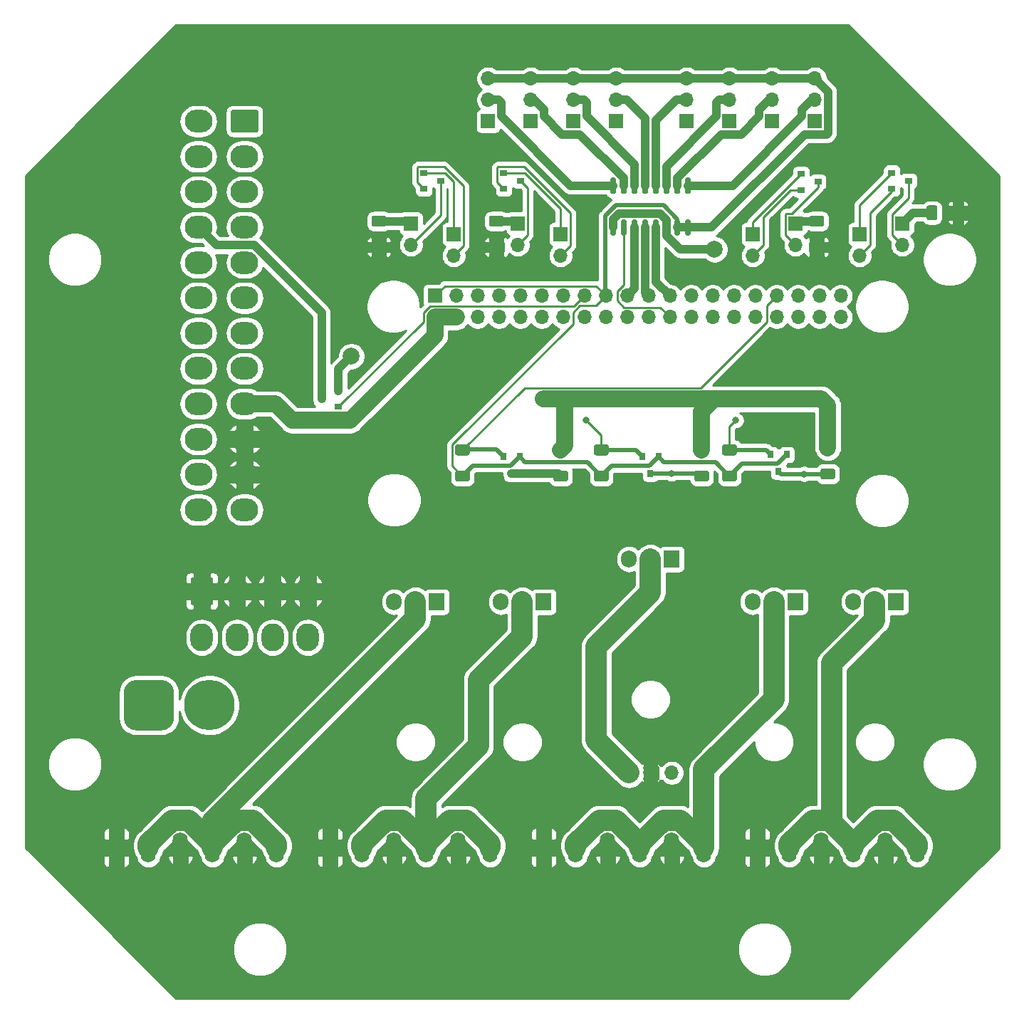
<source format=gbr>
G04 #@! TF.GenerationSoftware,KiCad,Pcbnew,5.1.8*
G04 #@! TF.CreationDate,2021-01-07T20:42:53+00:00*
G04 #@! TF.ProjectId,TheSun2,54686553-756e-4322-9e6b-696361645f70,1.0.8*
G04 #@! TF.SameCoordinates,Original*
G04 #@! TF.FileFunction,Copper,L1,Top*
G04 #@! TF.FilePolarity,Positive*
%FSLAX46Y46*%
G04 Gerber Fmt 4.6, Leading zero omitted, Abs format (unit mm)*
G04 Created by KiCad (PCBNEW 5.1.8) date 2021-01-07 20:42:53*
%MOMM*%
%LPD*%
G01*
G04 APERTURE LIST*
G04 #@! TA.AperFunction,ComponentPad*
%ADD10O,1.700000X1.700000*%
G04 #@! TD*
G04 #@! TA.AperFunction,ComponentPad*
%ADD11R,1.700000X1.700000*%
G04 #@! TD*
G04 #@! TA.AperFunction,SMDPad,CuDef*
%ADD12R,0.900000X0.800000*%
G04 #@! TD*
G04 #@! TA.AperFunction,ComponentPad*
%ADD13C,6.000000*%
G04 #@! TD*
G04 #@! TA.AperFunction,ComponentPad*
%ADD14O,3.300000X2.700000*%
G04 #@! TD*
G04 #@! TA.AperFunction,SMDPad,CuDef*
%ADD15R,0.800000X0.900000*%
G04 #@! TD*
G04 #@! TA.AperFunction,ComponentPad*
%ADD16O,2.700000X3.300000*%
G04 #@! TD*
G04 #@! TA.AperFunction,ComponentPad*
%ADD17O,1.800000X3.600000*%
G04 #@! TD*
G04 #@! TA.AperFunction,ComponentPad*
%ADD18O,1.905000X2.000000*%
G04 #@! TD*
G04 #@! TA.AperFunction,ComponentPad*
%ADD19R,1.905000X2.000000*%
G04 #@! TD*
G04 #@! TA.AperFunction,ViaPad*
%ADD20C,2.000000*%
G04 #@! TD*
G04 #@! TA.AperFunction,ViaPad*
%ADD21C,0.800000*%
G04 #@! TD*
G04 #@! TA.AperFunction,Conductor*
%ADD22C,2.000000*%
G04 #@! TD*
G04 #@! TA.AperFunction,Conductor*
%ADD23C,0.250000*%
G04 #@! TD*
G04 #@! TA.AperFunction,Conductor*
%ADD24C,1.000000*%
G04 #@! TD*
G04 #@! TA.AperFunction,Conductor*
%ADD25C,0.500000*%
G04 #@! TD*
G04 #@! TA.AperFunction,Conductor*
%ADD26C,2.500000*%
G04 #@! TD*
G04 #@! TA.AperFunction,Conductor*
%ADD27C,0.254000*%
G04 #@! TD*
G04 #@! TA.AperFunction,Conductor*
%ADD28C,0.100000*%
G04 #@! TD*
G04 APERTURE END LIST*
G04 #@! TA.AperFunction,SMDPad,CuDef*
G36*
G01*
X198745000Y-46090000D02*
X197495000Y-46090000D01*
G75*
G02*
X197245000Y-45840000I0J250000D01*
G01*
X197245000Y-45040000D01*
G75*
G02*
X197495000Y-44790000I250000J0D01*
G01*
X198745000Y-44790000D01*
G75*
G02*
X198995000Y-45040000I0J-250000D01*
G01*
X198995000Y-45840000D01*
G75*
G02*
X198745000Y-46090000I-250000J0D01*
G01*
G37*
G04 #@! TD.AperFunction*
G04 #@! TA.AperFunction,SMDPad,CuDef*
G36*
G01*
X198745000Y-49190000D02*
X197495000Y-49190000D01*
G75*
G02*
X197245000Y-48940000I0J250000D01*
G01*
X197245000Y-48140000D01*
G75*
G02*
X197495000Y-47890000I250000J0D01*
G01*
X198745000Y-47890000D01*
G75*
G02*
X198995000Y-48140000I0J-250000D01*
G01*
X198995000Y-48940000D01*
G75*
G02*
X198745000Y-49190000I-250000J0D01*
G01*
G37*
G04 #@! TD.AperFunction*
G04 #@! TA.AperFunction,SMDPad,CuDef*
G36*
G01*
X236845000Y-46090000D02*
X235595000Y-46090000D01*
G75*
G02*
X235345000Y-45840000I0J250000D01*
G01*
X235345000Y-45040000D01*
G75*
G02*
X235595000Y-44790000I250000J0D01*
G01*
X236845000Y-44790000D01*
G75*
G02*
X237095000Y-45040000I0J-250000D01*
G01*
X237095000Y-45840000D01*
G75*
G02*
X236845000Y-46090000I-250000J0D01*
G01*
G37*
G04 #@! TD.AperFunction*
G04 #@! TA.AperFunction,SMDPad,CuDef*
G36*
G01*
X236845000Y-49190000D02*
X235595000Y-49190000D01*
G75*
G02*
X235345000Y-48940000I0J250000D01*
G01*
X235345000Y-48140000D01*
G75*
G02*
X235595000Y-47890000I250000J0D01*
G01*
X236845000Y-47890000D01*
G75*
G02*
X237095000Y-48140000I0J-250000D01*
G01*
X237095000Y-48940000D01*
G75*
G02*
X236845000Y-49190000I-250000J0D01*
G01*
G37*
G04 #@! TD.AperFunction*
G04 #@! TA.AperFunction,SMDPad,CuDef*
G36*
G01*
X250560000Y-43825000D02*
X250560000Y-45075000D01*
G75*
G02*
X250310000Y-45325000I-250000J0D01*
G01*
X249510000Y-45325000D01*
G75*
G02*
X249260000Y-45075000I0J250000D01*
G01*
X249260000Y-43825000D01*
G75*
G02*
X249510000Y-43575000I250000J0D01*
G01*
X250310000Y-43575000D01*
G75*
G02*
X250560000Y-43825000I0J-250000D01*
G01*
G37*
G04 #@! TD.AperFunction*
G04 #@! TA.AperFunction,SMDPad,CuDef*
G36*
G01*
X253660000Y-43825000D02*
X253660000Y-45075000D01*
G75*
G02*
X253410000Y-45325000I-250000J0D01*
G01*
X252610000Y-45325000D01*
G75*
G02*
X252360000Y-45075000I0J250000D01*
G01*
X252360000Y-43825000D01*
G75*
G02*
X252610000Y-43575000I250000J0D01*
G01*
X253410000Y-43575000D01*
G75*
G02*
X253660000Y-43825000I0J-250000D01*
G01*
G37*
G04 #@! TD.AperFunction*
G04 #@! TA.AperFunction,SMDPad,CuDef*
G36*
G01*
X184775000Y-46090000D02*
X183525000Y-46090000D01*
G75*
G02*
X183275000Y-45840000I0J250000D01*
G01*
X183275000Y-45040000D01*
G75*
G02*
X183525000Y-44790000I250000J0D01*
G01*
X184775000Y-44790000D01*
G75*
G02*
X185025000Y-45040000I0J-250000D01*
G01*
X185025000Y-45840000D01*
G75*
G02*
X184775000Y-46090000I-250000J0D01*
G01*
G37*
G04 #@! TD.AperFunction*
G04 #@! TA.AperFunction,SMDPad,CuDef*
G36*
G01*
X184775000Y-49190000D02*
X183525000Y-49190000D01*
G75*
G02*
X183275000Y-48940000I0J250000D01*
G01*
X183275000Y-48140000D01*
G75*
G02*
X183525000Y-47890000I250000J0D01*
G01*
X184775000Y-47890000D01*
G75*
G02*
X185025000Y-48140000I0J-250000D01*
G01*
X185025000Y-48940000D01*
G75*
G02*
X184775000Y-49190000I-250000J0D01*
G01*
G37*
G04 #@! TD.AperFunction*
D10*
X200660000Y-48260000D03*
D11*
X200660000Y-45720000D03*
D10*
X233680000Y-48260000D03*
D11*
X233680000Y-45720000D03*
D10*
X246380000Y-48260000D03*
D11*
X246380000Y-45720000D03*
D10*
X187960000Y-48260000D03*
D11*
X187960000Y-45720000D03*
D12*
X201000000Y-40640000D03*
X199000000Y-41590000D03*
X199000000Y-39690000D03*
X236340000Y-40780000D03*
X234340000Y-41730000D03*
X234340000Y-39830000D03*
X247130000Y-40640000D03*
X245130000Y-41590000D03*
X245130000Y-39690000D03*
X191500000Y-40640000D03*
X189500000Y-41590000D03*
X189500000Y-39690000D03*
G04 #@! TA.AperFunction,ComponentPad*
G36*
G01*
X153800000Y-104500000D02*
X153800000Y-101500000D01*
G75*
G02*
X155300000Y-100000000I1500000J0D01*
G01*
X158300000Y-100000000D01*
G75*
G02*
X159800000Y-101500000I0J-1500000D01*
G01*
X159800000Y-104500000D01*
G75*
G02*
X158300000Y-106000000I-1500000J0D01*
G01*
X155300000Y-106000000D01*
G75*
G02*
X153800000Y-104500000I0J1500000D01*
G01*
G37*
G04 #@! TD.AperFunction*
D13*
X164000000Y-103000000D03*
D14*
X162680000Y-79760000D03*
X162680000Y-75560000D03*
X162680000Y-71360000D03*
X162680000Y-67160000D03*
X162680000Y-62960000D03*
X162680000Y-58760000D03*
X162680000Y-54560000D03*
X162680000Y-50360000D03*
X162680000Y-46160000D03*
X162680000Y-41960000D03*
X162680000Y-37760000D03*
X162680000Y-33560000D03*
X168180000Y-79760000D03*
X168180000Y-75560000D03*
X168180000Y-71360000D03*
X168180000Y-67160000D03*
X168180000Y-62960000D03*
X168180000Y-58760000D03*
X168180000Y-54560000D03*
X168180000Y-50360000D03*
X168180000Y-46160000D03*
X168180000Y-41960000D03*
X168180000Y-37760000D03*
G04 #@! TA.AperFunction,ComponentPad*
G36*
G01*
X166780001Y-32210000D02*
X169579999Y-32210000D01*
G75*
G02*
X169830000Y-32460001I0J-250001D01*
G01*
X169830000Y-34659999D01*
G75*
G02*
X169579999Y-34910000I-250001J0D01*
G01*
X166780001Y-34910000D01*
G75*
G02*
X166530000Y-34659999I0J250001D01*
G01*
X166530000Y-32460001D01*
G75*
G02*
X166780001Y-32210000I250001J0D01*
G01*
G37*
G04 #@! TD.AperFunction*
D15*
X199930000Y-75454000D03*
X198980000Y-73454000D03*
X200880000Y-73454000D03*
G04 #@! TA.AperFunction,SMDPad,CuDef*
G36*
G01*
X193462999Y-75100000D02*
X194713001Y-75100000D01*
G75*
G02*
X194963000Y-75349999I0J-249999D01*
G01*
X194963000Y-76150001D01*
G75*
G02*
X194713001Y-76400000I-249999J0D01*
G01*
X193462999Y-76400000D01*
G75*
G02*
X193213000Y-76150001I0J249999D01*
G01*
X193213000Y-75349999D01*
G75*
G02*
X193462999Y-75100000I249999J0D01*
G01*
G37*
G04 #@! TD.AperFunction*
G04 #@! TA.AperFunction,SMDPad,CuDef*
G36*
G01*
X193462999Y-72000000D02*
X194713001Y-72000000D01*
G75*
G02*
X194963000Y-72249999I0J-249999D01*
G01*
X194963000Y-73050001D01*
G75*
G02*
X194713001Y-73300000I-249999J0D01*
G01*
X193462999Y-73300000D01*
G75*
G02*
X193213000Y-73050001I0J249999D01*
G01*
X193213000Y-72249999D01*
G75*
G02*
X193462999Y-72000000I249999J0D01*
G01*
G37*
G04 #@! TD.AperFunction*
G04 #@! TA.AperFunction,SMDPad,CuDef*
G36*
G01*
X206397001Y-73300000D02*
X205146999Y-73300000D01*
G75*
G02*
X204897000Y-73050001I0J249999D01*
G01*
X204897000Y-72249999D01*
G75*
G02*
X205146999Y-72000000I249999J0D01*
G01*
X206397001Y-72000000D01*
G75*
G02*
X206647000Y-72249999I0J-249999D01*
G01*
X206647000Y-73050001D01*
G75*
G02*
X206397001Y-73300000I-249999J0D01*
G01*
G37*
G04 #@! TD.AperFunction*
G04 #@! TA.AperFunction,SMDPad,CuDef*
G36*
G01*
X206397001Y-76400000D02*
X205146999Y-76400000D01*
G75*
G02*
X204897000Y-76150001I0J249999D01*
G01*
X204897000Y-75349999D01*
G75*
G02*
X205146999Y-75100000I249999J0D01*
G01*
X206397001Y-75100000D01*
G75*
G02*
X206647000Y-75349999I0J-249999D01*
G01*
X206647000Y-76150001D01*
G75*
G02*
X206397001Y-76400000I-249999J0D01*
G01*
G37*
G04 #@! TD.AperFunction*
G04 #@! TA.AperFunction,ComponentPad*
G36*
G01*
X161750000Y-90839999D02*
X161750000Y-88040001D01*
G75*
G02*
X162000001Y-87790000I250001J0D01*
G01*
X164199999Y-87790000D01*
G75*
G02*
X164450000Y-88040001I0J-250001D01*
G01*
X164450000Y-90839999D01*
G75*
G02*
X164199999Y-91090000I-250001J0D01*
G01*
X162000001Y-91090000D01*
G75*
G02*
X161750000Y-90839999I0J250001D01*
G01*
G37*
G04 #@! TD.AperFunction*
D16*
X167300000Y-89440000D03*
X171500000Y-89440000D03*
X175700000Y-89440000D03*
X163100000Y-94940000D03*
X167300000Y-94940000D03*
X171500000Y-94940000D03*
X175700000Y-94940000D03*
G04 #@! TA.AperFunction,SMDPad,CuDef*
G36*
G01*
X220735000Y-45220000D02*
X221035000Y-45220000D01*
G75*
G02*
X221185000Y-45370000I0J-150000D01*
G01*
X221185000Y-47020000D01*
G75*
G02*
X221035000Y-47170000I-150000J0D01*
G01*
X220735000Y-47170000D01*
G75*
G02*
X220585000Y-47020000I0J150000D01*
G01*
X220585000Y-45370000D01*
G75*
G02*
X220735000Y-45220000I150000J0D01*
G01*
G37*
G04 #@! TD.AperFunction*
G04 #@! TA.AperFunction,SMDPad,CuDef*
G36*
G01*
X219465000Y-45220000D02*
X219765000Y-45220000D01*
G75*
G02*
X219915000Y-45370000I0J-150000D01*
G01*
X219915000Y-47020000D01*
G75*
G02*
X219765000Y-47170000I-150000J0D01*
G01*
X219465000Y-47170000D01*
G75*
G02*
X219315000Y-47020000I0J150000D01*
G01*
X219315000Y-45370000D01*
G75*
G02*
X219465000Y-45220000I150000J0D01*
G01*
G37*
G04 #@! TD.AperFunction*
G04 #@! TA.AperFunction,SMDPad,CuDef*
G36*
G01*
X218195000Y-45220000D02*
X218495000Y-45220000D01*
G75*
G02*
X218645000Y-45370000I0J-150000D01*
G01*
X218645000Y-47020000D01*
G75*
G02*
X218495000Y-47170000I-150000J0D01*
G01*
X218195000Y-47170000D01*
G75*
G02*
X218045000Y-47020000I0J150000D01*
G01*
X218045000Y-45370000D01*
G75*
G02*
X218195000Y-45220000I150000J0D01*
G01*
G37*
G04 #@! TD.AperFunction*
G04 #@! TA.AperFunction,SMDPad,CuDef*
G36*
G01*
X216925000Y-45220000D02*
X217225000Y-45220000D01*
G75*
G02*
X217375000Y-45370000I0J-150000D01*
G01*
X217375000Y-47020000D01*
G75*
G02*
X217225000Y-47170000I-150000J0D01*
G01*
X216925000Y-47170000D01*
G75*
G02*
X216775000Y-47020000I0J150000D01*
G01*
X216775000Y-45370000D01*
G75*
G02*
X216925000Y-45220000I150000J0D01*
G01*
G37*
G04 #@! TD.AperFunction*
G04 #@! TA.AperFunction,SMDPad,CuDef*
G36*
G01*
X215655000Y-45220000D02*
X215955000Y-45220000D01*
G75*
G02*
X216105000Y-45370000I0J-150000D01*
G01*
X216105000Y-47020000D01*
G75*
G02*
X215955000Y-47170000I-150000J0D01*
G01*
X215655000Y-47170000D01*
G75*
G02*
X215505000Y-47020000I0J150000D01*
G01*
X215505000Y-45370000D01*
G75*
G02*
X215655000Y-45220000I150000J0D01*
G01*
G37*
G04 #@! TD.AperFunction*
G04 #@! TA.AperFunction,SMDPad,CuDef*
G36*
G01*
X214385000Y-45220000D02*
X214685000Y-45220000D01*
G75*
G02*
X214835000Y-45370000I0J-150000D01*
G01*
X214835000Y-47020000D01*
G75*
G02*
X214685000Y-47170000I-150000J0D01*
G01*
X214385000Y-47170000D01*
G75*
G02*
X214235000Y-47020000I0J150000D01*
G01*
X214235000Y-45370000D01*
G75*
G02*
X214385000Y-45220000I150000J0D01*
G01*
G37*
G04 #@! TD.AperFunction*
G04 #@! TA.AperFunction,SMDPad,CuDef*
G36*
G01*
X213115000Y-45220000D02*
X213415000Y-45220000D01*
G75*
G02*
X213565000Y-45370000I0J-150000D01*
G01*
X213565000Y-47020000D01*
G75*
G02*
X213415000Y-47170000I-150000J0D01*
G01*
X213115000Y-47170000D01*
G75*
G02*
X212965000Y-47020000I0J150000D01*
G01*
X212965000Y-45370000D01*
G75*
G02*
X213115000Y-45220000I150000J0D01*
G01*
G37*
G04 #@! TD.AperFunction*
G04 #@! TA.AperFunction,SMDPad,CuDef*
G36*
G01*
X211845000Y-45220000D02*
X212145000Y-45220000D01*
G75*
G02*
X212295000Y-45370000I0J-150000D01*
G01*
X212295000Y-47020000D01*
G75*
G02*
X212145000Y-47170000I-150000J0D01*
G01*
X211845000Y-47170000D01*
G75*
G02*
X211695000Y-47020000I0J150000D01*
G01*
X211695000Y-45370000D01*
G75*
G02*
X211845000Y-45220000I150000J0D01*
G01*
G37*
G04 #@! TD.AperFunction*
G04 #@! TA.AperFunction,SMDPad,CuDef*
G36*
G01*
X211845000Y-40270000D02*
X212145000Y-40270000D01*
G75*
G02*
X212295000Y-40420000I0J-150000D01*
G01*
X212295000Y-42070000D01*
G75*
G02*
X212145000Y-42220000I-150000J0D01*
G01*
X211845000Y-42220000D01*
G75*
G02*
X211695000Y-42070000I0J150000D01*
G01*
X211695000Y-40420000D01*
G75*
G02*
X211845000Y-40270000I150000J0D01*
G01*
G37*
G04 #@! TD.AperFunction*
G04 #@! TA.AperFunction,SMDPad,CuDef*
G36*
G01*
X213115000Y-40270000D02*
X213415000Y-40270000D01*
G75*
G02*
X213565000Y-40420000I0J-150000D01*
G01*
X213565000Y-42070000D01*
G75*
G02*
X213415000Y-42220000I-150000J0D01*
G01*
X213115000Y-42220000D01*
G75*
G02*
X212965000Y-42070000I0J150000D01*
G01*
X212965000Y-40420000D01*
G75*
G02*
X213115000Y-40270000I150000J0D01*
G01*
G37*
G04 #@! TD.AperFunction*
G04 #@! TA.AperFunction,SMDPad,CuDef*
G36*
G01*
X214385000Y-40270000D02*
X214685000Y-40270000D01*
G75*
G02*
X214835000Y-40420000I0J-150000D01*
G01*
X214835000Y-42070000D01*
G75*
G02*
X214685000Y-42220000I-150000J0D01*
G01*
X214385000Y-42220000D01*
G75*
G02*
X214235000Y-42070000I0J150000D01*
G01*
X214235000Y-40420000D01*
G75*
G02*
X214385000Y-40270000I150000J0D01*
G01*
G37*
G04 #@! TD.AperFunction*
G04 #@! TA.AperFunction,SMDPad,CuDef*
G36*
G01*
X215655000Y-40270000D02*
X215955000Y-40270000D01*
G75*
G02*
X216105000Y-40420000I0J-150000D01*
G01*
X216105000Y-42070000D01*
G75*
G02*
X215955000Y-42220000I-150000J0D01*
G01*
X215655000Y-42220000D01*
G75*
G02*
X215505000Y-42070000I0J150000D01*
G01*
X215505000Y-40420000D01*
G75*
G02*
X215655000Y-40270000I150000J0D01*
G01*
G37*
G04 #@! TD.AperFunction*
G04 #@! TA.AperFunction,SMDPad,CuDef*
G36*
G01*
X216925000Y-40270000D02*
X217225000Y-40270000D01*
G75*
G02*
X217375000Y-40420000I0J-150000D01*
G01*
X217375000Y-42070000D01*
G75*
G02*
X217225000Y-42220000I-150000J0D01*
G01*
X216925000Y-42220000D01*
G75*
G02*
X216775000Y-42070000I0J150000D01*
G01*
X216775000Y-40420000D01*
G75*
G02*
X216925000Y-40270000I150000J0D01*
G01*
G37*
G04 #@! TD.AperFunction*
G04 #@! TA.AperFunction,SMDPad,CuDef*
G36*
G01*
X218195000Y-40270000D02*
X218495000Y-40270000D01*
G75*
G02*
X218645000Y-40420000I0J-150000D01*
G01*
X218645000Y-42070000D01*
G75*
G02*
X218495000Y-42220000I-150000J0D01*
G01*
X218195000Y-42220000D01*
G75*
G02*
X218045000Y-42070000I0J150000D01*
G01*
X218045000Y-40420000D01*
G75*
G02*
X218195000Y-40270000I150000J0D01*
G01*
G37*
G04 #@! TD.AperFunction*
G04 #@! TA.AperFunction,SMDPad,CuDef*
G36*
G01*
X219465000Y-40270000D02*
X219765000Y-40270000D01*
G75*
G02*
X219915000Y-40420000I0J-150000D01*
G01*
X219915000Y-42070000D01*
G75*
G02*
X219765000Y-42220000I-150000J0D01*
G01*
X219465000Y-42220000D01*
G75*
G02*
X219315000Y-42070000I0J150000D01*
G01*
X219315000Y-40420000D01*
G75*
G02*
X219465000Y-40270000I150000J0D01*
G01*
G37*
G04 #@! TD.AperFunction*
G04 #@! TA.AperFunction,SMDPad,CuDef*
G36*
G01*
X220735000Y-40270000D02*
X221035000Y-40270000D01*
G75*
G02*
X221185000Y-40420000I0J-150000D01*
G01*
X221185000Y-42070000D01*
G75*
G02*
X221035000Y-42220000I-150000J0D01*
G01*
X220735000Y-42220000D01*
G75*
G02*
X220585000Y-42070000I0J150000D01*
G01*
X220585000Y-40420000D01*
G75*
G02*
X220735000Y-40270000I150000J0D01*
G01*
G37*
G04 #@! TD.AperFunction*
G04 #@! TA.AperFunction,SMDPad,CuDef*
G36*
G01*
X223161001Y-73300000D02*
X221910999Y-73300000D01*
G75*
G02*
X221661000Y-73050001I0J249999D01*
G01*
X221661000Y-72249999D01*
G75*
G02*
X221910999Y-72000000I249999J0D01*
G01*
X223161001Y-72000000D01*
G75*
G02*
X223411000Y-72249999I0J-249999D01*
G01*
X223411000Y-73050001D01*
G75*
G02*
X223161001Y-73300000I-249999J0D01*
G01*
G37*
G04 #@! TD.AperFunction*
G04 #@! TA.AperFunction,SMDPad,CuDef*
G36*
G01*
X223161001Y-76400000D02*
X221910999Y-76400000D01*
G75*
G02*
X221661000Y-76150001I0J249999D01*
G01*
X221661000Y-75349999D01*
G75*
G02*
X221910999Y-75100000I249999J0D01*
G01*
X223161001Y-75100000D01*
G75*
G02*
X223411000Y-75349999I0J-249999D01*
G01*
X223411000Y-76150001D01*
G75*
G02*
X223161001Y-76400000I-249999J0D01*
G01*
G37*
G04 #@! TD.AperFunction*
G04 #@! TA.AperFunction,SMDPad,CuDef*
G36*
G01*
X238147001Y-73046000D02*
X236896999Y-73046000D01*
G75*
G02*
X236647000Y-72796001I0J249999D01*
G01*
X236647000Y-71995999D01*
G75*
G02*
X236896999Y-71746000I249999J0D01*
G01*
X238147001Y-71746000D01*
G75*
G02*
X238397000Y-71995999I0J-249999D01*
G01*
X238397000Y-72796001D01*
G75*
G02*
X238147001Y-73046000I-249999J0D01*
G01*
G37*
G04 #@! TD.AperFunction*
G04 #@! TA.AperFunction,SMDPad,CuDef*
G36*
G01*
X238147001Y-76146000D02*
X236896999Y-76146000D01*
G75*
G02*
X236647000Y-75896001I0J249999D01*
G01*
X236647000Y-75095999D01*
G75*
G02*
X236896999Y-74846000I249999J0D01*
G01*
X238147001Y-74846000D01*
G75*
G02*
X238397000Y-75095999I0J-249999D01*
G01*
X238397000Y-75896001D01*
G75*
G02*
X238147001Y-76146000I-249999J0D01*
G01*
G37*
G04 #@! TD.AperFunction*
G04 #@! TA.AperFunction,SMDPad,CuDef*
G36*
G01*
X209972999Y-75100000D02*
X211223001Y-75100000D01*
G75*
G02*
X211473000Y-75349999I0J-249999D01*
G01*
X211473000Y-76150001D01*
G75*
G02*
X211223001Y-76400000I-249999J0D01*
G01*
X209972999Y-76400000D01*
G75*
G02*
X209723000Y-76150001I0J249999D01*
G01*
X209723000Y-75349999D01*
G75*
G02*
X209972999Y-75100000I249999J0D01*
G01*
G37*
G04 #@! TD.AperFunction*
G04 #@! TA.AperFunction,SMDPad,CuDef*
G36*
G01*
X209972999Y-72000000D02*
X211223001Y-72000000D01*
G75*
G02*
X211473000Y-72249999I0J-249999D01*
G01*
X211473000Y-73050001D01*
G75*
G02*
X211223001Y-73300000I-249999J0D01*
G01*
X209972999Y-73300000D01*
G75*
G02*
X209723000Y-73050001I0J249999D01*
G01*
X209723000Y-72249999D01*
G75*
G02*
X209972999Y-72000000I249999J0D01*
G01*
G37*
G04 #@! TD.AperFunction*
G04 #@! TA.AperFunction,SMDPad,CuDef*
G36*
G01*
X225212999Y-75100000D02*
X226463001Y-75100000D01*
G75*
G02*
X226713000Y-75349999I0J-249999D01*
G01*
X226713000Y-76150001D01*
G75*
G02*
X226463001Y-76400000I-249999J0D01*
G01*
X225212999Y-76400000D01*
G75*
G02*
X224963000Y-76150001I0J249999D01*
G01*
X224963000Y-75349999D01*
G75*
G02*
X225212999Y-75100000I249999J0D01*
G01*
G37*
G04 #@! TD.AperFunction*
G04 #@! TA.AperFunction,SMDPad,CuDef*
G36*
G01*
X225212999Y-72000000D02*
X226463001Y-72000000D01*
G75*
G02*
X226713000Y-72249999I0J-249999D01*
G01*
X226713000Y-73050001D01*
G75*
G02*
X226463001Y-73300000I-249999J0D01*
G01*
X225212999Y-73300000D01*
G75*
G02*
X224963000Y-73050001I0J249999D01*
G01*
X224963000Y-72249999D01*
G75*
G02*
X225212999Y-72000000I249999J0D01*
G01*
G37*
G04 #@! TD.AperFunction*
D12*
X177340000Y-66580000D03*
X179340000Y-65630000D03*
X179340000Y-67530000D03*
D17*
X171990000Y-119920000D03*
X168180000Y-119920000D03*
X164370000Y-119920000D03*
X160560000Y-119920000D03*
X156750000Y-119920000D03*
G04 #@! TA.AperFunction,ComponentPad*
G36*
G01*
X152040000Y-121470000D02*
X152040000Y-118370000D01*
G75*
G02*
X152290000Y-118120000I250000J0D01*
G01*
X153590000Y-118120000D01*
G75*
G02*
X153840000Y-118370000I0J-250000D01*
G01*
X153840000Y-121470000D01*
G75*
G02*
X153590000Y-121720000I-250000J0D01*
G01*
X152290000Y-121720000D01*
G75*
G02*
X152040000Y-121470000I0J250000D01*
G01*
G37*
G04 #@! TD.AperFunction*
X197390000Y-119920000D03*
X193580000Y-119920000D03*
X189770000Y-119920000D03*
X185960000Y-119920000D03*
X182150000Y-119920000D03*
G04 #@! TA.AperFunction,ComponentPad*
G36*
G01*
X177440000Y-121470000D02*
X177440000Y-118370000D01*
G75*
G02*
X177690000Y-118120000I250000J0D01*
G01*
X178990000Y-118120000D01*
G75*
G02*
X179240000Y-118370000I0J-250000D01*
G01*
X179240000Y-121470000D01*
G75*
G02*
X178990000Y-121720000I-250000J0D01*
G01*
X177690000Y-121720000D01*
G75*
G02*
X177440000Y-121470000I0J250000D01*
G01*
G37*
G04 #@! TD.AperFunction*
X248190000Y-119920000D03*
X244380000Y-119920000D03*
X240570000Y-119920000D03*
X236760000Y-119920000D03*
X232950000Y-119920000D03*
G04 #@! TA.AperFunction,ComponentPad*
G36*
G01*
X228240000Y-121470000D02*
X228240000Y-118370000D01*
G75*
G02*
X228490000Y-118120000I250000J0D01*
G01*
X229790000Y-118120000D01*
G75*
G02*
X230040000Y-118370000I0J-250000D01*
G01*
X230040000Y-121470000D01*
G75*
G02*
X229790000Y-121720000I-250000J0D01*
G01*
X228490000Y-121720000D01*
G75*
G02*
X228240000Y-121470000I0J250000D01*
G01*
G37*
G04 #@! TD.AperFunction*
X222790000Y-119920000D03*
X218980000Y-119920000D03*
X215170000Y-119920000D03*
X211360000Y-119920000D03*
X207550000Y-119920000D03*
G04 #@! TA.AperFunction,ComponentPad*
G36*
G01*
X202840000Y-121470000D02*
X202840000Y-118370000D01*
G75*
G02*
X203090000Y-118120000I250000J0D01*
G01*
X204390000Y-118120000D01*
G75*
G02*
X204640000Y-118370000I0J-250000D01*
G01*
X204640000Y-121470000D01*
G75*
G02*
X204390000Y-121720000I-250000J0D01*
G01*
X203090000Y-121720000D01*
G75*
G02*
X202840000Y-121470000I0J250000D01*
G01*
G37*
G04 #@! TD.AperFunction*
D11*
X190811400Y-54324500D03*
D10*
X190811400Y-56864500D03*
X193351400Y-54324500D03*
X193351400Y-56864500D03*
X195891400Y-54324500D03*
X195891400Y-56864500D03*
X198431400Y-54324500D03*
X198431400Y-56864500D03*
X200971400Y-54324500D03*
X200971400Y-56864500D03*
X203511400Y-54324500D03*
X203511400Y-56864500D03*
X206051400Y-54324500D03*
X206051400Y-56864500D03*
X208591400Y-54324500D03*
X208591400Y-56864500D03*
X211131400Y-54324500D03*
X211131400Y-56864500D03*
X213671400Y-54324500D03*
X213671400Y-56864500D03*
X216211400Y-54324500D03*
X216211400Y-56864500D03*
X218751400Y-54324500D03*
X218751400Y-56864500D03*
X221291400Y-54324500D03*
X221291400Y-56864500D03*
X223831400Y-54324500D03*
X223831400Y-56864500D03*
X226371400Y-54324500D03*
X226371400Y-56864500D03*
X228911400Y-54324500D03*
X228911400Y-56864500D03*
X231451400Y-54324500D03*
X231451400Y-56864500D03*
X233991400Y-54324500D03*
X233991400Y-56864500D03*
X236531400Y-54324500D03*
X236531400Y-56864500D03*
X239071400Y-54324500D03*
X239071400Y-56864500D03*
D18*
X185960000Y-90710000D03*
X188500000Y-90710000D03*
D19*
X191040000Y-90710000D03*
D18*
X240570000Y-90710000D03*
X243110000Y-90710000D03*
D19*
X245650000Y-90710000D03*
D18*
X213900000Y-85630000D03*
X216440000Y-85630000D03*
D19*
X218980000Y-85630000D03*
D18*
X198660000Y-90710000D03*
X201200000Y-90710000D03*
D19*
X203740000Y-90710000D03*
D18*
X228570000Y-90710000D03*
X231110000Y-90710000D03*
D19*
X233650000Y-90710000D03*
D10*
X205740000Y-49530000D03*
D11*
X205740000Y-46990000D03*
D10*
X228600000Y-49530000D03*
D11*
X228600000Y-46990000D03*
D10*
X241300000Y-49530000D03*
D11*
X241300000Y-46990000D03*
D10*
X193040000Y-49530000D03*
D11*
X193040000Y-46990000D03*
D10*
X218980000Y-111030000D03*
X216440000Y-111030000D03*
D11*
X213900000Y-111030000D03*
D10*
X197136000Y-28480000D03*
X197136000Y-31020000D03*
D11*
X197136000Y-33560000D03*
D10*
X202216000Y-28480000D03*
X202216000Y-31020000D03*
D11*
X202216000Y-33560000D03*
D10*
X207296000Y-28480000D03*
X207296000Y-31020000D03*
D11*
X207296000Y-33560000D03*
D10*
X212376000Y-28480000D03*
X212376000Y-31020000D03*
D11*
X212376000Y-33560000D03*
D10*
X220758000Y-28480000D03*
X220758000Y-31020000D03*
D11*
X220758000Y-33560000D03*
D10*
X225838000Y-28480000D03*
X225838000Y-31020000D03*
D11*
X225838000Y-33560000D03*
D10*
X230918000Y-28480000D03*
X230918000Y-31020000D03*
D11*
X230918000Y-33560000D03*
D10*
X235998000Y-28480000D03*
X235998000Y-31020000D03*
D11*
X235998000Y-33560000D03*
D15*
X216440000Y-75454000D03*
X215490000Y-73454000D03*
X217390000Y-73454000D03*
X231680000Y-75200000D03*
X230730000Y-73200000D03*
X232630000Y-73200000D03*
D20*
X203740000Y-66580000D03*
D21*
X234702000Y-75496000D03*
X226600000Y-69120000D03*
X202454000Y-75454000D03*
X218964000Y-75454000D03*
X208820000Y-69120000D03*
D20*
X224060000Y-48800000D03*
X180880000Y-61500000D03*
D22*
X190811400Y-59068602D02*
X190811400Y-56864500D01*
X173800001Y-69130001D02*
X180750001Y-69130001D01*
X180750001Y-69130001D02*
X190811400Y-59068602D01*
X171830000Y-67160000D02*
X173800001Y-69130001D01*
X168180000Y-67160000D02*
X171830000Y-67160000D01*
X237522000Y-72396000D02*
X237522000Y-67342000D01*
X237522000Y-67342000D02*
X236760000Y-66580000D01*
X236760000Y-66580000D02*
X224060000Y-66580000D01*
X222536000Y-68104000D02*
X222536000Y-72650000D01*
X224060000Y-66580000D02*
X222536000Y-68104000D01*
X224060000Y-66580000D02*
X206280000Y-66580000D01*
X206280000Y-72142000D02*
X205772000Y-72650000D01*
X206280000Y-66580000D02*
X206280000Y-72142000D01*
X206280000Y-66580000D02*
X203740000Y-66580000D01*
X190811400Y-56864500D02*
X193351400Y-56864500D01*
D23*
X207376410Y-55539490D02*
X208591400Y-54324500D01*
X190262563Y-55539490D02*
X207376410Y-55539490D01*
X189486390Y-56315663D02*
X190262563Y-55539490D01*
X189486390Y-57383610D02*
X189486390Y-56315663D01*
X179340000Y-67530000D02*
X189486390Y-57383610D01*
D24*
X214535000Y-53460900D02*
X213671400Y-54324500D01*
X214535000Y-46195000D02*
X214535000Y-53460900D01*
X215805000Y-53918100D02*
X216211400Y-54324500D01*
X215805000Y-46195000D02*
X215805000Y-53918100D01*
X217075000Y-52648100D02*
X218751400Y-54324500D01*
X217075000Y-46195000D02*
X217075000Y-52648100D01*
D23*
X217576399Y-55689499D02*
X218751400Y-56864500D01*
X213297397Y-55689499D02*
X217576399Y-55689499D01*
X212496399Y-54888501D02*
X213297397Y-55689499D01*
X212496399Y-53760499D02*
X212496399Y-54888501D01*
X213265000Y-52991898D02*
X212496399Y-53760499D01*
X213265000Y-46195000D02*
X213265000Y-52991898D01*
D25*
X231976000Y-75496000D02*
X231680000Y-75200000D01*
X234702000Y-75496000D02*
X231976000Y-75496000D01*
X237522000Y-75496000D02*
X234702000Y-75496000D01*
X230180000Y-72650000D02*
X230730000Y-73200000D01*
X225838000Y-72650000D02*
X230180000Y-72650000D01*
D23*
X225838000Y-69882000D02*
X226600000Y-69120000D01*
X225838000Y-72650000D02*
X225838000Y-69882000D01*
D24*
X197136000Y-28480000D02*
X202216000Y-28480000D01*
X202216000Y-28480000D02*
X207296000Y-28480000D01*
X212376000Y-28480000D02*
X207296000Y-28480000D01*
X212376000Y-28480000D02*
X220758000Y-28480000D01*
X225838000Y-28480000D02*
X220758000Y-28480000D01*
X225838000Y-28480000D02*
X230918000Y-28480000D01*
X230918000Y-28480000D02*
X235998000Y-28480000D01*
X237548001Y-30030001D02*
X235998000Y-28480000D01*
X237548001Y-34970001D02*
X237548001Y-30030001D01*
X237408001Y-35110001D02*
X237548001Y-34970001D01*
X234789997Y-35110001D02*
X237408001Y-35110001D01*
X223704998Y-46195000D02*
X234789997Y-35110001D01*
X220885000Y-46195000D02*
X223704998Y-46195000D01*
X219615000Y-46195000D02*
X220885000Y-46195000D01*
D25*
X195334010Y-74503990D02*
X199830010Y-74503990D01*
X199830010Y-74503990D02*
X200880000Y-73454000D01*
X194088000Y-75750000D02*
X195334010Y-74503990D01*
X208948008Y-74100008D02*
X210598000Y-75750000D01*
X201526008Y-74100008D02*
X208948008Y-74100008D01*
X200880000Y-73454000D02*
X201526008Y-74100008D01*
X216290001Y-74553999D02*
X217390000Y-73454000D01*
X211794001Y-74553999D02*
X216290001Y-74553999D01*
X210598000Y-75750000D02*
X211794001Y-74553999D01*
X224188010Y-74100010D02*
X225838000Y-75750000D01*
X218036010Y-74100010D02*
X224188010Y-74100010D01*
X217390000Y-73454000D02*
X218036010Y-74100010D01*
X231530001Y-74299999D02*
X232630000Y-73200000D01*
X227288001Y-74299999D02*
X231530001Y-74299999D01*
X225838000Y-75750000D02*
X227288001Y-74299999D01*
D23*
X209956399Y-53149499D02*
X211131400Y-54324500D01*
X191986401Y-53149499D02*
X209956399Y-53149499D01*
X190811400Y-54324500D02*
X191986401Y-53149499D01*
X192887990Y-74549990D02*
X194088000Y-75750000D01*
X192887990Y-72011820D02*
X192887990Y-74549990D01*
X207226401Y-57673409D02*
X192887990Y-72011820D01*
X207226401Y-56325909D02*
X207226401Y-57673409D01*
X208052809Y-55499501D02*
X207226401Y-56325909D01*
X209956399Y-55499501D02*
X208052809Y-55499501D01*
X211131400Y-54324500D02*
X209956399Y-55499501D01*
D25*
X211044990Y-54238090D02*
X211131400Y-54324500D01*
X211044990Y-44826493D02*
X211044990Y-54238090D01*
X212301503Y-43569980D02*
X211044990Y-44826493D01*
X217970595Y-43569980D02*
X212301503Y-43569980D01*
X219615000Y-45214385D02*
X217970595Y-43569980D01*
X219615000Y-46195000D02*
X219615000Y-45214385D01*
D24*
X205476000Y-75454000D02*
X205772000Y-75750000D01*
X202454000Y-75454000D02*
X205476000Y-75454000D01*
X199930000Y-75454000D02*
X202454000Y-75454000D01*
D25*
X194088000Y-72650000D02*
X194184001Y-72553999D01*
X194184001Y-72553999D02*
X198079999Y-72553999D01*
X198079999Y-72553999D02*
X198980000Y-73454000D01*
D23*
X230276399Y-55499501D02*
X231451400Y-54324500D01*
X230276399Y-57428501D02*
X230276399Y-55499501D01*
X222449910Y-65254990D02*
X230276399Y-57428501D01*
X201483010Y-65254990D02*
X222449910Y-65254990D01*
X194088000Y-72650000D02*
X201483010Y-65254990D01*
D25*
X222240000Y-75454000D02*
X222536000Y-75750000D01*
X218964000Y-75454000D02*
X222240000Y-75454000D01*
X216440000Y-75454000D02*
X218964000Y-75454000D01*
X214686000Y-72650000D02*
X215490000Y-73454000D01*
X210598000Y-72650000D02*
X214686000Y-72650000D01*
D23*
X210598000Y-70898000D02*
X208820000Y-69120000D01*
X210598000Y-72650000D02*
X210598000Y-70898000D01*
D24*
X235577998Y-31020000D02*
X235998000Y-31020000D01*
X234447999Y-32990003D02*
X234447999Y-32149999D01*
X234447999Y-32149999D02*
X235577998Y-31020000D01*
X226193002Y-41245000D02*
X234447999Y-32990003D01*
X220885000Y-41245000D02*
X226193002Y-41245000D01*
X217577088Y-44519990D02*
X218345000Y-45287902D01*
X218345000Y-45287902D02*
X218345000Y-46195000D01*
X212695010Y-44519990D02*
X217577088Y-44519990D01*
X211995000Y-45220000D02*
X212695010Y-44519990D01*
X211995000Y-46195000D02*
X211995000Y-45220000D01*
X219975000Y-48800000D02*
X224060000Y-48800000D01*
X218345000Y-47170000D02*
X219975000Y-48800000D01*
X218345000Y-46195000D02*
X218345000Y-47170000D01*
X230497998Y-31020000D02*
X230918000Y-31020000D01*
X229367999Y-32149999D02*
X230497998Y-31020000D01*
X229367999Y-32990003D02*
X229367999Y-32149999D01*
X227248001Y-35110001D02*
X229367999Y-32990003D01*
X224842901Y-35110001D02*
X227248001Y-35110001D01*
X219615000Y-40337902D02*
X224842901Y-35110001D01*
X219615000Y-41245000D02*
X219615000Y-40337902D01*
X224635919Y-31020000D02*
X225838000Y-31020000D01*
X224287999Y-31367920D02*
X224635919Y-31020000D01*
X224287999Y-32990003D02*
X224287999Y-31367920D01*
X218345000Y-38933002D02*
X224287999Y-32990003D01*
X218345000Y-41245000D02*
X218345000Y-38933002D01*
X217075000Y-33500919D02*
X217075000Y-41245000D01*
X219555919Y-31020000D02*
X217075000Y-33500919D01*
X220758000Y-31020000D02*
X219555919Y-31020000D01*
X213578081Y-31020000D02*
X212376000Y-31020000D01*
X215805000Y-33246919D02*
X213578081Y-31020000D01*
X215805000Y-41245000D02*
X215805000Y-33246919D01*
X208498081Y-31020000D02*
X207296000Y-31020000D01*
X208846001Y-31367920D02*
X208498081Y-31020000D01*
X208846001Y-32990003D02*
X208846001Y-31367920D01*
X214535000Y-38679002D02*
X208846001Y-32990003D01*
X214535000Y-41245000D02*
X214535000Y-38679002D01*
X203766001Y-32149999D02*
X202636002Y-31020000D01*
X203766001Y-32990003D02*
X203766001Y-32149999D01*
X205885999Y-35110001D02*
X203766001Y-32990003D01*
X208037099Y-35110001D02*
X205885999Y-35110001D01*
X213265000Y-40337902D02*
X208037099Y-35110001D01*
X202636002Y-31020000D02*
X202216000Y-31020000D01*
X213265000Y-41245000D02*
X213265000Y-40337902D01*
X198338081Y-31020000D02*
X197136000Y-31020000D01*
X198686001Y-31367920D02*
X198338081Y-31020000D01*
X198686001Y-32990003D02*
X198686001Y-31367920D01*
X206940998Y-41245000D02*
X198686001Y-32990003D01*
X211995000Y-41245000D02*
X206940998Y-41245000D01*
D26*
X222790000Y-110624002D02*
X222790000Y-119920000D01*
X231110000Y-102304002D02*
X222790000Y-110624002D01*
X231110000Y-90710000D02*
X231110000Y-102304002D01*
X218006594Y-116669990D02*
X215170000Y-119506584D01*
X219953406Y-116669990D02*
X218006594Y-116669990D01*
X222790000Y-119506584D02*
X219953406Y-116669990D01*
X222790000Y-119920000D02*
X222790000Y-119506584D01*
X207550000Y-119506584D02*
X207550000Y-119920000D01*
X210386594Y-116669990D02*
X207550000Y-119506584D01*
X212333406Y-116669990D02*
X210386594Y-116669990D01*
X215170000Y-119506584D02*
X212333406Y-116669990D01*
X215170000Y-119920000D02*
X215170000Y-119506584D01*
D24*
X164829990Y-48309990D02*
X162680000Y-46160000D01*
X169329141Y-48309990D02*
X164829990Y-48309990D01*
X177340000Y-56320849D02*
X169329141Y-48309990D01*
X177340000Y-66580000D02*
X177340000Y-56320849D01*
X179340000Y-63040000D02*
X180880000Y-61500000D01*
X179340000Y-65630000D02*
X179340000Y-63040000D01*
D26*
X213900000Y-111030000D02*
X210000000Y-107130000D01*
X216440000Y-89560000D02*
X216440000Y-85630000D01*
X210000000Y-96000000D02*
X216440000Y-89560000D01*
X210000000Y-107130000D02*
X210000000Y-96000000D01*
X189770000Y-114063998D02*
X196000000Y-107833998D01*
X189770000Y-119920000D02*
X189770000Y-114063998D01*
X196000000Y-100000000D02*
X201200000Y-94800000D01*
X201200000Y-94800000D02*
X201200000Y-90710000D01*
X196000000Y-107833998D02*
X196000000Y-100000000D01*
X197390000Y-119506584D02*
X197390000Y-119920000D01*
X194553406Y-116669990D02*
X197390000Y-119506584D01*
X192606594Y-116669990D02*
X194553406Y-116669990D01*
X189770000Y-119506584D02*
X192606594Y-116669990D01*
X182150000Y-119506584D02*
X182150000Y-119920000D01*
X186933406Y-116669990D02*
X184986594Y-116669990D01*
X184986594Y-116669990D02*
X182150000Y-119506584D01*
X189770000Y-119506584D02*
X186933406Y-116669990D01*
X189770000Y-119920000D02*
X189770000Y-119506584D01*
X240570000Y-119506584D02*
X238000000Y-116936584D01*
X243110000Y-92890000D02*
X243110000Y-90710000D01*
X238000000Y-98000000D02*
X243110000Y-92890000D01*
X238000000Y-116936584D02*
X238000000Y-98000000D01*
X248190000Y-119506584D02*
X248190000Y-119920000D01*
X245353406Y-116669990D02*
X248190000Y-119506584D01*
X243406594Y-116669990D02*
X245353406Y-116669990D01*
X240570000Y-119506584D02*
X243406594Y-116669990D01*
X232950000Y-119506584D02*
X232950000Y-119920000D01*
X235786594Y-116669990D02*
X232950000Y-119506584D01*
X237733406Y-116669990D02*
X235786594Y-116669990D01*
X240570000Y-119506584D02*
X237733406Y-116669990D01*
X240570000Y-119920000D02*
X240570000Y-119506584D01*
X164370000Y-116862502D02*
X164370000Y-119920000D01*
X188500000Y-92732502D02*
X164370000Y-116862502D01*
X188500000Y-90710000D02*
X188500000Y-92732502D01*
X171990000Y-119506584D02*
X171990000Y-119920000D01*
X169153406Y-116669990D02*
X171990000Y-119506584D01*
X167206594Y-116669990D02*
X169153406Y-116669990D01*
X164370000Y-119506584D02*
X167206594Y-116669990D01*
X159586594Y-116669990D02*
X156750000Y-119506584D01*
X156750000Y-119506584D02*
X156750000Y-119920000D01*
X161533406Y-116669990D02*
X159586594Y-116669990D01*
X164370000Y-119506584D02*
X161533406Y-116669990D01*
X164370000Y-119920000D02*
X164370000Y-119506584D01*
D23*
X191500000Y-44720000D02*
X187960000Y-48260000D01*
X191500000Y-40640000D02*
X191500000Y-44720000D01*
X194215001Y-48354999D02*
X193040000Y-49530000D01*
X194215001Y-41283589D02*
X194215001Y-48354999D01*
X191896411Y-38964999D02*
X194215001Y-41283589D01*
X188789999Y-38964999D02*
X191896411Y-38964999D01*
X188724999Y-40814999D02*
X188724999Y-39029999D01*
X188724999Y-39029999D02*
X188789999Y-38964999D01*
X189500000Y-41590000D02*
X188724999Y-40814999D01*
X206915001Y-48354999D02*
X205740000Y-49530000D01*
X206915001Y-44483589D02*
X206915001Y-48354999D01*
X201396411Y-38964999D02*
X206915001Y-44483589D01*
X198289999Y-38964999D02*
X201396411Y-38964999D01*
X198224999Y-39029999D02*
X198289999Y-38964999D01*
X198224999Y-40814999D02*
X198224999Y-39029999D01*
X199000000Y-41590000D02*
X198224999Y-40814999D01*
X241300000Y-49530000D02*
X242570000Y-48260000D01*
X242570000Y-48260000D02*
X242570000Y-44450000D01*
X245130000Y-41890000D02*
X245130000Y-41590000D01*
X242570000Y-44450000D02*
X245130000Y-41890000D01*
X233076410Y-41730000D02*
X234340000Y-41730000D01*
X229870000Y-44936410D02*
X233076410Y-41730000D01*
X229870000Y-48260000D02*
X229870000Y-44936410D01*
X228600000Y-49530000D02*
X229870000Y-48260000D01*
X193040000Y-40744998D02*
X193040000Y-46990000D01*
X191985002Y-39690000D02*
X193040000Y-40744998D01*
X189500000Y-39690000D02*
X191985002Y-39690000D01*
X245204999Y-47084999D02*
X246380000Y-48260000D01*
X245204999Y-44609999D02*
X245204999Y-47084999D01*
X247130000Y-42684998D02*
X245204999Y-44609999D01*
X247130000Y-40640000D02*
X247130000Y-42684998D01*
X241300000Y-43520000D02*
X241300000Y-46990000D01*
X245130000Y-39690000D02*
X241300000Y-43520000D01*
X232504999Y-47084999D02*
X233680000Y-48260000D01*
X232504999Y-44609999D02*
X232504999Y-47084999D01*
X232569999Y-44544999D02*
X232504999Y-44609999D01*
X233225001Y-44544999D02*
X232569999Y-44544999D01*
X236340000Y-41430000D02*
X233225001Y-44544999D01*
X236340000Y-40780000D02*
X236340000Y-41430000D01*
X228600000Y-45570000D02*
X228600000Y-46990000D01*
X234340000Y-39830000D02*
X228600000Y-45570000D01*
X201835001Y-47084999D02*
X200660000Y-48260000D01*
X201835001Y-41475001D02*
X201835001Y-47084999D01*
X201000000Y-40640000D02*
X201835001Y-41475001D01*
X205740000Y-43944998D02*
X205740000Y-46990000D01*
X201485002Y-39690000D02*
X205740000Y-43944998D01*
X199000000Y-39690000D02*
X201485002Y-39690000D01*
D24*
X200380000Y-45440000D02*
X200660000Y-45720000D01*
X198120000Y-45440000D02*
X200380000Y-45440000D01*
X247650000Y-44450000D02*
X246380000Y-45720000D01*
X249910000Y-44450000D02*
X247650000Y-44450000D01*
X187680000Y-45440000D02*
X187960000Y-45720000D01*
X184150000Y-45440000D02*
X187680000Y-45440000D01*
X233960000Y-45440000D02*
X233680000Y-45720000D01*
X236220000Y-45440000D02*
X233960000Y-45440000D01*
D27*
X257873000Y-40052606D02*
X257873000Y-119947394D01*
X239947394Y-137873000D01*
X160052606Y-137873000D01*
X153861774Y-131682168D01*
X166773000Y-131682168D01*
X166773000Y-132317832D01*
X166897012Y-132941281D01*
X167140270Y-133528558D01*
X167493425Y-134057093D01*
X167942907Y-134506575D01*
X168471442Y-134859730D01*
X169058719Y-135102988D01*
X169682168Y-135227000D01*
X170317832Y-135227000D01*
X170941281Y-135102988D01*
X171528558Y-134859730D01*
X172057093Y-134506575D01*
X172506575Y-134057093D01*
X172859730Y-133528558D01*
X173102988Y-132941281D01*
X173227000Y-132317832D01*
X173227000Y-131682168D01*
X226773000Y-131682168D01*
X226773000Y-132317832D01*
X226897012Y-132941281D01*
X227140270Y-133528558D01*
X227493425Y-134057093D01*
X227942907Y-134506575D01*
X228471442Y-134859730D01*
X229058719Y-135102988D01*
X229682168Y-135227000D01*
X230317832Y-135227000D01*
X230941281Y-135102988D01*
X231528558Y-134859730D01*
X232057093Y-134506575D01*
X232506575Y-134057093D01*
X232859730Y-133528558D01*
X233102988Y-132941281D01*
X233227000Y-132317832D01*
X233227000Y-131682168D01*
X233102988Y-131058719D01*
X232859730Y-130471442D01*
X232506575Y-129942907D01*
X232057093Y-129493425D01*
X231528558Y-129140270D01*
X230941281Y-128897012D01*
X230317832Y-128773000D01*
X229682168Y-128773000D01*
X229058719Y-128897012D01*
X228471442Y-129140270D01*
X227942907Y-129493425D01*
X227493425Y-129942907D01*
X227140270Y-130471442D01*
X226897012Y-131058719D01*
X226773000Y-131682168D01*
X173227000Y-131682168D01*
X173102988Y-131058719D01*
X172859730Y-130471442D01*
X172506575Y-129942907D01*
X172057093Y-129493425D01*
X171528558Y-129140270D01*
X170941281Y-128897012D01*
X170317832Y-128773000D01*
X169682168Y-128773000D01*
X169058719Y-128897012D01*
X168471442Y-129140270D01*
X167942907Y-129493425D01*
X167493425Y-129942907D01*
X167140270Y-130471442D01*
X166897012Y-131058719D01*
X166773000Y-131682168D01*
X153861774Y-131682168D01*
X143894822Y-121715216D01*
X151401946Y-121715216D01*
X151413273Y-121839787D01*
X151448684Y-121959753D01*
X151506820Y-122070506D01*
X151585445Y-122167790D01*
X151681539Y-122247865D01*
X151791408Y-122307655D01*
X151910830Y-122344861D01*
X152008250Y-122355000D01*
X152167000Y-122196250D01*
X152167000Y-120793000D01*
X153713000Y-120793000D01*
X153713000Y-122196250D01*
X153871750Y-122355000D01*
X153969170Y-122344861D01*
X154088592Y-122307655D01*
X154198461Y-122247865D01*
X154294555Y-122167790D01*
X154373180Y-122070506D01*
X154431316Y-121959753D01*
X154466727Y-121839787D01*
X154478054Y-121715216D01*
X154475000Y-120951750D01*
X154316250Y-120793000D01*
X153713000Y-120793000D01*
X152167000Y-120793000D01*
X151563750Y-120793000D01*
X151405000Y-120951750D01*
X151401946Y-121715216D01*
X143894822Y-121715216D01*
X142127000Y-119947394D01*
X142127000Y-119506584D01*
X154855881Y-119506584D01*
X154865000Y-119599173D01*
X154865000Y-120012597D01*
X154892275Y-120289524D01*
X155000061Y-120644848D01*
X155175097Y-120972317D01*
X155229050Y-121038059D01*
X155237211Y-121120913D01*
X155324984Y-121410261D01*
X155467520Y-121676927D01*
X155659340Y-121910661D01*
X155893074Y-122102481D01*
X156159740Y-122245017D01*
X156449088Y-122332790D01*
X156750000Y-122362427D01*
X157050913Y-122332790D01*
X157340261Y-122245017D01*
X157606927Y-122102481D01*
X157840661Y-121910661D01*
X158032481Y-121676927D01*
X158175017Y-121410261D01*
X158262790Y-121120913D01*
X158270950Y-121038058D01*
X158273741Y-121034657D01*
X159032111Y-121034657D01*
X159103346Y-121328609D01*
X159230560Y-121603015D01*
X159408863Y-121847330D01*
X159589060Y-122008907D01*
X159787000Y-121958655D01*
X159787000Y-120793000D01*
X161333000Y-120793000D01*
X161333000Y-121958655D01*
X161530940Y-122008907D01*
X161711137Y-121847330D01*
X161889440Y-121603015D01*
X162016654Y-121328609D01*
X162087889Y-121034657D01*
X161943908Y-120793000D01*
X161333000Y-120793000D01*
X159787000Y-120793000D01*
X159176092Y-120793000D01*
X159032111Y-121034657D01*
X158273741Y-121034657D01*
X158324903Y-120972317D01*
X158499939Y-120644848D01*
X158596783Y-120325593D01*
X159895377Y-119027000D01*
X161224624Y-119027000D01*
X162523217Y-120325594D01*
X162620061Y-120644847D01*
X162795097Y-120972317D01*
X162849050Y-121038059D01*
X162857211Y-121120913D01*
X162944984Y-121410261D01*
X163087520Y-121676927D01*
X163279340Y-121910661D01*
X163513074Y-122102481D01*
X163779740Y-122245017D01*
X164069088Y-122332790D01*
X164370000Y-122362427D01*
X164670913Y-122332790D01*
X164960261Y-122245017D01*
X165226927Y-122102481D01*
X165460661Y-121910661D01*
X165652481Y-121676927D01*
X165795017Y-121410261D01*
X165882790Y-121120913D01*
X165890950Y-121038058D01*
X165893741Y-121034657D01*
X166652111Y-121034657D01*
X166723346Y-121328609D01*
X166850560Y-121603015D01*
X167028863Y-121847330D01*
X167209060Y-122008907D01*
X167407000Y-121958655D01*
X167407000Y-120793000D01*
X168953000Y-120793000D01*
X168953000Y-121958655D01*
X169150940Y-122008907D01*
X169331137Y-121847330D01*
X169509440Y-121603015D01*
X169636654Y-121328609D01*
X169707889Y-121034657D01*
X169563908Y-120793000D01*
X168953000Y-120793000D01*
X167407000Y-120793000D01*
X166796092Y-120793000D01*
X166652111Y-121034657D01*
X165893741Y-121034657D01*
X165944903Y-120972317D01*
X166119939Y-120644848D01*
X166216784Y-120325592D01*
X167515377Y-119027000D01*
X168844624Y-119027000D01*
X170143216Y-120325593D01*
X170240061Y-120644848D01*
X170415097Y-120972317D01*
X170469050Y-121038059D01*
X170477211Y-121120913D01*
X170564984Y-121410261D01*
X170707520Y-121676927D01*
X170899340Y-121910661D01*
X171133074Y-122102481D01*
X171399740Y-122245017D01*
X171689088Y-122332790D01*
X171990000Y-122362427D01*
X172290913Y-122332790D01*
X172580261Y-122245017D01*
X172846927Y-122102481D01*
X173080661Y-121910661D01*
X173241058Y-121715216D01*
X176801946Y-121715216D01*
X176813273Y-121839787D01*
X176848684Y-121959753D01*
X176906820Y-122070506D01*
X176985445Y-122167790D01*
X177081539Y-122247865D01*
X177191408Y-122307655D01*
X177310830Y-122344861D01*
X177408250Y-122355000D01*
X177567000Y-122196250D01*
X177567000Y-120793000D01*
X179113000Y-120793000D01*
X179113000Y-122196250D01*
X179271750Y-122355000D01*
X179369170Y-122344861D01*
X179488592Y-122307655D01*
X179598461Y-122247865D01*
X179694555Y-122167790D01*
X179773180Y-122070506D01*
X179831316Y-121959753D01*
X179866727Y-121839787D01*
X179878054Y-121715216D01*
X179875000Y-120951750D01*
X179716250Y-120793000D01*
X179113000Y-120793000D01*
X177567000Y-120793000D01*
X176963750Y-120793000D01*
X176805000Y-120951750D01*
X176801946Y-121715216D01*
X173241058Y-121715216D01*
X173272481Y-121676927D01*
X173415017Y-121410261D01*
X173502790Y-121120913D01*
X173510950Y-121038058D01*
X173564903Y-120972317D01*
X173739939Y-120644848D01*
X173847725Y-120289523D01*
X173875000Y-120012596D01*
X173875000Y-119599181D01*
X173884120Y-119506584D01*
X180255881Y-119506584D01*
X180265000Y-119599173D01*
X180265000Y-120012597D01*
X180292275Y-120289524D01*
X180400061Y-120644848D01*
X180575097Y-120972317D01*
X180629050Y-121038059D01*
X180637211Y-121120913D01*
X180724984Y-121410261D01*
X180867520Y-121676927D01*
X181059340Y-121910661D01*
X181293074Y-122102481D01*
X181559740Y-122245017D01*
X181849088Y-122332790D01*
X182150000Y-122362427D01*
X182450913Y-122332790D01*
X182740261Y-122245017D01*
X183006927Y-122102481D01*
X183240661Y-121910661D01*
X183432481Y-121676927D01*
X183575017Y-121410261D01*
X183662790Y-121120913D01*
X183670950Y-121038058D01*
X183673741Y-121034657D01*
X184432111Y-121034657D01*
X184503346Y-121328609D01*
X184630560Y-121603015D01*
X184808863Y-121847330D01*
X184989060Y-122008907D01*
X185187000Y-121958655D01*
X185187000Y-120793000D01*
X186733000Y-120793000D01*
X186733000Y-121958655D01*
X186930940Y-122008907D01*
X187111137Y-121847330D01*
X187289440Y-121603015D01*
X187416654Y-121328609D01*
X187487889Y-121034657D01*
X187343908Y-120793000D01*
X186733000Y-120793000D01*
X185187000Y-120793000D01*
X184576092Y-120793000D01*
X184432111Y-121034657D01*
X183673741Y-121034657D01*
X183724903Y-120972317D01*
X183899939Y-120644848D01*
X183996783Y-120325593D01*
X185295377Y-119027000D01*
X186624624Y-119027000D01*
X187923217Y-120325594D01*
X188020061Y-120644847D01*
X188195097Y-120972317D01*
X188249050Y-121038059D01*
X188257211Y-121120913D01*
X188344984Y-121410261D01*
X188487520Y-121676927D01*
X188679340Y-121910661D01*
X188913074Y-122102481D01*
X189179740Y-122245017D01*
X189469088Y-122332790D01*
X189770000Y-122362427D01*
X190070913Y-122332790D01*
X190360261Y-122245017D01*
X190626927Y-122102481D01*
X190860661Y-121910661D01*
X191052481Y-121676927D01*
X191195017Y-121410261D01*
X191282790Y-121120913D01*
X191290950Y-121038058D01*
X191293741Y-121034657D01*
X192052111Y-121034657D01*
X192123346Y-121328609D01*
X192250560Y-121603015D01*
X192428863Y-121847330D01*
X192609060Y-122008907D01*
X192807000Y-121958655D01*
X192807000Y-120793000D01*
X194353000Y-120793000D01*
X194353000Y-121958655D01*
X194550940Y-122008907D01*
X194731137Y-121847330D01*
X194909440Y-121603015D01*
X195036654Y-121328609D01*
X195107889Y-121034657D01*
X194963908Y-120793000D01*
X194353000Y-120793000D01*
X192807000Y-120793000D01*
X192196092Y-120793000D01*
X192052111Y-121034657D01*
X191293741Y-121034657D01*
X191344903Y-120972317D01*
X191519939Y-120644848D01*
X191616784Y-120325592D01*
X192915377Y-119027000D01*
X194244624Y-119027000D01*
X195543216Y-120325593D01*
X195640061Y-120644848D01*
X195815097Y-120972317D01*
X195869050Y-121038059D01*
X195877211Y-121120913D01*
X195964984Y-121410261D01*
X196107520Y-121676927D01*
X196299340Y-121910661D01*
X196533074Y-122102481D01*
X196799740Y-122245017D01*
X197089088Y-122332790D01*
X197390000Y-122362427D01*
X197690913Y-122332790D01*
X197980261Y-122245017D01*
X198246927Y-122102481D01*
X198480661Y-121910661D01*
X198641058Y-121715216D01*
X202201946Y-121715216D01*
X202213273Y-121839787D01*
X202248684Y-121959753D01*
X202306820Y-122070506D01*
X202385445Y-122167790D01*
X202481539Y-122247865D01*
X202591408Y-122307655D01*
X202710830Y-122344861D01*
X202808250Y-122355000D01*
X202967000Y-122196250D01*
X202967000Y-120793000D01*
X204513000Y-120793000D01*
X204513000Y-122196250D01*
X204671750Y-122355000D01*
X204769170Y-122344861D01*
X204888592Y-122307655D01*
X204998461Y-122247865D01*
X205094555Y-122167790D01*
X205173180Y-122070506D01*
X205231316Y-121959753D01*
X205266727Y-121839787D01*
X205278054Y-121715216D01*
X205275000Y-120951750D01*
X205116250Y-120793000D01*
X204513000Y-120793000D01*
X202967000Y-120793000D01*
X202363750Y-120793000D01*
X202205000Y-120951750D01*
X202201946Y-121715216D01*
X198641058Y-121715216D01*
X198672481Y-121676927D01*
X198815017Y-121410261D01*
X198902790Y-121120913D01*
X198910950Y-121038058D01*
X198964903Y-120972317D01*
X199139939Y-120644848D01*
X199247725Y-120289523D01*
X199275000Y-120012596D01*
X199275000Y-119599181D01*
X199284120Y-119506584D01*
X205655881Y-119506584D01*
X205665000Y-119599173D01*
X205665000Y-120012597D01*
X205692275Y-120289524D01*
X205800061Y-120644848D01*
X205975097Y-120972317D01*
X206029050Y-121038059D01*
X206037211Y-121120913D01*
X206124984Y-121410261D01*
X206267520Y-121676927D01*
X206459340Y-121910661D01*
X206693074Y-122102481D01*
X206959740Y-122245017D01*
X207249088Y-122332790D01*
X207550000Y-122362427D01*
X207850913Y-122332790D01*
X208140261Y-122245017D01*
X208406927Y-122102481D01*
X208640661Y-121910661D01*
X208832481Y-121676927D01*
X208975017Y-121410261D01*
X209062790Y-121120913D01*
X209070950Y-121038058D01*
X209073741Y-121034657D01*
X209832111Y-121034657D01*
X209903346Y-121328609D01*
X210030560Y-121603015D01*
X210208863Y-121847330D01*
X210389060Y-122008907D01*
X210587000Y-121958655D01*
X210587000Y-120793000D01*
X212133000Y-120793000D01*
X212133000Y-121958655D01*
X212330940Y-122008907D01*
X212511137Y-121847330D01*
X212689440Y-121603015D01*
X212816654Y-121328609D01*
X212887889Y-121034657D01*
X212743908Y-120793000D01*
X212133000Y-120793000D01*
X210587000Y-120793000D01*
X209976092Y-120793000D01*
X209832111Y-121034657D01*
X209073741Y-121034657D01*
X209124903Y-120972317D01*
X209299939Y-120644848D01*
X209396783Y-120325593D01*
X210695377Y-119027000D01*
X212024624Y-119027000D01*
X213323217Y-120325594D01*
X213420061Y-120644847D01*
X213595097Y-120972317D01*
X213649050Y-121038059D01*
X213657211Y-121120913D01*
X213744984Y-121410261D01*
X213887520Y-121676927D01*
X214079340Y-121910661D01*
X214313074Y-122102481D01*
X214579740Y-122245017D01*
X214869088Y-122332790D01*
X215170000Y-122362427D01*
X215470913Y-122332790D01*
X215760261Y-122245017D01*
X216026927Y-122102481D01*
X216260661Y-121910661D01*
X216452481Y-121676927D01*
X216595017Y-121410261D01*
X216682790Y-121120913D01*
X216690950Y-121038058D01*
X216693741Y-121034657D01*
X217452111Y-121034657D01*
X217523346Y-121328609D01*
X217650560Y-121603015D01*
X217828863Y-121847330D01*
X218009060Y-122008907D01*
X218207000Y-121958655D01*
X218207000Y-120793000D01*
X219753000Y-120793000D01*
X219753000Y-121958655D01*
X219950940Y-122008907D01*
X220131137Y-121847330D01*
X220309440Y-121603015D01*
X220436654Y-121328609D01*
X220507889Y-121034657D01*
X220363908Y-120793000D01*
X219753000Y-120793000D01*
X218207000Y-120793000D01*
X217596092Y-120793000D01*
X217452111Y-121034657D01*
X216693741Y-121034657D01*
X216744903Y-120972317D01*
X216919939Y-120644848D01*
X217016784Y-120325592D01*
X218315377Y-119027000D01*
X219644624Y-119027000D01*
X220943217Y-120325594D01*
X221040061Y-120644847D01*
X221215097Y-120972317D01*
X221269050Y-121038059D01*
X221277211Y-121120913D01*
X221364984Y-121410261D01*
X221507520Y-121676927D01*
X221699340Y-121910661D01*
X221933074Y-122102481D01*
X222199740Y-122245017D01*
X222489088Y-122332790D01*
X222790000Y-122362427D01*
X223090913Y-122332790D01*
X223380261Y-122245017D01*
X223646927Y-122102481D01*
X223880661Y-121910661D01*
X224041058Y-121715216D01*
X227601946Y-121715216D01*
X227613273Y-121839787D01*
X227648684Y-121959753D01*
X227706820Y-122070506D01*
X227785445Y-122167790D01*
X227881539Y-122247865D01*
X227991408Y-122307655D01*
X228110830Y-122344861D01*
X228208250Y-122355000D01*
X228367000Y-122196250D01*
X228367000Y-120793000D01*
X229913000Y-120793000D01*
X229913000Y-122196250D01*
X230071750Y-122355000D01*
X230169170Y-122344861D01*
X230288592Y-122307655D01*
X230398461Y-122247865D01*
X230494555Y-122167790D01*
X230573180Y-122070506D01*
X230631316Y-121959753D01*
X230666727Y-121839787D01*
X230678054Y-121715216D01*
X230675000Y-120951750D01*
X230516250Y-120793000D01*
X229913000Y-120793000D01*
X228367000Y-120793000D01*
X227763750Y-120793000D01*
X227605000Y-120951750D01*
X227601946Y-121715216D01*
X224041058Y-121715216D01*
X224072481Y-121676927D01*
X224215017Y-121410261D01*
X224302790Y-121120913D01*
X224310950Y-121038058D01*
X224364903Y-120972317D01*
X224539939Y-120644848D01*
X224647725Y-120289524D01*
X224675000Y-120012597D01*
X224675000Y-119599181D01*
X224684120Y-119506584D01*
X231055881Y-119506584D01*
X231065000Y-119599173D01*
X231065000Y-120012597D01*
X231092275Y-120289524D01*
X231200061Y-120644848D01*
X231375097Y-120972317D01*
X231429050Y-121038059D01*
X231437211Y-121120913D01*
X231524984Y-121410261D01*
X231667520Y-121676927D01*
X231859340Y-121910661D01*
X232093074Y-122102481D01*
X232359740Y-122245017D01*
X232649088Y-122332790D01*
X232950000Y-122362427D01*
X233250913Y-122332790D01*
X233540261Y-122245017D01*
X233806927Y-122102481D01*
X234040661Y-121910661D01*
X234232481Y-121676927D01*
X234375017Y-121410261D01*
X234462790Y-121120913D01*
X234470950Y-121038058D01*
X234473741Y-121034657D01*
X235232111Y-121034657D01*
X235303346Y-121328609D01*
X235430560Y-121603015D01*
X235608863Y-121847330D01*
X235789060Y-122008907D01*
X235987000Y-121958655D01*
X235987000Y-120793000D01*
X237533000Y-120793000D01*
X237533000Y-121958655D01*
X237730940Y-122008907D01*
X237911137Y-121847330D01*
X238089440Y-121603015D01*
X238216654Y-121328609D01*
X238287889Y-121034657D01*
X238143908Y-120793000D01*
X237533000Y-120793000D01*
X235987000Y-120793000D01*
X235376092Y-120793000D01*
X235232111Y-121034657D01*
X234473741Y-121034657D01*
X234524903Y-120972317D01*
X234699939Y-120644848D01*
X234796783Y-120325593D01*
X236095377Y-119027000D01*
X237424624Y-119027000D01*
X238723217Y-120325594D01*
X238820061Y-120644847D01*
X238995097Y-120972317D01*
X239049050Y-121038059D01*
X239057211Y-121120913D01*
X239144984Y-121410261D01*
X239287520Y-121676927D01*
X239479340Y-121910661D01*
X239713074Y-122102481D01*
X239979740Y-122245017D01*
X240269088Y-122332790D01*
X240570000Y-122362427D01*
X240870913Y-122332790D01*
X241160261Y-122245017D01*
X241426927Y-122102481D01*
X241660661Y-121910661D01*
X241852481Y-121676927D01*
X241995017Y-121410261D01*
X242082790Y-121120913D01*
X242090950Y-121038058D01*
X242093741Y-121034657D01*
X242852111Y-121034657D01*
X242923346Y-121328609D01*
X243050560Y-121603015D01*
X243228863Y-121847330D01*
X243409060Y-122008907D01*
X243607000Y-121958655D01*
X243607000Y-120793000D01*
X245153000Y-120793000D01*
X245153000Y-121958655D01*
X245350940Y-122008907D01*
X245531137Y-121847330D01*
X245709440Y-121603015D01*
X245836654Y-121328609D01*
X245907889Y-121034657D01*
X245763908Y-120793000D01*
X245153000Y-120793000D01*
X243607000Y-120793000D01*
X242996092Y-120793000D01*
X242852111Y-121034657D01*
X242093741Y-121034657D01*
X242144903Y-120972317D01*
X242319939Y-120644848D01*
X242416784Y-120325592D01*
X243715377Y-119027000D01*
X245044624Y-119027000D01*
X246343216Y-120325593D01*
X246440061Y-120644848D01*
X246615097Y-120972317D01*
X246669050Y-121038059D01*
X246677211Y-121120913D01*
X246764984Y-121410261D01*
X246907520Y-121676927D01*
X247099340Y-121910661D01*
X247333074Y-122102481D01*
X247599740Y-122245017D01*
X247889088Y-122332790D01*
X248190000Y-122362427D01*
X248490913Y-122332790D01*
X248780261Y-122245017D01*
X249046927Y-122102481D01*
X249280661Y-121910661D01*
X249472481Y-121676927D01*
X249615017Y-121410261D01*
X249702790Y-121120913D01*
X249710950Y-121038058D01*
X249764903Y-120972317D01*
X249939939Y-120644848D01*
X250047725Y-120289523D01*
X250075000Y-120012596D01*
X250075000Y-119599181D01*
X250084120Y-119506584D01*
X250067399Y-119336808D01*
X250047725Y-119137060D01*
X249939939Y-118781736D01*
X249764903Y-118454267D01*
X249618545Y-118275929D01*
X249588372Y-118239163D01*
X249588370Y-118239161D01*
X249529345Y-118167239D01*
X249457423Y-118108214D01*
X249290332Y-117941123D01*
X249280661Y-117929339D01*
X249268877Y-117919669D01*
X246751780Y-115402572D01*
X246692751Y-115330645D01*
X246405723Y-115095087D01*
X246078254Y-114920051D01*
X245722930Y-114812265D01*
X245446003Y-114784990D01*
X245445995Y-114784990D01*
X245353406Y-114775871D01*
X245260817Y-114784990D01*
X243499191Y-114784990D01*
X243406594Y-114775870D01*
X243313997Y-114784990D01*
X243037070Y-114812265D01*
X242681746Y-114920051D01*
X242354277Y-115095087D01*
X242139173Y-115271618D01*
X242139171Y-115271620D01*
X242067249Y-115330645D01*
X242008224Y-115402567D01*
X240570000Y-116840791D01*
X239885000Y-116155792D01*
X239885000Y-107135098D01*
X240725000Y-107135098D01*
X240725000Y-107604902D01*
X240816654Y-108065679D01*
X240996440Y-108499721D01*
X241257450Y-108890349D01*
X241589651Y-109222550D01*
X241980279Y-109483560D01*
X242414321Y-109663346D01*
X242875098Y-109755000D01*
X243344902Y-109755000D01*
X243711054Y-109682168D01*
X248773000Y-109682168D01*
X248773000Y-110317832D01*
X248897012Y-110941281D01*
X249140270Y-111528558D01*
X249493425Y-112057093D01*
X249942907Y-112506575D01*
X250471442Y-112859730D01*
X251058719Y-113102988D01*
X251682168Y-113227000D01*
X252317832Y-113227000D01*
X252941281Y-113102988D01*
X253528558Y-112859730D01*
X254057093Y-112506575D01*
X254506575Y-112057093D01*
X254859730Y-111528558D01*
X255102988Y-110941281D01*
X255227000Y-110317832D01*
X255227000Y-109682168D01*
X255102988Y-109058719D01*
X254859730Y-108471442D01*
X254506575Y-107942907D01*
X254057093Y-107493425D01*
X253528558Y-107140270D01*
X252941281Y-106897012D01*
X252317832Y-106773000D01*
X251682168Y-106773000D01*
X251058719Y-106897012D01*
X250471442Y-107140270D01*
X249942907Y-107493425D01*
X249493425Y-107942907D01*
X249140270Y-108471442D01*
X248897012Y-109058719D01*
X248773000Y-109682168D01*
X243711054Y-109682168D01*
X243805679Y-109663346D01*
X244239721Y-109483560D01*
X244630349Y-109222550D01*
X244962550Y-108890349D01*
X245223560Y-108499721D01*
X245403346Y-108065679D01*
X245495000Y-107604902D01*
X245495000Y-107135098D01*
X245403346Y-106674321D01*
X245223560Y-106240279D01*
X244962550Y-105849651D01*
X244630349Y-105517450D01*
X244239721Y-105256440D01*
X243805679Y-105076654D01*
X243344902Y-104985000D01*
X242875098Y-104985000D01*
X242414321Y-105076654D01*
X241980279Y-105256440D01*
X241589651Y-105517450D01*
X241257450Y-105849651D01*
X240996440Y-106240279D01*
X240816654Y-106674321D01*
X240725000Y-107135098D01*
X239885000Y-107135098D01*
X239885000Y-98780792D01*
X244377423Y-94288370D01*
X244449345Y-94229345D01*
X244578601Y-94071847D01*
X244684902Y-93942318D01*
X244719977Y-93876699D01*
X244859939Y-93614848D01*
X244967725Y-93259524D01*
X244995000Y-92982597D01*
X244995000Y-92982588D01*
X245004119Y-92890001D01*
X244995000Y-92797414D01*
X244995000Y-92348072D01*
X246602500Y-92348072D01*
X246726982Y-92335812D01*
X246846680Y-92299502D01*
X246956994Y-92240537D01*
X247053685Y-92161185D01*
X247133037Y-92064494D01*
X247192002Y-91954180D01*
X247228312Y-91834482D01*
X247240572Y-91710000D01*
X247240572Y-89710000D01*
X247228312Y-89585518D01*
X247192002Y-89465820D01*
X247133037Y-89355506D01*
X247053685Y-89258815D01*
X246956994Y-89179463D01*
X246846680Y-89120498D01*
X246726982Y-89084188D01*
X246602500Y-89071928D01*
X244697500Y-89071928D01*
X244573018Y-89084188D01*
X244453320Y-89120498D01*
X244343006Y-89179463D01*
X244279691Y-89231424D01*
X244162317Y-89135097D01*
X243834848Y-88960061D01*
X243479524Y-88852275D01*
X243110000Y-88815880D01*
X242740477Y-88852275D01*
X242385153Y-88960061D01*
X242057684Y-89135097D01*
X241770656Y-89370655D01*
X241661034Y-89504230D01*
X241456235Y-89336155D01*
X241180449Y-89188745D01*
X240881204Y-89097970D01*
X240570000Y-89067319D01*
X240258797Y-89097970D01*
X239959552Y-89188745D01*
X239683766Y-89336155D01*
X239442037Y-89534537D01*
X239243655Y-89776265D01*
X239096245Y-90052051D01*
X239005470Y-90351296D01*
X238982500Y-90584514D01*
X238982500Y-90835485D01*
X239005470Y-91068703D01*
X239096245Y-91367948D01*
X239243655Y-91643734D01*
X239442037Y-91885463D01*
X239683765Y-92083845D01*
X239959551Y-92231255D01*
X240258796Y-92322030D01*
X240570000Y-92352681D01*
X240881203Y-92322030D01*
X241069208Y-92264999D01*
X236732577Y-96601631D01*
X236660656Y-96660655D01*
X236601631Y-96732577D01*
X236601628Y-96732580D01*
X236425098Y-96947683D01*
X236250062Y-97275152D01*
X236142275Y-97630476D01*
X236105881Y-98000000D01*
X236115001Y-98092599D01*
X236115000Y-114784990D01*
X235879191Y-114784990D01*
X235786594Y-114775870D01*
X235693997Y-114784990D01*
X235417070Y-114812265D01*
X235061746Y-114920051D01*
X234734277Y-115095087D01*
X234519173Y-115271618D01*
X234519171Y-115271620D01*
X234447249Y-115330645D01*
X234388224Y-115402567D01*
X231871127Y-117919665D01*
X231859339Y-117929339D01*
X231849665Y-117941127D01*
X231682582Y-118108210D01*
X231610655Y-118167239D01*
X231375097Y-118454267D01*
X231200061Y-118781737D01*
X231124972Y-119029274D01*
X231092276Y-119137059D01*
X231092275Y-119137061D01*
X231065000Y-119413988D01*
X231065000Y-119413995D01*
X231055881Y-119506584D01*
X224684120Y-119506584D01*
X224675000Y-119413987D01*
X224675000Y-118124784D01*
X227601946Y-118124784D01*
X227605000Y-118888250D01*
X227763750Y-119047000D01*
X228367000Y-119047000D01*
X228367000Y-117643750D01*
X229913000Y-117643750D01*
X229913000Y-119047000D01*
X230516250Y-119047000D01*
X230675000Y-118888250D01*
X230678054Y-118124784D01*
X230666727Y-118000213D01*
X230631316Y-117880247D01*
X230573180Y-117769494D01*
X230494555Y-117672210D01*
X230398461Y-117592135D01*
X230288592Y-117532345D01*
X230169170Y-117495139D01*
X230071750Y-117485000D01*
X229913000Y-117643750D01*
X228367000Y-117643750D01*
X228208250Y-117485000D01*
X228110830Y-117495139D01*
X227991408Y-117532345D01*
X227881539Y-117592135D01*
X227785445Y-117672210D01*
X227706820Y-117769494D01*
X227648684Y-117880247D01*
X227613273Y-118000213D01*
X227601946Y-118124784D01*
X224675000Y-118124784D01*
X224675000Y-111404794D01*
X228725000Y-107354795D01*
X228725000Y-107604902D01*
X228816654Y-108065679D01*
X228996440Y-108499721D01*
X229257450Y-108890349D01*
X229589651Y-109222550D01*
X229980279Y-109483560D01*
X230414321Y-109663346D01*
X230875098Y-109755000D01*
X231344902Y-109755000D01*
X231805679Y-109663346D01*
X232239721Y-109483560D01*
X232630349Y-109222550D01*
X232962550Y-108890349D01*
X233223560Y-108499721D01*
X233403346Y-108065679D01*
X233495000Y-107604902D01*
X233495000Y-107135098D01*
X233403346Y-106674321D01*
X233223560Y-106240279D01*
X232962550Y-105849651D01*
X232630349Y-105517450D01*
X232239721Y-105256440D01*
X231805679Y-105076654D01*
X231344902Y-104985000D01*
X231094795Y-104985000D01*
X232377423Y-103702372D01*
X232449345Y-103643347D01*
X232684903Y-103356319D01*
X232859939Y-103028850D01*
X232967725Y-102673526D01*
X232995000Y-102396599D01*
X232995000Y-102396591D01*
X233004119Y-102304002D01*
X232995000Y-102211413D01*
X232995000Y-92348072D01*
X234602500Y-92348072D01*
X234726982Y-92335812D01*
X234846680Y-92299502D01*
X234956994Y-92240537D01*
X235053685Y-92161185D01*
X235133037Y-92064494D01*
X235192002Y-91954180D01*
X235228312Y-91834482D01*
X235240572Y-91710000D01*
X235240572Y-89710000D01*
X235228312Y-89585518D01*
X235192002Y-89465820D01*
X235133037Y-89355506D01*
X235053685Y-89258815D01*
X234956994Y-89179463D01*
X234846680Y-89120498D01*
X234726982Y-89084188D01*
X234602500Y-89071928D01*
X232697500Y-89071928D01*
X232573018Y-89084188D01*
X232453320Y-89120498D01*
X232343006Y-89179463D01*
X232279691Y-89231424D01*
X232162317Y-89135097D01*
X231834847Y-88960061D01*
X231479523Y-88852275D01*
X231110000Y-88815880D01*
X230740476Y-88852275D01*
X230385152Y-88960061D01*
X230057683Y-89135097D01*
X229770655Y-89370655D01*
X229661033Y-89504229D01*
X229456235Y-89336155D01*
X229180449Y-89188745D01*
X228881204Y-89097970D01*
X228570000Y-89067319D01*
X228258797Y-89097970D01*
X227959552Y-89188745D01*
X227683766Y-89336155D01*
X227442037Y-89534537D01*
X227243655Y-89776265D01*
X227096245Y-90052051D01*
X227005470Y-90351296D01*
X226982500Y-90584514D01*
X226982500Y-90835485D01*
X227005470Y-91068703D01*
X227096245Y-91367948D01*
X227243655Y-91643734D01*
X227442037Y-91885463D01*
X227683765Y-92083845D01*
X227959551Y-92231255D01*
X228258796Y-92322030D01*
X228570000Y-92352681D01*
X228881203Y-92322030D01*
X229180448Y-92231255D01*
X229225000Y-92207441D01*
X229225001Y-101523208D01*
X221522582Y-109225628D01*
X221450655Y-109284657D01*
X221215097Y-109571685D01*
X221040061Y-109899155D01*
X220932275Y-110254479D01*
X220905000Y-110531406D01*
X220905000Y-110531413D01*
X220895881Y-110624002D01*
X220905000Y-110716591D01*
X220905000Y-115041250D01*
X220678254Y-114920051D01*
X220322930Y-114812265D01*
X220046003Y-114784990D01*
X220045995Y-114784990D01*
X219953406Y-114775871D01*
X219860817Y-114784990D01*
X218099191Y-114784990D01*
X218006594Y-114775870D01*
X217913997Y-114784990D01*
X217637070Y-114812265D01*
X217281746Y-114920051D01*
X216954277Y-115095087D01*
X216739173Y-115271618D01*
X216739171Y-115271620D01*
X216667249Y-115330645D01*
X216608224Y-115402567D01*
X215170000Y-116840791D01*
X213731780Y-115402572D01*
X213672751Y-115330645D01*
X213385723Y-115095087D01*
X213058254Y-114920051D01*
X212702930Y-114812265D01*
X212426003Y-114784990D01*
X212425995Y-114784990D01*
X212333406Y-114775871D01*
X212240817Y-114784990D01*
X210479191Y-114784990D01*
X210386594Y-114775870D01*
X210293997Y-114784990D01*
X210017070Y-114812265D01*
X209661746Y-114920051D01*
X209334277Y-115095087D01*
X209119173Y-115271618D01*
X209119171Y-115271620D01*
X209047249Y-115330645D01*
X208988224Y-115402567D01*
X206471127Y-117919665D01*
X206459339Y-117929339D01*
X206449665Y-117941127D01*
X206282582Y-118108210D01*
X206210655Y-118167239D01*
X205975097Y-118454267D01*
X205800061Y-118781737D01*
X205724972Y-119029274D01*
X205692276Y-119137059D01*
X205692275Y-119137061D01*
X205665000Y-119413988D01*
X205665000Y-119413995D01*
X205655881Y-119506584D01*
X199284120Y-119506584D01*
X199267399Y-119336808D01*
X199247725Y-119137060D01*
X199139939Y-118781736D01*
X198964903Y-118454267D01*
X198818545Y-118275929D01*
X198788372Y-118239163D01*
X198788370Y-118239161D01*
X198729345Y-118167239D01*
X198677614Y-118124784D01*
X202201946Y-118124784D01*
X202205000Y-118888250D01*
X202363750Y-119047000D01*
X202967000Y-119047000D01*
X202967000Y-117643750D01*
X204513000Y-117643750D01*
X204513000Y-119047000D01*
X205116250Y-119047000D01*
X205275000Y-118888250D01*
X205278054Y-118124784D01*
X205266727Y-118000213D01*
X205231316Y-117880247D01*
X205173180Y-117769494D01*
X205094555Y-117672210D01*
X204998461Y-117592135D01*
X204888592Y-117532345D01*
X204769170Y-117495139D01*
X204671750Y-117485000D01*
X204513000Y-117643750D01*
X202967000Y-117643750D01*
X202808250Y-117485000D01*
X202710830Y-117495139D01*
X202591408Y-117532345D01*
X202481539Y-117592135D01*
X202385445Y-117672210D01*
X202306820Y-117769494D01*
X202248684Y-117880247D01*
X202213273Y-118000213D01*
X202201946Y-118124784D01*
X198677614Y-118124784D01*
X198657423Y-118108214D01*
X198490332Y-117941123D01*
X198480661Y-117929339D01*
X198468877Y-117919669D01*
X195951780Y-115402572D01*
X195892751Y-115330645D01*
X195605723Y-115095087D01*
X195278254Y-114920051D01*
X194922930Y-114812265D01*
X194646003Y-114784990D01*
X194645995Y-114784990D01*
X194553406Y-114775871D01*
X194460817Y-114784990D01*
X192699191Y-114784990D01*
X192606594Y-114775870D01*
X192513997Y-114784990D01*
X192237070Y-114812265D01*
X191881746Y-114920051D01*
X191655000Y-115041249D01*
X191655000Y-114844790D01*
X197267418Y-109232372D01*
X197339345Y-109173343D01*
X197574903Y-108886315D01*
X197749939Y-108558846D01*
X197857725Y-108203522D01*
X197885000Y-107926595D01*
X197885000Y-107926586D01*
X197894119Y-107833999D01*
X197885000Y-107741412D01*
X197885000Y-107135098D01*
X198815000Y-107135098D01*
X198815000Y-107604902D01*
X198906654Y-108065679D01*
X199086440Y-108499721D01*
X199347450Y-108890349D01*
X199679651Y-109222550D01*
X200070279Y-109483560D01*
X200504321Y-109663346D01*
X200965098Y-109755000D01*
X201434902Y-109755000D01*
X201895679Y-109663346D01*
X202329721Y-109483560D01*
X202720349Y-109222550D01*
X203052550Y-108890349D01*
X203313560Y-108499721D01*
X203493346Y-108065679D01*
X203585000Y-107604902D01*
X203585000Y-107135098D01*
X203493346Y-106674321D01*
X203313560Y-106240279D01*
X203052550Y-105849651D01*
X202720349Y-105517450D01*
X202329721Y-105256440D01*
X201895679Y-105076654D01*
X201434902Y-104985000D01*
X200965098Y-104985000D01*
X200504321Y-105076654D01*
X200070279Y-105256440D01*
X199679651Y-105517450D01*
X199347450Y-105849651D01*
X199086440Y-106240279D01*
X198906654Y-106674321D01*
X198815000Y-107135098D01*
X197885000Y-107135098D01*
X197885000Y-100780792D01*
X202467418Y-96198374D01*
X202539345Y-96139345D01*
X202653702Y-96000000D01*
X208105881Y-96000000D01*
X208115001Y-96092599D01*
X208115000Y-107037411D01*
X208105881Y-107130000D01*
X208115000Y-107222589D01*
X208115000Y-107222596D01*
X208142275Y-107499523D01*
X208250061Y-107854847D01*
X208425097Y-108182317D01*
X208660655Y-108469345D01*
X208732582Y-108528374D01*
X212632579Y-112428372D01*
X212847683Y-112604902D01*
X213175151Y-112779938D01*
X213530475Y-112887725D01*
X213900000Y-112924119D01*
X214269524Y-112887725D01*
X214624848Y-112779938D01*
X214952317Y-112604902D01*
X215239345Y-112369345D01*
X215441025Y-112123597D01*
X215473275Y-112157275D01*
X215522988Y-112198039D01*
X215717000Y-112141850D01*
X215717000Y-111753000D01*
X215650499Y-111753000D01*
X215757725Y-111399524D01*
X215794119Y-111030000D01*
X215757725Y-110660475D01*
X215650499Y-110307000D01*
X215717000Y-110307000D01*
X215717000Y-109918150D01*
X217163000Y-109918150D01*
X217163000Y-110307000D01*
X217290000Y-110307000D01*
X217290000Y-111753000D01*
X217163000Y-111753000D01*
X217163000Y-112141850D01*
X217357012Y-112198039D01*
X217406725Y-112157275D01*
X217608070Y-111947016D01*
X217601337Y-111903002D01*
X217777327Y-111903002D01*
X217826525Y-111976632D01*
X218033368Y-112183475D01*
X218276589Y-112345990D01*
X218546842Y-112457932D01*
X218833740Y-112515000D01*
X219126260Y-112515000D01*
X219413158Y-112457932D01*
X219683411Y-112345990D01*
X219926632Y-112183475D01*
X220133475Y-111976632D01*
X220295990Y-111733411D01*
X220407932Y-111463158D01*
X220465000Y-111176260D01*
X220465000Y-110883740D01*
X220407932Y-110596842D01*
X220295990Y-110326589D01*
X220133475Y-110083368D01*
X219926632Y-109876525D01*
X219683411Y-109714010D01*
X219413158Y-109602068D01*
X219126260Y-109545000D01*
X218833740Y-109545000D01*
X218546842Y-109602068D01*
X218276589Y-109714010D01*
X218033368Y-109876525D01*
X217826525Y-110083368D01*
X217777327Y-110156998D01*
X217601337Y-110156998D01*
X217608070Y-110112984D01*
X217406725Y-109902725D01*
X217357012Y-109861961D01*
X217163000Y-109918150D01*
X215717000Y-109918150D01*
X215522988Y-109861961D01*
X215473275Y-109902725D01*
X215441025Y-109936403D01*
X215298372Y-109762579D01*
X211885000Y-106349208D01*
X211885000Y-102055098D01*
X214055000Y-102055098D01*
X214055000Y-102524902D01*
X214146654Y-102985679D01*
X214326440Y-103419721D01*
X214587450Y-103810349D01*
X214919651Y-104142550D01*
X215310279Y-104403560D01*
X215744321Y-104583346D01*
X216205098Y-104675000D01*
X216674902Y-104675000D01*
X217135679Y-104583346D01*
X217569721Y-104403560D01*
X217960349Y-104142550D01*
X218292550Y-103810349D01*
X218553560Y-103419721D01*
X218733346Y-102985679D01*
X218825000Y-102524902D01*
X218825000Y-102055098D01*
X218733346Y-101594321D01*
X218553560Y-101160279D01*
X218292550Y-100769651D01*
X217960349Y-100437450D01*
X217569721Y-100176440D01*
X217135679Y-99996654D01*
X216674902Y-99905000D01*
X216205098Y-99905000D01*
X215744321Y-99996654D01*
X215310279Y-100176440D01*
X214919651Y-100437450D01*
X214587450Y-100769651D01*
X214326440Y-101160279D01*
X214146654Y-101594321D01*
X214055000Y-102055098D01*
X211885000Y-102055098D01*
X211885000Y-96780792D01*
X217707423Y-90958370D01*
X217779345Y-90899345D01*
X218014903Y-90612317D01*
X218189939Y-90284848D01*
X218297725Y-89929524D01*
X218325000Y-89652597D01*
X218325000Y-89652588D01*
X218334119Y-89560001D01*
X218325000Y-89467414D01*
X218325000Y-87268072D01*
X219932500Y-87268072D01*
X220056982Y-87255812D01*
X220176680Y-87219502D01*
X220286994Y-87160537D01*
X220383685Y-87081185D01*
X220463037Y-86984494D01*
X220522002Y-86874180D01*
X220558312Y-86754482D01*
X220570572Y-86630000D01*
X220570572Y-84630000D01*
X220558312Y-84505518D01*
X220522002Y-84385820D01*
X220463037Y-84275506D01*
X220383685Y-84178815D01*
X220286994Y-84099463D01*
X220176680Y-84040498D01*
X220056982Y-84004188D01*
X219932500Y-83991928D01*
X218027500Y-83991928D01*
X217903018Y-84004188D01*
X217783320Y-84040498D01*
X217673006Y-84099463D01*
X217609691Y-84151424D01*
X217492317Y-84055097D01*
X217164848Y-83880061D01*
X216809524Y-83772275D01*
X216440000Y-83735880D01*
X216070477Y-83772275D01*
X215715153Y-83880061D01*
X215387684Y-84055097D01*
X215100656Y-84290655D01*
X214991034Y-84424230D01*
X214786235Y-84256155D01*
X214510449Y-84108745D01*
X214211204Y-84017970D01*
X213900000Y-83987319D01*
X213588797Y-84017970D01*
X213289552Y-84108745D01*
X213013766Y-84256155D01*
X212772037Y-84454537D01*
X212573655Y-84696265D01*
X212426245Y-84972051D01*
X212335470Y-85271296D01*
X212312500Y-85504514D01*
X212312500Y-85755485D01*
X212335470Y-85988703D01*
X212426245Y-86287948D01*
X212573655Y-86563734D01*
X212772037Y-86805463D01*
X213013765Y-87003845D01*
X213289551Y-87151255D01*
X213588796Y-87242030D01*
X213900000Y-87272681D01*
X214211203Y-87242030D01*
X214510448Y-87151255D01*
X214555001Y-87127441D01*
X214555000Y-88779207D01*
X208732577Y-94601631D01*
X208660656Y-94660655D01*
X208601631Y-94732577D01*
X208601628Y-94732580D01*
X208425098Y-94947683D01*
X208250062Y-95275152D01*
X208142275Y-95630476D01*
X208105881Y-96000000D01*
X202653702Y-96000000D01*
X202774903Y-95852317D01*
X202894201Y-95629127D01*
X202949939Y-95524849D01*
X203057725Y-95169524D01*
X203094120Y-94800000D01*
X203085000Y-94707403D01*
X203085000Y-92348072D01*
X204692500Y-92348072D01*
X204816982Y-92335812D01*
X204936680Y-92299502D01*
X205046994Y-92240537D01*
X205143685Y-92161185D01*
X205223037Y-92064494D01*
X205282002Y-91954180D01*
X205318312Y-91834482D01*
X205330572Y-91710000D01*
X205330572Y-89710000D01*
X205318312Y-89585518D01*
X205282002Y-89465820D01*
X205223037Y-89355506D01*
X205143685Y-89258815D01*
X205046994Y-89179463D01*
X204936680Y-89120498D01*
X204816982Y-89084188D01*
X204692500Y-89071928D01*
X202787500Y-89071928D01*
X202663018Y-89084188D01*
X202543320Y-89120498D01*
X202433006Y-89179463D01*
X202369691Y-89231424D01*
X202252317Y-89135097D01*
X201924848Y-88960061D01*
X201569524Y-88852275D01*
X201200000Y-88815880D01*
X200830477Y-88852275D01*
X200475153Y-88960061D01*
X200147684Y-89135097D01*
X199860656Y-89370655D01*
X199751034Y-89504230D01*
X199546235Y-89336155D01*
X199270449Y-89188745D01*
X198971204Y-89097970D01*
X198660000Y-89067319D01*
X198348797Y-89097970D01*
X198049552Y-89188745D01*
X197773766Y-89336155D01*
X197532037Y-89534537D01*
X197333655Y-89776265D01*
X197186245Y-90052051D01*
X197095470Y-90351296D01*
X197072500Y-90584514D01*
X197072500Y-90835485D01*
X197095470Y-91068703D01*
X197186245Y-91367948D01*
X197333655Y-91643734D01*
X197532037Y-91885463D01*
X197773765Y-92083845D01*
X198049551Y-92231255D01*
X198348796Y-92322030D01*
X198660000Y-92352681D01*
X198971203Y-92322030D01*
X199270448Y-92231255D01*
X199315001Y-92207441D01*
X199315000Y-94019208D01*
X194732578Y-98601630D01*
X194660656Y-98660655D01*
X194601631Y-98732577D01*
X194601628Y-98732580D01*
X194425098Y-98947683D01*
X194250062Y-99275152D01*
X194142275Y-99630476D01*
X194105881Y-100000000D01*
X194115001Y-100092599D01*
X194115000Y-107053206D01*
X188502578Y-112665628D01*
X188430656Y-112724653D01*
X188371631Y-112796575D01*
X188371628Y-112796578D01*
X188195098Y-113011681D01*
X188020062Y-113339150D01*
X187912275Y-113694474D01*
X187875881Y-114063998D01*
X187885001Y-114156597D01*
X187885001Y-115041250D01*
X187658254Y-114920051D01*
X187302930Y-114812265D01*
X187026003Y-114784990D01*
X187025995Y-114784990D01*
X186933406Y-114775871D01*
X186840817Y-114784990D01*
X185079191Y-114784990D01*
X184986594Y-114775870D01*
X184893997Y-114784990D01*
X184617070Y-114812265D01*
X184261746Y-114920051D01*
X183934277Y-115095087D01*
X183719173Y-115271618D01*
X183719171Y-115271620D01*
X183647249Y-115330645D01*
X183588224Y-115402567D01*
X181071127Y-117919665D01*
X181059339Y-117929339D01*
X181049665Y-117941127D01*
X180882582Y-118108210D01*
X180810655Y-118167239D01*
X180575097Y-118454267D01*
X180400061Y-118781737D01*
X180324972Y-119029274D01*
X180292276Y-119137059D01*
X180292275Y-119137061D01*
X180265000Y-119413988D01*
X180265000Y-119413995D01*
X180255881Y-119506584D01*
X173884120Y-119506584D01*
X173867399Y-119336808D01*
X173847725Y-119137060D01*
X173739939Y-118781736D01*
X173564903Y-118454267D01*
X173418545Y-118275929D01*
X173388372Y-118239163D01*
X173388370Y-118239161D01*
X173329345Y-118167239D01*
X173277614Y-118124784D01*
X176801946Y-118124784D01*
X176805000Y-118888250D01*
X176963750Y-119047000D01*
X177567000Y-119047000D01*
X177567000Y-117643750D01*
X179113000Y-117643750D01*
X179113000Y-119047000D01*
X179716250Y-119047000D01*
X179875000Y-118888250D01*
X179878054Y-118124784D01*
X179866727Y-118000213D01*
X179831316Y-117880247D01*
X179773180Y-117769494D01*
X179694555Y-117672210D01*
X179598461Y-117592135D01*
X179488592Y-117532345D01*
X179369170Y-117495139D01*
X179271750Y-117485000D01*
X179113000Y-117643750D01*
X177567000Y-117643750D01*
X177408250Y-117485000D01*
X177310830Y-117495139D01*
X177191408Y-117532345D01*
X177081539Y-117592135D01*
X176985445Y-117672210D01*
X176906820Y-117769494D01*
X176848684Y-117880247D01*
X176813273Y-118000213D01*
X176801946Y-118124784D01*
X173277614Y-118124784D01*
X173257423Y-118108214D01*
X173090332Y-117941123D01*
X173080661Y-117929339D01*
X173068877Y-117919669D01*
X170551780Y-115402572D01*
X170492751Y-115330645D01*
X170205723Y-115095087D01*
X169878254Y-114920051D01*
X169522930Y-114812265D01*
X169246003Y-114784990D01*
X169245995Y-114784990D01*
X169153406Y-114775871D01*
X169119038Y-114779256D01*
X176763196Y-107135098D01*
X186115000Y-107135098D01*
X186115000Y-107604902D01*
X186206654Y-108065679D01*
X186386440Y-108499721D01*
X186647450Y-108890349D01*
X186979651Y-109222550D01*
X187370279Y-109483560D01*
X187804321Y-109663346D01*
X188265098Y-109755000D01*
X188734902Y-109755000D01*
X189195679Y-109663346D01*
X189629721Y-109483560D01*
X190020349Y-109222550D01*
X190352550Y-108890349D01*
X190613560Y-108499721D01*
X190793346Y-108065679D01*
X190885000Y-107604902D01*
X190885000Y-107135098D01*
X190793346Y-106674321D01*
X190613560Y-106240279D01*
X190352550Y-105849651D01*
X190020349Y-105517450D01*
X189629721Y-105256440D01*
X189195679Y-105076654D01*
X188734902Y-104985000D01*
X188265098Y-104985000D01*
X187804321Y-105076654D01*
X187370279Y-105256440D01*
X186979651Y-105517450D01*
X186647450Y-105849651D01*
X186386440Y-106240279D01*
X186206654Y-106674321D01*
X186115000Y-107135098D01*
X176763196Y-107135098D01*
X189767423Y-94130872D01*
X189839345Y-94071847D01*
X190074903Y-93784819D01*
X190249939Y-93457350D01*
X190357725Y-93102026D01*
X190385000Y-92825099D01*
X190385000Y-92825090D01*
X190394119Y-92732503D01*
X190385000Y-92639916D01*
X190385000Y-92348072D01*
X191992500Y-92348072D01*
X192116982Y-92335812D01*
X192236680Y-92299502D01*
X192346994Y-92240537D01*
X192443685Y-92161185D01*
X192523037Y-92064494D01*
X192582002Y-91954180D01*
X192618312Y-91834482D01*
X192630572Y-91710000D01*
X192630572Y-89710000D01*
X192618312Y-89585518D01*
X192582002Y-89465820D01*
X192523037Y-89355506D01*
X192443685Y-89258815D01*
X192346994Y-89179463D01*
X192236680Y-89120498D01*
X192116982Y-89084188D01*
X191992500Y-89071928D01*
X190087500Y-89071928D01*
X189963018Y-89084188D01*
X189843320Y-89120498D01*
X189733006Y-89179463D01*
X189669691Y-89231424D01*
X189552317Y-89135097D01*
X189224847Y-88960061D01*
X188869523Y-88852275D01*
X188500000Y-88815880D01*
X188130476Y-88852275D01*
X187775152Y-88960061D01*
X187447683Y-89135097D01*
X187160655Y-89370655D01*
X187051033Y-89504229D01*
X186846235Y-89336155D01*
X186570449Y-89188745D01*
X186271204Y-89097970D01*
X185960000Y-89067319D01*
X185648797Y-89097970D01*
X185349552Y-89188745D01*
X185073766Y-89336155D01*
X184832037Y-89534537D01*
X184633655Y-89776265D01*
X184486245Y-90052051D01*
X184395470Y-90351296D01*
X184372500Y-90584514D01*
X184372500Y-90835485D01*
X184395470Y-91068703D01*
X184486245Y-91367948D01*
X184633655Y-91643734D01*
X184832037Y-91885463D01*
X185073765Y-92083845D01*
X185349551Y-92231255D01*
X185648796Y-92322030D01*
X185960000Y-92352681D01*
X186241781Y-92324928D01*
X163102582Y-115464128D01*
X163042579Y-115513371D01*
X162931780Y-115402572D01*
X162872751Y-115330645D01*
X162585723Y-115095087D01*
X162258254Y-114920051D01*
X161902930Y-114812265D01*
X161626003Y-114784990D01*
X161625995Y-114784990D01*
X161533406Y-114775871D01*
X161440817Y-114784990D01*
X159679191Y-114784990D01*
X159586594Y-114775870D01*
X159493997Y-114784990D01*
X159217070Y-114812265D01*
X158861746Y-114920051D01*
X158534277Y-115095087D01*
X158319173Y-115271618D01*
X158319171Y-115271620D01*
X158247249Y-115330645D01*
X158188224Y-115402567D01*
X155671127Y-117919665D01*
X155659339Y-117929339D01*
X155649665Y-117941127D01*
X155482582Y-118108210D01*
X155410655Y-118167239D01*
X155175097Y-118454267D01*
X155000061Y-118781737D01*
X154924972Y-119029274D01*
X154892276Y-119137059D01*
X154892275Y-119137061D01*
X154865000Y-119413988D01*
X154865000Y-119413995D01*
X154855881Y-119506584D01*
X142127000Y-119506584D01*
X142127000Y-118124784D01*
X151401946Y-118124784D01*
X151405000Y-118888250D01*
X151563750Y-119047000D01*
X152167000Y-119047000D01*
X152167000Y-117643750D01*
X153713000Y-117643750D01*
X153713000Y-119047000D01*
X154316250Y-119047000D01*
X154475000Y-118888250D01*
X154478054Y-118124784D01*
X154466727Y-118000213D01*
X154431316Y-117880247D01*
X154373180Y-117769494D01*
X154294555Y-117672210D01*
X154198461Y-117592135D01*
X154088592Y-117532345D01*
X153969170Y-117495139D01*
X153871750Y-117485000D01*
X153713000Y-117643750D01*
X152167000Y-117643750D01*
X152008250Y-117485000D01*
X151910830Y-117495139D01*
X151791408Y-117532345D01*
X151681539Y-117592135D01*
X151585445Y-117672210D01*
X151506820Y-117769494D01*
X151448684Y-117880247D01*
X151413273Y-118000213D01*
X151401946Y-118124784D01*
X142127000Y-118124784D01*
X142127000Y-109682168D01*
X144773000Y-109682168D01*
X144773000Y-110317832D01*
X144897012Y-110941281D01*
X145140270Y-111528558D01*
X145493425Y-112057093D01*
X145942907Y-112506575D01*
X146471442Y-112859730D01*
X147058719Y-113102988D01*
X147682168Y-113227000D01*
X148317832Y-113227000D01*
X148941281Y-113102988D01*
X149528558Y-112859730D01*
X150057093Y-112506575D01*
X150506575Y-112057093D01*
X150859730Y-111528558D01*
X151102988Y-110941281D01*
X151227000Y-110317832D01*
X151227000Y-109682168D01*
X151102988Y-109058719D01*
X150859730Y-108471442D01*
X150506575Y-107942907D01*
X150057093Y-107493425D01*
X149528558Y-107140270D01*
X148941281Y-106897012D01*
X148317832Y-106773000D01*
X147682168Y-106773000D01*
X147058719Y-106897012D01*
X146471442Y-107140270D01*
X145942907Y-107493425D01*
X145493425Y-107942907D01*
X145140270Y-108471442D01*
X144897012Y-109058719D01*
X144773000Y-109682168D01*
X142127000Y-109682168D01*
X142127000Y-101500000D01*
X153161928Y-101500000D01*
X153161928Y-104500000D01*
X153203010Y-104917117D01*
X153324679Y-105318205D01*
X153522258Y-105687849D01*
X153788155Y-106011845D01*
X154112151Y-106277742D01*
X154481795Y-106475321D01*
X154882883Y-106596990D01*
X155300000Y-106638072D01*
X158300000Y-106638072D01*
X158717117Y-106596990D01*
X159118205Y-106475321D01*
X159487849Y-106277742D01*
X159811845Y-106011845D01*
X160077742Y-105687849D01*
X160275321Y-105318205D01*
X160396990Y-104917117D01*
X160438072Y-104500000D01*
X160438072Y-103725374D01*
X160504691Y-104060290D01*
X160778705Y-104721818D01*
X161176511Y-105317177D01*
X161682823Y-105823489D01*
X162278182Y-106221295D01*
X162939710Y-106495309D01*
X163641984Y-106635000D01*
X164358016Y-106635000D01*
X165060290Y-106495309D01*
X165721818Y-106221295D01*
X166317177Y-105823489D01*
X166823489Y-105317177D01*
X167221295Y-104721818D01*
X167495309Y-104060290D01*
X167635000Y-103358016D01*
X167635000Y-102641984D01*
X167495309Y-101939710D01*
X167221295Y-101278182D01*
X166823489Y-100682823D01*
X166317177Y-100176511D01*
X165721818Y-99778705D01*
X165060290Y-99504691D01*
X164358016Y-99365000D01*
X163641984Y-99365000D01*
X162939710Y-99504691D01*
X162278182Y-99778705D01*
X161682823Y-100176511D01*
X161176511Y-100682823D01*
X160778705Y-101278182D01*
X160504691Y-101939710D01*
X160438072Y-102274626D01*
X160438072Y-101500000D01*
X160396990Y-101082883D01*
X160275321Y-100681795D01*
X160077742Y-100312151D01*
X159811845Y-99988155D01*
X159487849Y-99722258D01*
X159118205Y-99524679D01*
X158717117Y-99403010D01*
X158300000Y-99361928D01*
X155300000Y-99361928D01*
X154882883Y-99403010D01*
X154481795Y-99524679D01*
X154112151Y-99722258D01*
X153788155Y-99988155D01*
X153522258Y-100312151D01*
X153324679Y-100681795D01*
X153203010Y-101082883D01*
X153161928Y-101500000D01*
X142127000Y-101500000D01*
X142127000Y-94542491D01*
X161115000Y-94542491D01*
X161115000Y-95337510D01*
X161143722Y-95629128D01*
X161257226Y-96003302D01*
X161441547Y-96348143D01*
X161689603Y-96650398D01*
X161991858Y-96898453D01*
X162336699Y-97082774D01*
X162710873Y-97196278D01*
X163100000Y-97234604D01*
X163489128Y-97196278D01*
X163863302Y-97082774D01*
X164208143Y-96898453D01*
X164510398Y-96650398D01*
X164758453Y-96348143D01*
X164942774Y-96003302D01*
X165056278Y-95629127D01*
X165085000Y-95337509D01*
X165085000Y-94542491D01*
X165315000Y-94542491D01*
X165315000Y-95337510D01*
X165343722Y-95629128D01*
X165457226Y-96003302D01*
X165641547Y-96348143D01*
X165889603Y-96650398D01*
X166191858Y-96898453D01*
X166536699Y-97082774D01*
X166910873Y-97196278D01*
X167300000Y-97234604D01*
X167689128Y-97196278D01*
X168063302Y-97082774D01*
X168408143Y-96898453D01*
X168710398Y-96650398D01*
X168958453Y-96348143D01*
X169142774Y-96003302D01*
X169256278Y-95629127D01*
X169285000Y-95337509D01*
X169285000Y-94542491D01*
X169515000Y-94542491D01*
X169515000Y-95337510D01*
X169543722Y-95629128D01*
X169657226Y-96003302D01*
X169841547Y-96348143D01*
X170089603Y-96650398D01*
X170391858Y-96898453D01*
X170736699Y-97082774D01*
X171110873Y-97196278D01*
X171500000Y-97234604D01*
X171889128Y-97196278D01*
X172263302Y-97082774D01*
X172608143Y-96898453D01*
X172910398Y-96650398D01*
X173158453Y-96348143D01*
X173342774Y-96003302D01*
X173456278Y-95629127D01*
X173485000Y-95337509D01*
X173485000Y-94542491D01*
X173715000Y-94542491D01*
X173715000Y-95337510D01*
X173743722Y-95629128D01*
X173857226Y-96003302D01*
X174041547Y-96348143D01*
X174289603Y-96650398D01*
X174591858Y-96898453D01*
X174936699Y-97082774D01*
X175310873Y-97196278D01*
X175700000Y-97234604D01*
X176089128Y-97196278D01*
X176463302Y-97082774D01*
X176808143Y-96898453D01*
X177110398Y-96650398D01*
X177358453Y-96348143D01*
X177542774Y-96003302D01*
X177656278Y-95629127D01*
X177685000Y-95337509D01*
X177685000Y-94542490D01*
X177656278Y-94250872D01*
X177542774Y-93876698D01*
X177358453Y-93531857D01*
X177110398Y-93229602D01*
X176808143Y-92981547D01*
X176463301Y-92797226D01*
X176089127Y-92683722D01*
X175700000Y-92645396D01*
X175310872Y-92683722D01*
X174936698Y-92797226D01*
X174591857Y-92981547D01*
X174289602Y-93229602D01*
X174041547Y-93531857D01*
X173857226Y-93876699D01*
X173743722Y-94250873D01*
X173715000Y-94542491D01*
X173485000Y-94542491D01*
X173485000Y-94542490D01*
X173456278Y-94250872D01*
X173342774Y-93876698D01*
X173158453Y-93531857D01*
X172910398Y-93229602D01*
X172608143Y-92981547D01*
X172263301Y-92797226D01*
X171889127Y-92683722D01*
X171500000Y-92645396D01*
X171110872Y-92683722D01*
X170736698Y-92797226D01*
X170391857Y-92981547D01*
X170089602Y-93229602D01*
X169841547Y-93531857D01*
X169657226Y-93876699D01*
X169543722Y-94250873D01*
X169515000Y-94542491D01*
X169285000Y-94542491D01*
X169285000Y-94542490D01*
X169256278Y-94250872D01*
X169142774Y-93876698D01*
X168958453Y-93531857D01*
X168710398Y-93229602D01*
X168408143Y-92981547D01*
X168063301Y-92797226D01*
X167689127Y-92683722D01*
X167300000Y-92645396D01*
X166910872Y-92683722D01*
X166536698Y-92797226D01*
X166191857Y-92981547D01*
X165889602Y-93229602D01*
X165641547Y-93531857D01*
X165457226Y-93876699D01*
X165343722Y-94250873D01*
X165315000Y-94542491D01*
X165085000Y-94542491D01*
X165085000Y-94542490D01*
X165056278Y-94250872D01*
X164942774Y-93876698D01*
X164758453Y-93531857D01*
X164510398Y-93229602D01*
X164208143Y-92981547D01*
X163863301Y-92797226D01*
X163489127Y-92683722D01*
X163100000Y-92645396D01*
X162710872Y-92683722D01*
X162336698Y-92797226D01*
X161991857Y-92981547D01*
X161689602Y-93229602D01*
X161441547Y-93531857D01*
X161257226Y-93876699D01*
X161143722Y-94250873D01*
X161115000Y-94542491D01*
X142127000Y-94542491D01*
X142127000Y-91090000D01*
X161111928Y-91090000D01*
X161124188Y-91214482D01*
X161160498Y-91334180D01*
X161219463Y-91444494D01*
X161298815Y-91541185D01*
X161395506Y-91620537D01*
X161505820Y-91679502D01*
X161625518Y-91715812D01*
X161750000Y-91728072D01*
X162068250Y-91725000D01*
X162227000Y-91566250D01*
X162227000Y-90313000D01*
X163973000Y-90313000D01*
X163973000Y-91566250D01*
X164131750Y-91725000D01*
X164450000Y-91728072D01*
X164574482Y-91715812D01*
X164694180Y-91679502D01*
X164804494Y-91620537D01*
X164901185Y-91541185D01*
X164980537Y-91444494D01*
X165039502Y-91334180D01*
X165075812Y-91214482D01*
X165088072Y-91090000D01*
X165085618Y-90596091D01*
X165557732Y-90596091D01*
X165758224Y-90919541D01*
X166017966Y-91197662D01*
X166158869Y-91364206D01*
X166427000Y-91344076D01*
X166427000Y-90313000D01*
X168173000Y-90313000D01*
X168173000Y-91344076D01*
X168441131Y-91364206D01*
X168582034Y-91197662D01*
X168841776Y-90919541D01*
X169042268Y-90596091D01*
X169757732Y-90596091D01*
X169958224Y-90919541D01*
X170217966Y-91197662D01*
X170358869Y-91364206D01*
X170627000Y-91344076D01*
X170627000Y-90313000D01*
X172373000Y-90313000D01*
X172373000Y-91344076D01*
X172641131Y-91364206D01*
X172782034Y-91197662D01*
X173041776Y-90919541D01*
X173242268Y-90596091D01*
X173957732Y-90596091D01*
X174158224Y-90919541D01*
X174417966Y-91197662D01*
X174558869Y-91364206D01*
X174827000Y-91344076D01*
X174827000Y-90313000D01*
X176573000Y-90313000D01*
X176573000Y-91344076D01*
X176841131Y-91364206D01*
X176982034Y-91197662D01*
X177241776Y-90919541D01*
X177442268Y-90596091D01*
X177395990Y-90313000D01*
X176573000Y-90313000D01*
X174827000Y-90313000D01*
X174004010Y-90313000D01*
X173957732Y-90596091D01*
X173242268Y-90596091D01*
X173195990Y-90313000D01*
X172373000Y-90313000D01*
X170627000Y-90313000D01*
X169804010Y-90313000D01*
X169757732Y-90596091D01*
X169042268Y-90596091D01*
X168995990Y-90313000D01*
X168173000Y-90313000D01*
X166427000Y-90313000D01*
X165604010Y-90313000D01*
X165557732Y-90596091D01*
X165085618Y-90596091D01*
X165085000Y-90471750D01*
X164926250Y-90313000D01*
X163973000Y-90313000D01*
X162227000Y-90313000D01*
X161273750Y-90313000D01*
X161115000Y-90471750D01*
X161111928Y-91090000D01*
X142127000Y-91090000D01*
X142127000Y-87790000D01*
X161111928Y-87790000D01*
X161115000Y-88408250D01*
X161273750Y-88567000D01*
X162227000Y-88567000D01*
X162227000Y-87313750D01*
X163973000Y-87313750D01*
X163973000Y-88567000D01*
X164926250Y-88567000D01*
X165085000Y-88408250D01*
X165085617Y-88283909D01*
X165557732Y-88283909D01*
X165604010Y-88567000D01*
X166427000Y-88567000D01*
X166427000Y-87535924D01*
X168173000Y-87535924D01*
X168173000Y-88567000D01*
X168995990Y-88567000D01*
X169042268Y-88283909D01*
X169757732Y-88283909D01*
X169804010Y-88567000D01*
X170627000Y-88567000D01*
X170627000Y-87535924D01*
X172373000Y-87535924D01*
X172373000Y-88567000D01*
X173195990Y-88567000D01*
X173242268Y-88283909D01*
X173957732Y-88283909D01*
X174004010Y-88567000D01*
X174827000Y-88567000D01*
X174827000Y-87535924D01*
X176573000Y-87535924D01*
X176573000Y-88567000D01*
X177395990Y-88567000D01*
X177442268Y-88283909D01*
X177241776Y-87960459D01*
X176982034Y-87682338D01*
X176841131Y-87515794D01*
X176573000Y-87535924D01*
X174827000Y-87535924D01*
X174558869Y-87515794D01*
X174417966Y-87682338D01*
X174158224Y-87960459D01*
X173957732Y-88283909D01*
X173242268Y-88283909D01*
X173041776Y-87960459D01*
X172782034Y-87682338D01*
X172641131Y-87515794D01*
X172373000Y-87535924D01*
X170627000Y-87535924D01*
X170358869Y-87515794D01*
X170217966Y-87682338D01*
X169958224Y-87960459D01*
X169757732Y-88283909D01*
X169042268Y-88283909D01*
X168841776Y-87960459D01*
X168582034Y-87682338D01*
X168441131Y-87515794D01*
X168173000Y-87535924D01*
X166427000Y-87535924D01*
X166158869Y-87515794D01*
X166017966Y-87682338D01*
X165758224Y-87960459D01*
X165557732Y-88283909D01*
X165085617Y-88283909D01*
X165088072Y-87790000D01*
X165075812Y-87665518D01*
X165039502Y-87545820D01*
X164980537Y-87435506D01*
X164901185Y-87338815D01*
X164804494Y-87259463D01*
X164694180Y-87200498D01*
X164574482Y-87164188D01*
X164450000Y-87151928D01*
X164131750Y-87155000D01*
X163973000Y-87313750D01*
X162227000Y-87313750D01*
X162068250Y-87155000D01*
X161750000Y-87151928D01*
X161625518Y-87164188D01*
X161505820Y-87200498D01*
X161395506Y-87259463D01*
X161298815Y-87338815D01*
X161219463Y-87435506D01*
X161160498Y-87545820D01*
X161124188Y-87665518D01*
X161111928Y-87790000D01*
X142127000Y-87790000D01*
X142127000Y-79760000D01*
X160385396Y-79760000D01*
X160423722Y-80149128D01*
X160537226Y-80523302D01*
X160721547Y-80868143D01*
X160969602Y-81170398D01*
X161271857Y-81418453D01*
X161616698Y-81602774D01*
X161990872Y-81716278D01*
X162282490Y-81745000D01*
X163077510Y-81745000D01*
X163369128Y-81716278D01*
X163743302Y-81602774D01*
X164088143Y-81418453D01*
X164390398Y-81170398D01*
X164638453Y-80868143D01*
X164822774Y-80523302D01*
X164936278Y-80149128D01*
X164974604Y-79760000D01*
X165885396Y-79760000D01*
X165923722Y-80149128D01*
X166037226Y-80523302D01*
X166221547Y-80868143D01*
X166469602Y-81170398D01*
X166771857Y-81418453D01*
X167116698Y-81602774D01*
X167490872Y-81716278D01*
X167782490Y-81745000D01*
X168577510Y-81745000D01*
X168869128Y-81716278D01*
X169243302Y-81602774D01*
X169588143Y-81418453D01*
X169890398Y-81170398D01*
X170138453Y-80868143D01*
X170322774Y-80523302D01*
X170436278Y-80149128D01*
X170474604Y-79760000D01*
X170436278Y-79370872D01*
X170322774Y-78996698D01*
X170138453Y-78651857D01*
X169890398Y-78349602D01*
X169783860Y-78262168D01*
X182739000Y-78262168D01*
X182739000Y-78897832D01*
X182863012Y-79521281D01*
X183106270Y-80108558D01*
X183459425Y-80637093D01*
X183908907Y-81086575D01*
X184437442Y-81439730D01*
X185024719Y-81682988D01*
X185648168Y-81807000D01*
X186283832Y-81807000D01*
X186907281Y-81682988D01*
X187494558Y-81439730D01*
X188023093Y-81086575D01*
X188472575Y-80637093D01*
X188825730Y-80108558D01*
X189068988Y-79521281D01*
X189193000Y-78897832D01*
X189193000Y-78362168D01*
X240739000Y-78362168D01*
X240739000Y-78997832D01*
X240863012Y-79621281D01*
X241106270Y-80208558D01*
X241459425Y-80737093D01*
X241908907Y-81186575D01*
X242437442Y-81539730D01*
X243024719Y-81782988D01*
X243648168Y-81907000D01*
X244283832Y-81907000D01*
X244907281Y-81782988D01*
X245494558Y-81539730D01*
X246023093Y-81186575D01*
X246472575Y-80737093D01*
X246825730Y-80208558D01*
X247068988Y-79621281D01*
X247193000Y-78997832D01*
X247193000Y-78362168D01*
X247068988Y-77738719D01*
X246825730Y-77151442D01*
X246472575Y-76622907D01*
X246023093Y-76173425D01*
X245494558Y-75820270D01*
X244907281Y-75577012D01*
X244283832Y-75453000D01*
X243648168Y-75453000D01*
X243024719Y-75577012D01*
X242437442Y-75820270D01*
X241908907Y-76173425D01*
X241459425Y-76622907D01*
X241106270Y-77151442D01*
X240863012Y-77738719D01*
X240739000Y-78362168D01*
X189193000Y-78362168D01*
X189193000Y-78262168D01*
X189068988Y-77638719D01*
X188825730Y-77051442D01*
X188472575Y-76522907D01*
X188023093Y-76073425D01*
X187494558Y-75720270D01*
X186907281Y-75477012D01*
X186283832Y-75353000D01*
X185648168Y-75353000D01*
X185024719Y-75477012D01*
X184437442Y-75720270D01*
X183908907Y-76073425D01*
X183459425Y-76522907D01*
X183106270Y-77051442D01*
X182863012Y-77638719D01*
X182739000Y-78262168D01*
X169783860Y-78262168D01*
X169588143Y-78101547D01*
X169243302Y-77917226D01*
X168869128Y-77803722D01*
X168577510Y-77775000D01*
X167782490Y-77775000D01*
X167490872Y-77803722D01*
X167116698Y-77917226D01*
X166771857Y-78101547D01*
X166469602Y-78349602D01*
X166221547Y-78651857D01*
X166037226Y-78996698D01*
X165923722Y-79370872D01*
X165885396Y-79760000D01*
X164974604Y-79760000D01*
X164936278Y-79370872D01*
X164822774Y-78996698D01*
X164638453Y-78651857D01*
X164390398Y-78349602D01*
X164088143Y-78101547D01*
X163743302Y-77917226D01*
X163369128Y-77803722D01*
X163077510Y-77775000D01*
X162282490Y-77775000D01*
X161990872Y-77803722D01*
X161616698Y-77917226D01*
X161271857Y-78101547D01*
X160969602Y-78349602D01*
X160721547Y-78651857D01*
X160537226Y-78996698D01*
X160423722Y-79370872D01*
X160385396Y-79760000D01*
X142127000Y-79760000D01*
X142127000Y-75560000D01*
X160385396Y-75560000D01*
X160423722Y-75949128D01*
X160537226Y-76323302D01*
X160721547Y-76668143D01*
X160969602Y-76970398D01*
X161271857Y-77218453D01*
X161616698Y-77402774D01*
X161990872Y-77516278D01*
X162282490Y-77545000D01*
X163077510Y-77545000D01*
X163369128Y-77516278D01*
X163743302Y-77402774D01*
X164088143Y-77218453D01*
X164390398Y-76970398D01*
X164611380Y-76701131D01*
X166255794Y-76701131D01*
X166422338Y-76842034D01*
X166700459Y-77101776D01*
X167023909Y-77302268D01*
X167307000Y-77255990D01*
X167307000Y-76433000D01*
X169053000Y-76433000D01*
X169053000Y-77255990D01*
X169336091Y-77302268D01*
X169659541Y-77101776D01*
X169937662Y-76842034D01*
X170104206Y-76701131D01*
X170084076Y-76433000D01*
X169053000Y-76433000D01*
X167307000Y-76433000D01*
X166275924Y-76433000D01*
X166255794Y-76701131D01*
X164611380Y-76701131D01*
X164638453Y-76668143D01*
X164822774Y-76323302D01*
X164936278Y-75949128D01*
X164974604Y-75560000D01*
X164936278Y-75170872D01*
X164822774Y-74796698D01*
X164638453Y-74451857D01*
X164611381Y-74418869D01*
X166255794Y-74418869D01*
X166275924Y-74687000D01*
X167307000Y-74687000D01*
X167307000Y-73864010D01*
X169053000Y-73864010D01*
X169053000Y-74687000D01*
X170084076Y-74687000D01*
X170104206Y-74418869D01*
X169937662Y-74277966D01*
X169659541Y-74018224D01*
X169336091Y-73817732D01*
X169053000Y-73864010D01*
X167307000Y-73864010D01*
X167023909Y-73817732D01*
X166700459Y-74018224D01*
X166422338Y-74277966D01*
X166255794Y-74418869D01*
X164611381Y-74418869D01*
X164390398Y-74149602D01*
X164088143Y-73901547D01*
X163743302Y-73717226D01*
X163369128Y-73603722D01*
X163077510Y-73575000D01*
X162282490Y-73575000D01*
X161990872Y-73603722D01*
X161616698Y-73717226D01*
X161271857Y-73901547D01*
X160969602Y-74149602D01*
X160721547Y-74451857D01*
X160537226Y-74796698D01*
X160423722Y-75170872D01*
X160385396Y-75560000D01*
X142127000Y-75560000D01*
X142127000Y-71360000D01*
X160385396Y-71360000D01*
X160423722Y-71749128D01*
X160537226Y-72123302D01*
X160721547Y-72468143D01*
X160969602Y-72770398D01*
X161271857Y-73018453D01*
X161616698Y-73202774D01*
X161990872Y-73316278D01*
X162282490Y-73345000D01*
X163077510Y-73345000D01*
X163369128Y-73316278D01*
X163743302Y-73202774D01*
X164088143Y-73018453D01*
X164390398Y-72770398D01*
X164611380Y-72501131D01*
X166255794Y-72501131D01*
X166422338Y-72642034D01*
X166700459Y-72901776D01*
X167023909Y-73102268D01*
X167307000Y-73055990D01*
X167307000Y-72233000D01*
X169053000Y-72233000D01*
X169053000Y-73055990D01*
X169336091Y-73102268D01*
X169659541Y-72901776D01*
X169937662Y-72642034D01*
X170104206Y-72501131D01*
X170084076Y-72233000D01*
X169053000Y-72233000D01*
X167307000Y-72233000D01*
X166275924Y-72233000D01*
X166255794Y-72501131D01*
X164611380Y-72501131D01*
X164638453Y-72468143D01*
X164822774Y-72123302D01*
X164936278Y-71749128D01*
X164974604Y-71360000D01*
X164936278Y-70970872D01*
X164822774Y-70596698D01*
X164638453Y-70251857D01*
X164611381Y-70218869D01*
X166255794Y-70218869D01*
X166275924Y-70487000D01*
X167307000Y-70487000D01*
X167307000Y-69664010D01*
X169053000Y-69664010D01*
X169053000Y-70487000D01*
X170084076Y-70487000D01*
X170104206Y-70218869D01*
X169937662Y-70077966D01*
X169659541Y-69818224D01*
X169336091Y-69617732D01*
X169053000Y-69664010D01*
X167307000Y-69664010D01*
X167023909Y-69617732D01*
X166700459Y-69818224D01*
X166422338Y-70077966D01*
X166255794Y-70218869D01*
X164611381Y-70218869D01*
X164390398Y-69949602D01*
X164088143Y-69701547D01*
X163743302Y-69517226D01*
X163369128Y-69403722D01*
X163077510Y-69375000D01*
X162282490Y-69375000D01*
X161990872Y-69403722D01*
X161616698Y-69517226D01*
X161271857Y-69701547D01*
X160969602Y-69949602D01*
X160721547Y-70251857D01*
X160537226Y-70596698D01*
X160423722Y-70970872D01*
X160385396Y-71360000D01*
X142127000Y-71360000D01*
X142127000Y-67160000D01*
X160385396Y-67160000D01*
X160423722Y-67549128D01*
X160537226Y-67923302D01*
X160721547Y-68268143D01*
X160969602Y-68570398D01*
X161271857Y-68818453D01*
X161616698Y-69002774D01*
X161990872Y-69116278D01*
X162282490Y-69145000D01*
X163077510Y-69145000D01*
X163369128Y-69116278D01*
X163743302Y-69002774D01*
X164088143Y-68818453D01*
X164390398Y-68570398D01*
X164638453Y-68268143D01*
X164822774Y-67923302D01*
X164936278Y-67549128D01*
X164974604Y-67160000D01*
X164936278Y-66770872D01*
X164822774Y-66396698D01*
X164638453Y-66051857D01*
X164390398Y-65749602D01*
X164088143Y-65501547D01*
X163743302Y-65317226D01*
X163369128Y-65203722D01*
X163077510Y-65175000D01*
X162282490Y-65175000D01*
X161990872Y-65203722D01*
X161616698Y-65317226D01*
X161271857Y-65501547D01*
X160969602Y-65749602D01*
X160721547Y-66051857D01*
X160537226Y-66396698D01*
X160423722Y-66770872D01*
X160385396Y-67160000D01*
X142127000Y-67160000D01*
X142127000Y-62960000D01*
X160385396Y-62960000D01*
X160423722Y-63349128D01*
X160537226Y-63723302D01*
X160721547Y-64068143D01*
X160969602Y-64370398D01*
X161271857Y-64618453D01*
X161616698Y-64802774D01*
X161990872Y-64916278D01*
X162282490Y-64945000D01*
X163077510Y-64945000D01*
X163369128Y-64916278D01*
X163743302Y-64802774D01*
X164088143Y-64618453D01*
X164390398Y-64370398D01*
X164638453Y-64068143D01*
X164822774Y-63723302D01*
X164936278Y-63349128D01*
X164974604Y-62960000D01*
X165885396Y-62960000D01*
X165923722Y-63349128D01*
X166037226Y-63723302D01*
X166221547Y-64068143D01*
X166469602Y-64370398D01*
X166771857Y-64618453D01*
X167116698Y-64802774D01*
X167490872Y-64916278D01*
X167782490Y-64945000D01*
X168577510Y-64945000D01*
X168869128Y-64916278D01*
X169243302Y-64802774D01*
X169588143Y-64618453D01*
X169890398Y-64370398D01*
X170138453Y-64068143D01*
X170322774Y-63723302D01*
X170436278Y-63349128D01*
X170474604Y-62960000D01*
X170436278Y-62570872D01*
X170322774Y-62196698D01*
X170138453Y-61851857D01*
X169890398Y-61549602D01*
X169588143Y-61301547D01*
X169243302Y-61117226D01*
X168869128Y-61003722D01*
X168577510Y-60975000D01*
X167782490Y-60975000D01*
X167490872Y-61003722D01*
X167116698Y-61117226D01*
X166771857Y-61301547D01*
X166469602Y-61549602D01*
X166221547Y-61851857D01*
X166037226Y-62196698D01*
X165923722Y-62570872D01*
X165885396Y-62960000D01*
X164974604Y-62960000D01*
X164936278Y-62570872D01*
X164822774Y-62196698D01*
X164638453Y-61851857D01*
X164390398Y-61549602D01*
X164088143Y-61301547D01*
X163743302Y-61117226D01*
X163369128Y-61003722D01*
X163077510Y-60975000D01*
X162282490Y-60975000D01*
X161990872Y-61003722D01*
X161616698Y-61117226D01*
X161271857Y-61301547D01*
X160969602Y-61549602D01*
X160721547Y-61851857D01*
X160537226Y-62196698D01*
X160423722Y-62570872D01*
X160385396Y-62960000D01*
X142127000Y-62960000D01*
X142127000Y-58760000D01*
X160385396Y-58760000D01*
X160423722Y-59149128D01*
X160537226Y-59523302D01*
X160721547Y-59868143D01*
X160969602Y-60170398D01*
X161271857Y-60418453D01*
X161616698Y-60602774D01*
X161990872Y-60716278D01*
X162282490Y-60745000D01*
X163077510Y-60745000D01*
X163369128Y-60716278D01*
X163743302Y-60602774D01*
X164088143Y-60418453D01*
X164390398Y-60170398D01*
X164638453Y-59868143D01*
X164822774Y-59523302D01*
X164936278Y-59149128D01*
X164974604Y-58760000D01*
X165885396Y-58760000D01*
X165923722Y-59149128D01*
X166037226Y-59523302D01*
X166221547Y-59868143D01*
X166469602Y-60170398D01*
X166771857Y-60418453D01*
X167116698Y-60602774D01*
X167490872Y-60716278D01*
X167782490Y-60745000D01*
X168577510Y-60745000D01*
X168869128Y-60716278D01*
X169243302Y-60602774D01*
X169588143Y-60418453D01*
X169890398Y-60170398D01*
X170138453Y-59868143D01*
X170322774Y-59523302D01*
X170436278Y-59149128D01*
X170474604Y-58760000D01*
X170436278Y-58370872D01*
X170322774Y-57996698D01*
X170138453Y-57651857D01*
X169890398Y-57349602D01*
X169588143Y-57101547D01*
X169243302Y-56917226D01*
X168869128Y-56803722D01*
X168577510Y-56775000D01*
X167782490Y-56775000D01*
X167490872Y-56803722D01*
X167116698Y-56917226D01*
X166771857Y-57101547D01*
X166469602Y-57349602D01*
X166221547Y-57651857D01*
X166037226Y-57996698D01*
X165923722Y-58370872D01*
X165885396Y-58760000D01*
X164974604Y-58760000D01*
X164936278Y-58370872D01*
X164822774Y-57996698D01*
X164638453Y-57651857D01*
X164390398Y-57349602D01*
X164088143Y-57101547D01*
X163743302Y-56917226D01*
X163369128Y-56803722D01*
X163077510Y-56775000D01*
X162282490Y-56775000D01*
X161990872Y-56803722D01*
X161616698Y-56917226D01*
X161271857Y-57101547D01*
X160969602Y-57349602D01*
X160721547Y-57651857D01*
X160537226Y-57996698D01*
X160423722Y-58370872D01*
X160385396Y-58760000D01*
X142127000Y-58760000D01*
X142127000Y-54560000D01*
X160385396Y-54560000D01*
X160423722Y-54949128D01*
X160537226Y-55323302D01*
X160721547Y-55668143D01*
X160969602Y-55970398D01*
X161271857Y-56218453D01*
X161616698Y-56402774D01*
X161990872Y-56516278D01*
X162282490Y-56545000D01*
X163077510Y-56545000D01*
X163369128Y-56516278D01*
X163743302Y-56402774D01*
X164088143Y-56218453D01*
X164390398Y-55970398D01*
X164638453Y-55668143D01*
X164822774Y-55323302D01*
X164936278Y-54949128D01*
X164974604Y-54560000D01*
X165885396Y-54560000D01*
X165923722Y-54949128D01*
X166037226Y-55323302D01*
X166221547Y-55668143D01*
X166469602Y-55970398D01*
X166771857Y-56218453D01*
X167116698Y-56402774D01*
X167490872Y-56516278D01*
X167782490Y-56545000D01*
X168577510Y-56545000D01*
X168869128Y-56516278D01*
X169243302Y-56402774D01*
X169588143Y-56218453D01*
X169890398Y-55970398D01*
X170138453Y-55668143D01*
X170322774Y-55323302D01*
X170436278Y-54949128D01*
X170474604Y-54560000D01*
X170436278Y-54170872D01*
X170322774Y-53796698D01*
X170138453Y-53451857D01*
X169890398Y-53149602D01*
X169588143Y-52901547D01*
X169243302Y-52717226D01*
X168869128Y-52603722D01*
X168577510Y-52575000D01*
X167782490Y-52575000D01*
X167490872Y-52603722D01*
X167116698Y-52717226D01*
X166771857Y-52901547D01*
X166469602Y-53149602D01*
X166221547Y-53451857D01*
X166037226Y-53796698D01*
X165923722Y-54170872D01*
X165885396Y-54560000D01*
X164974604Y-54560000D01*
X164936278Y-54170872D01*
X164822774Y-53796698D01*
X164638453Y-53451857D01*
X164390398Y-53149602D01*
X164088143Y-52901547D01*
X163743302Y-52717226D01*
X163369128Y-52603722D01*
X163077510Y-52575000D01*
X162282490Y-52575000D01*
X161990872Y-52603722D01*
X161616698Y-52717226D01*
X161271857Y-52901547D01*
X160969602Y-53149602D01*
X160721547Y-53451857D01*
X160537226Y-53796698D01*
X160423722Y-54170872D01*
X160385396Y-54560000D01*
X142127000Y-54560000D01*
X142127000Y-49682168D01*
X144773000Y-49682168D01*
X144773000Y-50317832D01*
X144897012Y-50941281D01*
X145140270Y-51528558D01*
X145493425Y-52057093D01*
X145942907Y-52506575D01*
X146471442Y-52859730D01*
X147058719Y-53102988D01*
X147682168Y-53227000D01*
X148317832Y-53227000D01*
X148941281Y-53102988D01*
X149528558Y-52859730D01*
X150057093Y-52506575D01*
X150506575Y-52057093D01*
X150859730Y-51528558D01*
X151102988Y-50941281D01*
X151227000Y-50317832D01*
X151227000Y-49682168D01*
X151102988Y-49058719D01*
X150859730Y-48471442D01*
X150506575Y-47942907D01*
X150057093Y-47493425D01*
X149528558Y-47140270D01*
X148941281Y-46897012D01*
X148317832Y-46773000D01*
X147682168Y-46773000D01*
X147058719Y-46897012D01*
X146471442Y-47140270D01*
X145942907Y-47493425D01*
X145493425Y-47942907D01*
X145140270Y-48471442D01*
X144897012Y-49058719D01*
X144773000Y-49682168D01*
X142127000Y-49682168D01*
X142127000Y-46160000D01*
X160385396Y-46160000D01*
X160423722Y-46549128D01*
X160537226Y-46923302D01*
X160721547Y-47268143D01*
X160969602Y-47570398D01*
X161271857Y-47818453D01*
X161616698Y-48002774D01*
X161990872Y-48116278D01*
X162282490Y-48145000D01*
X163059868Y-48145000D01*
X163313069Y-48398201D01*
X163077510Y-48375000D01*
X162282490Y-48375000D01*
X161990872Y-48403722D01*
X161616698Y-48517226D01*
X161271857Y-48701547D01*
X160969602Y-48949602D01*
X160721547Y-49251857D01*
X160537226Y-49596698D01*
X160423722Y-49970872D01*
X160385396Y-50360000D01*
X160423722Y-50749128D01*
X160537226Y-51123302D01*
X160721547Y-51468143D01*
X160969602Y-51770398D01*
X161271857Y-52018453D01*
X161616698Y-52202774D01*
X161990872Y-52316278D01*
X162282490Y-52345000D01*
X163077510Y-52345000D01*
X163369128Y-52316278D01*
X163743302Y-52202774D01*
X164088143Y-52018453D01*
X164390398Y-51770398D01*
X164638453Y-51468143D01*
X164822774Y-51123302D01*
X164936278Y-50749128D01*
X164974604Y-50360000D01*
X164936278Y-49970872D01*
X164822774Y-49596698D01*
X164739876Y-49441606D01*
X164829989Y-49450481D01*
X164885741Y-49444990D01*
X166118315Y-49444990D01*
X166037226Y-49596698D01*
X165923722Y-49970872D01*
X165885396Y-50360000D01*
X165923722Y-50749128D01*
X166037226Y-51123302D01*
X166221547Y-51468143D01*
X166469602Y-51770398D01*
X166771857Y-52018453D01*
X167116698Y-52202774D01*
X167490872Y-52316278D01*
X167782490Y-52345000D01*
X168577510Y-52345000D01*
X168869128Y-52316278D01*
X169243302Y-52202774D01*
X169588143Y-52018453D01*
X169890398Y-51770398D01*
X170138453Y-51468143D01*
X170322774Y-51123302D01*
X170372709Y-50958689D01*
X176205001Y-56790982D01*
X176205000Y-66635751D01*
X176221423Y-66802498D01*
X176251928Y-66903059D01*
X176251928Y-66980000D01*
X176264188Y-67104482D01*
X176300498Y-67224180D01*
X176359463Y-67334494D01*
X176438815Y-67431185D01*
X176516575Y-67495001D01*
X174477240Y-67495001D01*
X173042925Y-66060687D01*
X172991714Y-65998286D01*
X172742752Y-65793969D01*
X172458715Y-65642148D01*
X172150516Y-65548657D01*
X171910322Y-65525000D01*
X171910319Y-65525000D01*
X171830000Y-65517089D01*
X171749681Y-65525000D01*
X169616720Y-65525000D01*
X169588143Y-65501547D01*
X169243302Y-65317226D01*
X168869128Y-65203722D01*
X168577510Y-65175000D01*
X167782490Y-65175000D01*
X167490872Y-65203722D01*
X167116698Y-65317226D01*
X166771857Y-65501547D01*
X166469602Y-65749602D01*
X166221547Y-66051857D01*
X166037226Y-66396698D01*
X165923722Y-66770872D01*
X165885396Y-67160000D01*
X165923722Y-67549128D01*
X166037226Y-67923302D01*
X166221547Y-68268143D01*
X166469602Y-68570398D01*
X166771857Y-68818453D01*
X167116698Y-69002774D01*
X167490872Y-69116278D01*
X167782490Y-69145000D01*
X168577510Y-69145000D01*
X168869128Y-69116278D01*
X169243302Y-69002774D01*
X169588143Y-68818453D01*
X169616720Y-68795000D01*
X171152762Y-68795000D01*
X172587081Y-70229319D01*
X172638287Y-70291715D01*
X172887249Y-70496032D01*
X173171286Y-70647853D01*
X173479485Y-70741344D01*
X173719679Y-70765001D01*
X173719681Y-70765001D01*
X173800000Y-70772912D01*
X173880320Y-70765001D01*
X180669682Y-70765001D01*
X180750001Y-70772912D01*
X180830320Y-70765001D01*
X180830323Y-70765001D01*
X181070517Y-70741344D01*
X181378716Y-70647853D01*
X181662753Y-70496032D01*
X181911715Y-70291715D01*
X181962926Y-70229314D01*
X191910720Y-60281521D01*
X191973114Y-60230316D01*
X192177431Y-59981354D01*
X192329252Y-59697317D01*
X192422743Y-59389118D01*
X192446400Y-59148924D01*
X192446400Y-59148922D01*
X192454311Y-59068602D01*
X192446400Y-58988283D01*
X192446400Y-58499500D01*
X193431722Y-58499500D01*
X193671916Y-58475843D01*
X193980115Y-58382352D01*
X194264152Y-58230531D01*
X194513114Y-58026214D01*
X194716249Y-57778692D01*
X194737925Y-57811132D01*
X194944768Y-58017975D01*
X195187989Y-58180490D01*
X195458242Y-58292432D01*
X195745140Y-58349500D01*
X196037660Y-58349500D01*
X196324558Y-58292432D01*
X196594811Y-58180490D01*
X196838032Y-58017975D01*
X197044875Y-57811132D01*
X197161400Y-57636740D01*
X197277925Y-57811132D01*
X197484768Y-58017975D01*
X197727989Y-58180490D01*
X197998242Y-58292432D01*
X198285140Y-58349500D01*
X198577660Y-58349500D01*
X198864558Y-58292432D01*
X199134811Y-58180490D01*
X199378032Y-58017975D01*
X199584875Y-57811132D01*
X199701400Y-57636740D01*
X199817925Y-57811132D01*
X200024768Y-58017975D01*
X200267989Y-58180490D01*
X200538242Y-58292432D01*
X200825140Y-58349500D01*
X201117660Y-58349500D01*
X201404558Y-58292432D01*
X201674811Y-58180490D01*
X201918032Y-58017975D01*
X202124875Y-57811132D01*
X202241400Y-57636740D01*
X202357925Y-57811132D01*
X202564768Y-58017975D01*
X202807989Y-58180490D01*
X203078242Y-58292432D01*
X203365140Y-58349500D01*
X203657660Y-58349500D01*
X203944558Y-58292432D01*
X204214811Y-58180490D01*
X204458032Y-58017975D01*
X204664875Y-57811132D01*
X204781400Y-57636740D01*
X204897925Y-57811132D01*
X205104768Y-58017975D01*
X205347989Y-58180490D01*
X205557667Y-58267341D01*
X192376993Y-71448016D01*
X192347989Y-71471819D01*
X192297801Y-71532974D01*
X192253016Y-71587544D01*
X192209477Y-71668999D01*
X192182444Y-71719574D01*
X192138987Y-71862835D01*
X192127990Y-71974488D01*
X192127990Y-71974498D01*
X192124314Y-72011820D01*
X192127990Y-72049143D01*
X192127991Y-74512658D01*
X192124314Y-74549990D01*
X192127991Y-74587323D01*
X192138988Y-74698976D01*
X192148043Y-74728827D01*
X192182444Y-74842236D01*
X192253016Y-74974266D01*
X192306478Y-75039409D01*
X192347990Y-75089991D01*
X192376988Y-75113789D01*
X192578359Y-75315161D01*
X192574928Y-75349999D01*
X192574928Y-76150001D01*
X192591992Y-76323255D01*
X192642528Y-76489851D01*
X192724595Y-76643387D01*
X192835038Y-76777962D01*
X192969613Y-76888405D01*
X193123149Y-76970472D01*
X193289745Y-77021008D01*
X193462999Y-77038072D01*
X194713001Y-77038072D01*
X194886255Y-77021008D01*
X195052851Y-76970472D01*
X195206387Y-76888405D01*
X195340962Y-76777962D01*
X195451405Y-76643387D01*
X195533472Y-76489851D01*
X195584008Y-76323255D01*
X195601072Y-76150001D01*
X195601072Y-75488507D01*
X195700589Y-75388990D01*
X198795912Y-75388990D01*
X198789509Y-75454000D01*
X198811423Y-75676499D01*
X198876324Y-75890447D01*
X198893816Y-75923173D01*
X198904188Y-76028482D01*
X198940498Y-76148180D01*
X198999463Y-76258494D01*
X199078815Y-76355185D01*
X199175506Y-76434537D01*
X199285820Y-76493502D01*
X199405518Y-76529812D01*
X199530000Y-76542072D01*
X199606940Y-76542072D01*
X199707501Y-76572577D01*
X199874248Y-76589000D01*
X204379524Y-76589000D01*
X204408595Y-76643387D01*
X204519038Y-76777962D01*
X204653613Y-76888405D01*
X204807149Y-76970472D01*
X204973745Y-77021008D01*
X205146999Y-77038072D01*
X206397001Y-77038072D01*
X206570255Y-77021008D01*
X206736851Y-76970472D01*
X206890387Y-76888405D01*
X207024962Y-76777962D01*
X207135405Y-76643387D01*
X207217472Y-76489851D01*
X207268008Y-76323255D01*
X207285072Y-76150001D01*
X207285072Y-75349999D01*
X207268008Y-75176745D01*
X207217472Y-75010149D01*
X207204034Y-74985008D01*
X208581430Y-74985008D01*
X209084928Y-75488506D01*
X209084928Y-76150001D01*
X209101992Y-76323255D01*
X209152528Y-76489851D01*
X209234595Y-76643387D01*
X209345038Y-76777962D01*
X209479613Y-76888405D01*
X209633149Y-76970472D01*
X209799745Y-77021008D01*
X209972999Y-77038072D01*
X211223001Y-77038072D01*
X211396255Y-77021008D01*
X211562851Y-76970472D01*
X211716387Y-76888405D01*
X211850962Y-76777962D01*
X211961405Y-76643387D01*
X212043472Y-76489851D01*
X212094008Y-76323255D01*
X212111072Y-76150001D01*
X212111072Y-75488507D01*
X212160580Y-75438999D01*
X215401928Y-75438999D01*
X215401928Y-75904000D01*
X215414188Y-76028482D01*
X215450498Y-76148180D01*
X215509463Y-76258494D01*
X215588815Y-76355185D01*
X215685506Y-76434537D01*
X215795820Y-76493502D01*
X215915518Y-76529812D01*
X216040000Y-76542072D01*
X216840000Y-76542072D01*
X216964482Y-76529812D01*
X217084180Y-76493502D01*
X217194494Y-76434537D01*
X217291185Y-76355185D01*
X217304468Y-76339000D01*
X218425546Y-76339000D01*
X218473744Y-76371205D01*
X218662102Y-76449226D01*
X218862061Y-76489000D01*
X219065939Y-76489000D01*
X219265898Y-76449226D01*
X219454256Y-76371205D01*
X219502454Y-76339000D01*
X221044768Y-76339000D01*
X221090528Y-76489851D01*
X221172595Y-76643387D01*
X221283038Y-76777962D01*
X221417613Y-76888405D01*
X221571149Y-76970472D01*
X221737745Y-77021008D01*
X221910999Y-77038072D01*
X223161001Y-77038072D01*
X223334255Y-77021008D01*
X223500851Y-76970472D01*
X223654387Y-76888405D01*
X223788962Y-76777962D01*
X223899405Y-76643387D01*
X223981472Y-76489851D01*
X224032008Y-76323255D01*
X224049072Y-76150001D01*
X224049072Y-75349999D01*
X224034066Y-75197645D01*
X224324928Y-75488506D01*
X224324928Y-76150001D01*
X224341992Y-76323255D01*
X224392528Y-76489851D01*
X224474595Y-76643387D01*
X224585038Y-76777962D01*
X224719613Y-76888405D01*
X224873149Y-76970472D01*
X225039745Y-77021008D01*
X225212999Y-77038072D01*
X226463001Y-77038072D01*
X226636255Y-77021008D01*
X226802851Y-76970472D01*
X226956387Y-76888405D01*
X227090962Y-76777962D01*
X227201405Y-76643387D01*
X227283472Y-76489851D01*
X227334008Y-76323255D01*
X227351072Y-76150001D01*
X227351072Y-75488507D01*
X227654580Y-75184999D01*
X230641928Y-75184999D01*
X230641928Y-75650000D01*
X230654188Y-75774482D01*
X230690498Y-75894180D01*
X230749463Y-76004494D01*
X230828815Y-76101185D01*
X230925506Y-76180537D01*
X231035820Y-76239502D01*
X231155518Y-76275812D01*
X231280000Y-76288072D01*
X231580464Y-76288072D01*
X231635687Y-76317589D01*
X231802510Y-76368195D01*
X231932523Y-76381000D01*
X231932533Y-76381000D01*
X231975999Y-76385281D01*
X232019465Y-76381000D01*
X234163546Y-76381000D01*
X234211744Y-76413205D01*
X234400102Y-76491226D01*
X234600061Y-76531000D01*
X234803939Y-76531000D01*
X235003898Y-76491226D01*
X235192256Y-76413205D01*
X235240454Y-76381000D01*
X236154112Y-76381000D01*
X236158595Y-76389387D01*
X236269038Y-76523962D01*
X236403613Y-76634405D01*
X236557149Y-76716472D01*
X236723745Y-76767008D01*
X236896999Y-76784072D01*
X238147001Y-76784072D01*
X238320255Y-76767008D01*
X238486851Y-76716472D01*
X238640387Y-76634405D01*
X238774962Y-76523962D01*
X238885405Y-76389387D01*
X238967472Y-76235851D01*
X239018008Y-76069255D01*
X239035072Y-75896001D01*
X239035072Y-75095999D01*
X239018008Y-74922745D01*
X238967472Y-74756149D01*
X238885405Y-74602613D01*
X238774962Y-74468038D01*
X238640387Y-74357595D01*
X238486851Y-74275528D01*
X238320255Y-74224992D01*
X238147001Y-74207928D01*
X236896999Y-74207928D01*
X236723745Y-74224992D01*
X236557149Y-74275528D01*
X236403613Y-74357595D01*
X236269038Y-74468038D01*
X236158595Y-74602613D01*
X236154112Y-74611000D01*
X235240454Y-74611000D01*
X235192256Y-74578795D01*
X235003898Y-74500774D01*
X234803939Y-74461000D01*
X234600061Y-74461000D01*
X234400102Y-74500774D01*
X234211744Y-74578795D01*
X234163546Y-74611000D01*
X232701408Y-74611000D01*
X232669502Y-74505820D01*
X232636848Y-74444730D01*
X232793507Y-74288072D01*
X233030000Y-74288072D01*
X233154482Y-74275812D01*
X233274180Y-74239502D01*
X233384494Y-74180537D01*
X233481185Y-74101185D01*
X233560537Y-74004494D01*
X233619502Y-73894180D01*
X233655812Y-73774482D01*
X233668072Y-73650000D01*
X233668072Y-72750000D01*
X233655812Y-72625518D01*
X233619502Y-72505820D01*
X233560537Y-72395506D01*
X233481185Y-72298815D01*
X233384494Y-72219463D01*
X233274180Y-72160498D01*
X233154482Y-72124188D01*
X233030000Y-72111928D01*
X232230000Y-72111928D01*
X232105518Y-72124188D01*
X231985820Y-72160498D01*
X231875506Y-72219463D01*
X231778815Y-72298815D01*
X231699463Y-72395506D01*
X231680000Y-72431918D01*
X231660537Y-72395506D01*
X231581185Y-72298815D01*
X231484494Y-72219463D01*
X231374180Y-72160498D01*
X231254482Y-72124188D01*
X231130000Y-72111928D01*
X230893506Y-72111928D01*
X230836532Y-72054954D01*
X230808817Y-72021183D01*
X230674059Y-71910589D01*
X230520313Y-71828411D01*
X230353490Y-71777805D01*
X230223477Y-71765000D01*
X230223469Y-71765000D01*
X230180000Y-71760719D01*
X230136531Y-71765000D01*
X227205888Y-71765000D01*
X227201405Y-71756613D01*
X227090962Y-71622038D01*
X226956387Y-71511595D01*
X226802851Y-71429528D01*
X226636255Y-71378992D01*
X226598000Y-71375224D01*
X226598000Y-70196801D01*
X226639801Y-70155000D01*
X226701939Y-70155000D01*
X226901898Y-70115226D01*
X227090256Y-70037205D01*
X227259774Y-69923937D01*
X227403937Y-69779774D01*
X227517205Y-69610256D01*
X227595226Y-69421898D01*
X227635000Y-69221939D01*
X227635000Y-69018061D01*
X227595226Y-68818102D01*
X227517205Y-68629744D01*
X227403937Y-68460226D01*
X227259774Y-68316063D01*
X227108522Y-68215000D01*
X235887001Y-68215000D01*
X235887000Y-72476321D01*
X235910657Y-72716515D01*
X236004148Y-73024714D01*
X236155969Y-73308751D01*
X236360286Y-73557714D01*
X236609248Y-73762031D01*
X236893285Y-73913852D01*
X237201484Y-74007343D01*
X237522000Y-74038911D01*
X237842515Y-74007343D01*
X238150714Y-73913852D01*
X238434751Y-73762031D01*
X238683714Y-73557714D01*
X238888031Y-73308752D01*
X239039852Y-73024715D01*
X239133343Y-72716516D01*
X239157000Y-72476322D01*
X239157000Y-67422322D01*
X239164911Y-67342000D01*
X239133343Y-67021483D01*
X239039852Y-66713285D01*
X239009132Y-66655812D01*
X238888031Y-66429248D01*
X238683714Y-66180286D01*
X238621318Y-66129079D01*
X237972924Y-65480686D01*
X237921714Y-65418286D01*
X237672752Y-65213969D01*
X237388715Y-65062148D01*
X237080516Y-64968657D01*
X236840322Y-64945000D01*
X236840319Y-64945000D01*
X236760000Y-64937089D01*
X236679681Y-64945000D01*
X224140319Y-64945000D01*
X224059999Y-64937089D01*
X223979680Y-64945000D01*
X223834701Y-64945000D01*
X230658804Y-58120898D01*
X230747989Y-58180490D01*
X231018242Y-58292432D01*
X231305140Y-58349500D01*
X231597660Y-58349500D01*
X231884558Y-58292432D01*
X232154811Y-58180490D01*
X232398032Y-58017975D01*
X232604875Y-57811132D01*
X232721400Y-57636740D01*
X232837925Y-57811132D01*
X233044768Y-58017975D01*
X233287989Y-58180490D01*
X233558242Y-58292432D01*
X233845140Y-58349500D01*
X234137660Y-58349500D01*
X234424558Y-58292432D01*
X234694811Y-58180490D01*
X234938032Y-58017975D01*
X235144875Y-57811132D01*
X235261400Y-57636740D01*
X235377925Y-57811132D01*
X235584768Y-58017975D01*
X235827989Y-58180490D01*
X236098242Y-58292432D01*
X236385140Y-58349500D01*
X236677660Y-58349500D01*
X236964558Y-58292432D01*
X237234811Y-58180490D01*
X237478032Y-58017975D01*
X237684875Y-57811132D01*
X237801400Y-57636740D01*
X237917925Y-57811132D01*
X238124768Y-58017975D01*
X238367989Y-58180490D01*
X238638242Y-58292432D01*
X238925140Y-58349500D01*
X239217660Y-58349500D01*
X239504558Y-58292432D01*
X239774811Y-58180490D01*
X240018032Y-58017975D01*
X240224875Y-57811132D01*
X240387390Y-57567911D01*
X240499332Y-57297658D01*
X240556400Y-57010760D01*
X240556400Y-56718240D01*
X240499332Y-56431342D01*
X240387390Y-56161089D01*
X240224875Y-55917868D01*
X240018032Y-55711025D01*
X239843640Y-55594500D01*
X240018032Y-55477975D01*
X240224875Y-55271132D01*
X240230864Y-55262168D01*
X240739000Y-55262168D01*
X240739000Y-55897832D01*
X240863012Y-56521281D01*
X241106270Y-57108558D01*
X241459425Y-57637093D01*
X241908907Y-58086575D01*
X242437442Y-58439730D01*
X243024719Y-58682988D01*
X243648168Y-58807000D01*
X244283832Y-58807000D01*
X244907281Y-58682988D01*
X245494558Y-58439730D01*
X246023093Y-58086575D01*
X246472575Y-57637093D01*
X246825730Y-57108558D01*
X247068988Y-56521281D01*
X247193000Y-55897832D01*
X247193000Y-55262168D01*
X247068988Y-54638719D01*
X246825730Y-54051442D01*
X246472575Y-53522907D01*
X246023093Y-53073425D01*
X245494558Y-52720270D01*
X244907281Y-52477012D01*
X244283832Y-52353000D01*
X243648168Y-52353000D01*
X243024719Y-52477012D01*
X242437442Y-52720270D01*
X241908907Y-53073425D01*
X241459425Y-53522907D01*
X241106270Y-54051442D01*
X240863012Y-54638719D01*
X240739000Y-55262168D01*
X240230864Y-55262168D01*
X240387390Y-55027911D01*
X240499332Y-54757658D01*
X240556400Y-54470760D01*
X240556400Y-54178240D01*
X240499332Y-53891342D01*
X240387390Y-53621089D01*
X240224875Y-53377868D01*
X240018032Y-53171025D01*
X239774811Y-53008510D01*
X239504558Y-52896568D01*
X239217660Y-52839500D01*
X238925140Y-52839500D01*
X238638242Y-52896568D01*
X238367989Y-53008510D01*
X238124768Y-53171025D01*
X237917925Y-53377868D01*
X237801400Y-53552260D01*
X237684875Y-53377868D01*
X237478032Y-53171025D01*
X237234811Y-53008510D01*
X236964558Y-52896568D01*
X236677660Y-52839500D01*
X236385140Y-52839500D01*
X236098242Y-52896568D01*
X235827989Y-53008510D01*
X235584768Y-53171025D01*
X235377925Y-53377868D01*
X235261400Y-53552260D01*
X235144875Y-53377868D01*
X234938032Y-53171025D01*
X234694811Y-53008510D01*
X234424558Y-52896568D01*
X234137660Y-52839500D01*
X233845140Y-52839500D01*
X233558242Y-52896568D01*
X233287989Y-53008510D01*
X233044768Y-53171025D01*
X232837925Y-53377868D01*
X232721400Y-53552260D01*
X232604875Y-53377868D01*
X232398032Y-53171025D01*
X232154811Y-53008510D01*
X231884558Y-52896568D01*
X231597660Y-52839500D01*
X231305140Y-52839500D01*
X231018242Y-52896568D01*
X230747989Y-53008510D01*
X230504768Y-53171025D01*
X230297925Y-53377868D01*
X230181400Y-53552260D01*
X230064875Y-53377868D01*
X229858032Y-53171025D01*
X229614811Y-53008510D01*
X229344558Y-52896568D01*
X229057660Y-52839500D01*
X228765140Y-52839500D01*
X228478242Y-52896568D01*
X228207989Y-53008510D01*
X227964768Y-53171025D01*
X227757925Y-53377868D01*
X227641400Y-53552260D01*
X227524875Y-53377868D01*
X227318032Y-53171025D01*
X227074811Y-53008510D01*
X226804558Y-52896568D01*
X226517660Y-52839500D01*
X226225140Y-52839500D01*
X225938242Y-52896568D01*
X225667989Y-53008510D01*
X225424768Y-53171025D01*
X225217925Y-53377868D01*
X225101400Y-53552260D01*
X224984875Y-53377868D01*
X224778032Y-53171025D01*
X224534811Y-53008510D01*
X224264558Y-52896568D01*
X223977660Y-52839500D01*
X223685140Y-52839500D01*
X223398242Y-52896568D01*
X223127989Y-53008510D01*
X222884768Y-53171025D01*
X222677925Y-53377868D01*
X222561400Y-53552260D01*
X222444875Y-53377868D01*
X222238032Y-53171025D01*
X221994811Y-53008510D01*
X221724558Y-52896568D01*
X221437660Y-52839500D01*
X221145140Y-52839500D01*
X220858242Y-52896568D01*
X220587989Y-53008510D01*
X220344768Y-53171025D01*
X220137925Y-53377868D01*
X220021400Y-53552260D01*
X219904875Y-53377868D01*
X219698032Y-53171025D01*
X219454811Y-53008510D01*
X219184558Y-52896568D01*
X218897660Y-52839500D01*
X218871532Y-52839500D01*
X218210000Y-52177969D01*
X218210000Y-48640131D01*
X219133009Y-49563140D01*
X219168551Y-49606449D01*
X219341377Y-49748284D01*
X219484904Y-49825000D01*
X219538553Y-49853676D01*
X219752500Y-49918577D01*
X219974999Y-49940491D01*
X220030751Y-49935000D01*
X222882761Y-49935000D01*
X223017748Y-50069987D01*
X223285537Y-50248918D01*
X223583088Y-50372168D01*
X223898967Y-50435000D01*
X224221033Y-50435000D01*
X224536912Y-50372168D01*
X224834463Y-50248918D01*
X225102252Y-50069987D01*
X225329987Y-49842252D01*
X225508918Y-49574463D01*
X225632168Y-49276912D01*
X225695000Y-48961033D01*
X225695000Y-48638967D01*
X225632168Y-48323088D01*
X225508918Y-48025537D01*
X225329987Y-47757748D01*
X225102252Y-47530013D01*
X224834463Y-47351082D01*
X224536912Y-47227832D01*
X224277121Y-47176156D01*
X224338621Y-47143284D01*
X224511447Y-47001449D01*
X224546994Y-46958135D01*
X225365129Y-46140000D01*
X227111928Y-46140000D01*
X227111928Y-47840000D01*
X227124188Y-47964482D01*
X227160498Y-48084180D01*
X227219463Y-48194494D01*
X227298815Y-48291185D01*
X227395506Y-48370537D01*
X227505820Y-48429502D01*
X227578380Y-48451513D01*
X227446525Y-48583368D01*
X227284010Y-48826589D01*
X227172068Y-49096842D01*
X227115000Y-49383740D01*
X227115000Y-49676260D01*
X227172068Y-49963158D01*
X227284010Y-50233411D01*
X227446525Y-50476632D01*
X227653368Y-50683475D01*
X227896589Y-50845990D01*
X228166842Y-50957932D01*
X228453740Y-51015000D01*
X228746260Y-51015000D01*
X229033158Y-50957932D01*
X229303411Y-50845990D01*
X229546632Y-50683475D01*
X229753475Y-50476632D01*
X229915990Y-50233411D01*
X230027932Y-49963158D01*
X230085000Y-49676260D01*
X230085000Y-49383740D01*
X230041210Y-49163592D01*
X230381004Y-48823798D01*
X230410001Y-48800001D01*
X230504974Y-48684276D01*
X230575546Y-48552247D01*
X230619003Y-48408986D01*
X230630000Y-48297333D01*
X230630000Y-48297324D01*
X230633676Y-48260001D01*
X230630000Y-48222678D01*
X230630000Y-45251211D01*
X233376256Y-42504956D01*
X233438815Y-42581185D01*
X233535506Y-42660537D01*
X233645820Y-42719502D01*
X233765518Y-42755812D01*
X233890000Y-42768072D01*
X233927127Y-42768072D01*
X232910200Y-43784999D01*
X232607322Y-43784999D01*
X232569999Y-43781323D01*
X232532677Y-43784999D01*
X232532666Y-43784999D01*
X232421013Y-43795996D01*
X232277752Y-43839453D01*
X232145723Y-43910025D01*
X232029998Y-44004998D01*
X232006195Y-44034002D01*
X231994002Y-44046195D01*
X231964998Y-44069998D01*
X231909870Y-44137173D01*
X231870025Y-44185723D01*
X231817668Y-44283676D01*
X231799453Y-44317753D01*
X231755996Y-44461014D01*
X231744999Y-44572667D01*
X231744999Y-44572677D01*
X231741323Y-44609999D01*
X231744999Y-44647322D01*
X231745000Y-47047667D01*
X231741323Y-47084999D01*
X231745000Y-47122332D01*
X231755997Y-47233985D01*
X231762372Y-47255000D01*
X231799453Y-47377245D01*
X231870025Y-47509275D01*
X231920188Y-47570398D01*
X231964999Y-47625000D01*
X231993997Y-47648798D01*
X232238791Y-47893592D01*
X232195000Y-48113740D01*
X232195000Y-48406260D01*
X232252068Y-48693158D01*
X232364010Y-48963411D01*
X232526525Y-49206632D01*
X232733368Y-49413475D01*
X232976589Y-49575990D01*
X233246842Y-49687932D01*
X233533740Y-49745000D01*
X233826260Y-49745000D01*
X234113158Y-49687932D01*
X234383411Y-49575990D01*
X234626632Y-49413475D01*
X234710000Y-49330107D01*
X234710000Y-49413002D01*
X234749580Y-49413002D01*
X234758801Y-49442005D01*
X234819228Y-49551524D01*
X234899861Y-49647151D01*
X234997600Y-49725209D01*
X235108689Y-49782700D01*
X235228860Y-49817413D01*
X235313250Y-49825000D01*
X235472000Y-49666250D01*
X235472000Y-49063000D01*
X236968000Y-49063000D01*
X236968000Y-49666250D01*
X237126750Y-49825000D01*
X237211140Y-49817413D01*
X237331311Y-49782700D01*
X237442400Y-49725209D01*
X237540139Y-49647151D01*
X237620772Y-49551524D01*
X237681199Y-49442005D01*
X237719099Y-49322801D01*
X237730000Y-49221750D01*
X237571250Y-49063000D01*
X236968000Y-49063000D01*
X235472000Y-49063000D01*
X235345000Y-49063000D01*
X235345000Y-48017000D01*
X235472000Y-48017000D01*
X235472000Y-47413750D01*
X236968000Y-47413750D01*
X236968000Y-48017000D01*
X237571250Y-48017000D01*
X237730000Y-47858250D01*
X237719099Y-47757199D01*
X237681199Y-47637995D01*
X237620772Y-47528476D01*
X237540139Y-47432849D01*
X237442400Y-47354791D01*
X237331311Y-47297300D01*
X237211140Y-47262587D01*
X237126750Y-47255000D01*
X236968000Y-47413750D01*
X235472000Y-47413750D01*
X235313250Y-47255000D01*
X235228860Y-47262587D01*
X235108689Y-47297300D01*
X234997600Y-47354791D01*
X234908630Y-47425846D01*
X234833475Y-47313368D01*
X234701620Y-47181513D01*
X234774180Y-47159502D01*
X234884494Y-47100537D01*
X234981185Y-47021185D01*
X235060537Y-46924494D01*
X235119502Y-46814180D01*
X235155812Y-46694482D01*
X235163962Y-46611731D01*
X235255150Y-46660472D01*
X235421746Y-46711008D01*
X235595000Y-46728072D01*
X236845000Y-46728072D01*
X237018254Y-46711008D01*
X237184850Y-46660472D01*
X237338386Y-46578405D01*
X237472962Y-46467962D01*
X237583405Y-46333386D01*
X237665472Y-46179850D01*
X237677560Y-46140000D01*
X239811928Y-46140000D01*
X239811928Y-47840000D01*
X239824188Y-47964482D01*
X239860498Y-48084180D01*
X239919463Y-48194494D01*
X239998815Y-48291185D01*
X240095506Y-48370537D01*
X240205820Y-48429502D01*
X240278380Y-48451513D01*
X240146525Y-48583368D01*
X239984010Y-48826589D01*
X239872068Y-49096842D01*
X239815000Y-49383740D01*
X239815000Y-49676260D01*
X239872068Y-49963158D01*
X239984010Y-50233411D01*
X240146525Y-50476632D01*
X240353368Y-50683475D01*
X240596589Y-50845990D01*
X240866842Y-50957932D01*
X241153740Y-51015000D01*
X241446260Y-51015000D01*
X241733158Y-50957932D01*
X242003411Y-50845990D01*
X242246632Y-50683475D01*
X242453475Y-50476632D01*
X242615990Y-50233411D01*
X242727932Y-49963158D01*
X242785000Y-49676260D01*
X242785000Y-49383740D01*
X242741210Y-49163592D01*
X243081004Y-48823798D01*
X243110001Y-48800001D01*
X243204974Y-48684276D01*
X243275546Y-48552247D01*
X243319003Y-48408986D01*
X243330000Y-48297333D01*
X243330000Y-48297324D01*
X243333676Y-48260001D01*
X243330000Y-48222678D01*
X243330000Y-44764801D01*
X245466730Y-42628072D01*
X245580000Y-42628072D01*
X245704482Y-42615812D01*
X245824180Y-42579502D01*
X245934494Y-42520537D01*
X246031185Y-42441185D01*
X246110537Y-42344494D01*
X246169502Y-42234180D01*
X246205812Y-42114482D01*
X246218072Y-41990000D01*
X246218072Y-41478095D01*
X246228815Y-41491185D01*
X246325506Y-41570537D01*
X246370000Y-41594320D01*
X246370001Y-42370195D01*
X244694002Y-44046195D01*
X244664998Y-44069998D01*
X244609870Y-44137173D01*
X244570025Y-44185723D01*
X244517668Y-44283676D01*
X244499453Y-44317753D01*
X244455996Y-44461014D01*
X244444999Y-44572667D01*
X244444999Y-44572677D01*
X244441323Y-44609999D01*
X244444999Y-44647322D01*
X244445000Y-47047667D01*
X244441323Y-47084999D01*
X244445000Y-47122332D01*
X244455997Y-47233985D01*
X244462372Y-47255000D01*
X244499453Y-47377245D01*
X244570025Y-47509275D01*
X244620188Y-47570398D01*
X244664999Y-47625000D01*
X244693997Y-47648798D01*
X244938791Y-47893592D01*
X244895000Y-48113740D01*
X244895000Y-48406260D01*
X244952068Y-48693158D01*
X245064010Y-48963411D01*
X245226525Y-49206632D01*
X245433368Y-49413475D01*
X245676589Y-49575990D01*
X245946842Y-49687932D01*
X246233740Y-49745000D01*
X246526260Y-49745000D01*
X246813158Y-49687932D01*
X246827073Y-49682168D01*
X248773000Y-49682168D01*
X248773000Y-50317832D01*
X248897012Y-50941281D01*
X249140270Y-51528558D01*
X249493425Y-52057093D01*
X249942907Y-52506575D01*
X250471442Y-52859730D01*
X251058719Y-53102988D01*
X251682168Y-53227000D01*
X252317832Y-53227000D01*
X252941281Y-53102988D01*
X253528558Y-52859730D01*
X254057093Y-52506575D01*
X254506575Y-52057093D01*
X254859730Y-51528558D01*
X255102988Y-50941281D01*
X255227000Y-50317832D01*
X255227000Y-49682168D01*
X255102988Y-49058719D01*
X254859730Y-48471442D01*
X254506575Y-47942907D01*
X254057093Y-47493425D01*
X253528558Y-47140270D01*
X252941281Y-46897012D01*
X252317832Y-46773000D01*
X251682168Y-46773000D01*
X251058719Y-46897012D01*
X250471442Y-47140270D01*
X249942907Y-47493425D01*
X249493425Y-47942907D01*
X249140270Y-48471442D01*
X248897012Y-49058719D01*
X248773000Y-49682168D01*
X246827073Y-49682168D01*
X247083411Y-49575990D01*
X247326632Y-49413475D01*
X247533475Y-49206632D01*
X247695990Y-48963411D01*
X247807932Y-48693158D01*
X247865000Y-48406260D01*
X247865000Y-48113740D01*
X247807932Y-47826842D01*
X247695990Y-47556589D01*
X247533475Y-47313368D01*
X247401620Y-47181513D01*
X247474180Y-47159502D01*
X247584494Y-47100537D01*
X247681185Y-47021185D01*
X247760537Y-46924494D01*
X247819502Y-46814180D01*
X247855812Y-46694482D01*
X247868072Y-46570000D01*
X247868072Y-45837060D01*
X248120132Y-45585000D01*
X248785230Y-45585000D01*
X248882038Y-45702962D01*
X249016614Y-45813405D01*
X249170150Y-45895472D01*
X249336746Y-45946008D01*
X249510000Y-45963072D01*
X250310000Y-45963072D01*
X250483254Y-45946008D01*
X250649850Y-45895472D01*
X250803386Y-45813405D01*
X250937962Y-45702962D01*
X251048405Y-45568386D01*
X251130472Y-45414850D01*
X251148096Y-45356750D01*
X251725000Y-45356750D01*
X251732587Y-45441140D01*
X251767300Y-45561311D01*
X251824791Y-45672400D01*
X251902849Y-45770139D01*
X251998476Y-45850772D01*
X252107995Y-45911199D01*
X252227199Y-45949099D01*
X252328250Y-45960000D01*
X252487000Y-45801250D01*
X252487000Y-45198000D01*
X253533000Y-45198000D01*
X253533000Y-45801250D01*
X253691750Y-45960000D01*
X253792801Y-45949099D01*
X253912005Y-45911199D01*
X254021524Y-45850772D01*
X254117151Y-45770139D01*
X254195209Y-45672400D01*
X254252700Y-45561311D01*
X254287413Y-45441140D01*
X254295000Y-45356750D01*
X254136250Y-45198000D01*
X253533000Y-45198000D01*
X252487000Y-45198000D01*
X251883750Y-45198000D01*
X251725000Y-45356750D01*
X251148096Y-45356750D01*
X251181008Y-45248254D01*
X251198072Y-45075000D01*
X251198072Y-43825000D01*
X251181008Y-43651746D01*
X251148097Y-43543250D01*
X251725000Y-43543250D01*
X251883750Y-43702000D01*
X252487000Y-43702000D01*
X252487000Y-43098750D01*
X253533000Y-43098750D01*
X253533000Y-43702000D01*
X254136250Y-43702000D01*
X254295000Y-43543250D01*
X254287413Y-43458860D01*
X254252700Y-43338689D01*
X254195209Y-43227600D01*
X254117151Y-43129861D01*
X254021524Y-43049228D01*
X253912005Y-42988801D01*
X253792801Y-42950901D01*
X253691750Y-42940000D01*
X253533000Y-43098750D01*
X252487000Y-43098750D01*
X252328250Y-42940000D01*
X252227199Y-42950901D01*
X252107995Y-42988801D01*
X251998476Y-43049228D01*
X251902849Y-43129861D01*
X251824791Y-43227600D01*
X251767300Y-43338689D01*
X251732587Y-43458860D01*
X251725000Y-43543250D01*
X251148097Y-43543250D01*
X251130472Y-43485150D01*
X251048405Y-43331614D01*
X250937962Y-43197038D01*
X250803386Y-43086595D01*
X250649850Y-43004528D01*
X250483254Y-42953992D01*
X250310000Y-42936928D01*
X249510000Y-42936928D01*
X249336746Y-42953992D01*
X249170150Y-43004528D01*
X249016614Y-43086595D01*
X248882038Y-43197038D01*
X248785230Y-43315000D01*
X247705743Y-43315000D01*
X247649999Y-43309510D01*
X247594255Y-43315000D01*
X247594248Y-43315000D01*
X247572675Y-43317125D01*
X247641003Y-43248797D01*
X247670001Y-43224999D01*
X247764974Y-43109274D01*
X247835546Y-42977245D01*
X247879003Y-42833984D01*
X247890000Y-42722331D01*
X247893677Y-42684998D01*
X247890000Y-42647665D01*
X247890000Y-41594320D01*
X247934494Y-41570537D01*
X248031185Y-41491185D01*
X248110537Y-41394494D01*
X248169502Y-41284180D01*
X248205812Y-41164482D01*
X248218072Y-41040000D01*
X248218072Y-40240000D01*
X248205812Y-40115518D01*
X248169502Y-39995820D01*
X248110537Y-39885506D01*
X248031185Y-39788815D01*
X247934494Y-39709463D01*
X247824180Y-39650498D01*
X247704482Y-39614188D01*
X247580000Y-39601928D01*
X246680000Y-39601928D01*
X246555518Y-39614188D01*
X246435820Y-39650498D01*
X246325506Y-39709463D01*
X246228815Y-39788815D01*
X246218072Y-39801905D01*
X246218072Y-39290000D01*
X246205812Y-39165518D01*
X246169502Y-39045820D01*
X246110537Y-38935506D01*
X246031185Y-38838815D01*
X245934494Y-38759463D01*
X245824180Y-38700498D01*
X245704482Y-38664188D01*
X245580000Y-38651928D01*
X244680000Y-38651928D01*
X244555518Y-38664188D01*
X244435820Y-38700498D01*
X244325506Y-38759463D01*
X244228815Y-38838815D01*
X244149463Y-38935506D01*
X244090498Y-39045820D01*
X244054188Y-39165518D01*
X244041928Y-39290000D01*
X244041928Y-39703270D01*
X240789003Y-42956196D01*
X240759999Y-42979999D01*
X240704871Y-43047174D01*
X240665026Y-43095724D01*
X240610872Y-43197038D01*
X240594454Y-43227754D01*
X240550997Y-43371015D01*
X240540000Y-43482668D01*
X240540000Y-43482678D01*
X240536324Y-43520000D01*
X240540000Y-43557323D01*
X240540001Y-45501928D01*
X240450000Y-45501928D01*
X240325518Y-45514188D01*
X240205820Y-45550498D01*
X240095506Y-45609463D01*
X239998815Y-45688815D01*
X239919463Y-45785506D01*
X239860498Y-45895820D01*
X239824188Y-46015518D01*
X239811928Y-46140000D01*
X237677560Y-46140000D01*
X237716008Y-46013254D01*
X237733072Y-45840000D01*
X237733072Y-45040000D01*
X237716008Y-44866746D01*
X237665472Y-44700150D01*
X237583405Y-44546614D01*
X237472962Y-44412038D01*
X237338386Y-44301595D01*
X237184850Y-44219528D01*
X237018254Y-44168992D01*
X236845000Y-44151928D01*
X235595000Y-44151928D01*
X235421746Y-44168992D01*
X235255150Y-44219528D01*
X235101614Y-44301595D01*
X235097465Y-44305000D01*
X234820019Y-44305000D01*
X234774180Y-44280498D01*
X234654482Y-44244188D01*
X234605443Y-44239358D01*
X236851003Y-41993799D01*
X236880001Y-41970001D01*
X236974974Y-41854276D01*
X237017599Y-41774532D01*
X237034180Y-41769502D01*
X237144494Y-41710537D01*
X237241185Y-41631185D01*
X237320537Y-41534494D01*
X237379502Y-41424180D01*
X237415812Y-41304482D01*
X237428072Y-41180000D01*
X237428072Y-40380000D01*
X237415812Y-40255518D01*
X237379502Y-40135820D01*
X237320537Y-40025506D01*
X237241185Y-39928815D01*
X237144494Y-39849463D01*
X237034180Y-39790498D01*
X236914482Y-39754188D01*
X236790000Y-39741928D01*
X235890000Y-39741928D01*
X235765518Y-39754188D01*
X235645820Y-39790498D01*
X235535506Y-39849463D01*
X235438815Y-39928815D01*
X235428072Y-39941905D01*
X235428072Y-39430000D01*
X235415812Y-39305518D01*
X235379502Y-39185820D01*
X235320537Y-39075506D01*
X235241185Y-38978815D01*
X235144494Y-38899463D01*
X235034180Y-38840498D01*
X234914482Y-38804188D01*
X234790000Y-38791928D01*
X233890000Y-38791928D01*
X233765518Y-38804188D01*
X233645820Y-38840498D01*
X233535506Y-38899463D01*
X233438815Y-38978815D01*
X233359463Y-39075506D01*
X233300498Y-39185820D01*
X233264188Y-39305518D01*
X233251928Y-39430000D01*
X233251928Y-39843270D01*
X228089003Y-45006196D01*
X228059999Y-45029999D01*
X228004871Y-45097174D01*
X227965026Y-45145724D01*
X227918594Y-45232591D01*
X227894454Y-45277754D01*
X227850997Y-45421015D01*
X227843028Y-45501928D01*
X227750000Y-45501928D01*
X227625518Y-45514188D01*
X227505820Y-45550498D01*
X227395506Y-45609463D01*
X227298815Y-45688815D01*
X227219463Y-45785506D01*
X227160498Y-45895820D01*
X227124188Y-46015518D01*
X227111928Y-46140000D01*
X225365129Y-46140000D01*
X235260129Y-36245001D01*
X237352250Y-36245001D01*
X237408001Y-36250492D01*
X237463752Y-36245001D01*
X237463753Y-36245001D01*
X237630500Y-36228578D01*
X237844448Y-36163677D01*
X238041624Y-36058285D01*
X238214450Y-35916450D01*
X238249997Y-35873136D01*
X238311136Y-35811997D01*
X238354450Y-35776450D01*
X238496285Y-35603624D01*
X238601677Y-35406448D01*
X238666578Y-35192500D01*
X238683001Y-35025753D01*
X238683001Y-35025752D01*
X238688492Y-34970001D01*
X238683001Y-34914250D01*
X238683001Y-30085742D01*
X238688491Y-30030000D01*
X238683001Y-29974258D01*
X238683001Y-29974249D01*
X238666578Y-29807502D01*
X238601677Y-29593554D01*
X238496285Y-29396378D01*
X238354450Y-29223552D01*
X238311141Y-29188010D01*
X237483000Y-28359869D01*
X237483000Y-28333740D01*
X237425932Y-28046842D01*
X237313990Y-27776589D01*
X237151475Y-27533368D01*
X236944632Y-27326525D01*
X236701411Y-27164010D01*
X236431158Y-27052068D01*
X236144260Y-26995000D01*
X235851740Y-26995000D01*
X235564842Y-27052068D01*
X235294589Y-27164010D01*
X235051368Y-27326525D01*
X235032893Y-27345000D01*
X231883107Y-27345000D01*
X231864632Y-27326525D01*
X231621411Y-27164010D01*
X231351158Y-27052068D01*
X231064260Y-26995000D01*
X230771740Y-26995000D01*
X230484842Y-27052068D01*
X230214589Y-27164010D01*
X229971368Y-27326525D01*
X229952893Y-27345000D01*
X226803107Y-27345000D01*
X226784632Y-27326525D01*
X226541411Y-27164010D01*
X226271158Y-27052068D01*
X225984260Y-26995000D01*
X225691740Y-26995000D01*
X225404842Y-27052068D01*
X225134589Y-27164010D01*
X224891368Y-27326525D01*
X224872893Y-27345000D01*
X221723107Y-27345000D01*
X221704632Y-27326525D01*
X221461411Y-27164010D01*
X221191158Y-27052068D01*
X220904260Y-26995000D01*
X220611740Y-26995000D01*
X220324842Y-27052068D01*
X220054589Y-27164010D01*
X219811368Y-27326525D01*
X219792893Y-27345000D01*
X213341107Y-27345000D01*
X213322632Y-27326525D01*
X213079411Y-27164010D01*
X212809158Y-27052068D01*
X212522260Y-26995000D01*
X212229740Y-26995000D01*
X211942842Y-27052068D01*
X211672589Y-27164010D01*
X211429368Y-27326525D01*
X211410893Y-27345000D01*
X208261107Y-27345000D01*
X208242632Y-27326525D01*
X207999411Y-27164010D01*
X207729158Y-27052068D01*
X207442260Y-26995000D01*
X207149740Y-26995000D01*
X206862842Y-27052068D01*
X206592589Y-27164010D01*
X206349368Y-27326525D01*
X206330893Y-27345000D01*
X203181107Y-27345000D01*
X203162632Y-27326525D01*
X202919411Y-27164010D01*
X202649158Y-27052068D01*
X202362260Y-26995000D01*
X202069740Y-26995000D01*
X201782842Y-27052068D01*
X201512589Y-27164010D01*
X201269368Y-27326525D01*
X201250893Y-27345000D01*
X198101107Y-27345000D01*
X198082632Y-27326525D01*
X197839411Y-27164010D01*
X197569158Y-27052068D01*
X197282260Y-26995000D01*
X196989740Y-26995000D01*
X196702842Y-27052068D01*
X196432589Y-27164010D01*
X196189368Y-27326525D01*
X195982525Y-27533368D01*
X195820010Y-27776589D01*
X195708068Y-28046842D01*
X195651000Y-28333740D01*
X195651000Y-28626260D01*
X195708068Y-28913158D01*
X195820010Y-29183411D01*
X195982525Y-29426632D01*
X196189368Y-29633475D01*
X196363760Y-29750000D01*
X196189368Y-29866525D01*
X195982525Y-30073368D01*
X195820010Y-30316589D01*
X195708068Y-30586842D01*
X195651000Y-30873740D01*
X195651000Y-31166260D01*
X195708068Y-31453158D01*
X195820010Y-31723411D01*
X195982525Y-31966632D01*
X196114380Y-32098487D01*
X196041820Y-32120498D01*
X195931506Y-32179463D01*
X195834815Y-32258815D01*
X195755463Y-32355506D01*
X195696498Y-32465820D01*
X195660188Y-32585518D01*
X195647928Y-32710000D01*
X195647928Y-34410000D01*
X195660188Y-34534482D01*
X195696498Y-34654180D01*
X195755463Y-34764494D01*
X195834815Y-34861185D01*
X195931506Y-34940537D01*
X196041820Y-34999502D01*
X196161518Y-35035812D01*
X196286000Y-35048072D01*
X197986000Y-35048072D01*
X198110482Y-35035812D01*
X198230180Y-34999502D01*
X198340494Y-34940537D01*
X198437185Y-34861185D01*
X198516537Y-34764494D01*
X198575502Y-34654180D01*
X198611812Y-34534482D01*
X198613026Y-34522159D01*
X206099011Y-42008146D01*
X206134549Y-42051449D01*
X206177852Y-42086987D01*
X206177854Y-42086989D01*
X206307375Y-42193284D01*
X206504551Y-42298676D01*
X206718499Y-42363577D01*
X206940998Y-42385491D01*
X206996750Y-42380000D01*
X211121416Y-42380000D01*
X211189742Y-42507829D01*
X211287749Y-42627251D01*
X211407171Y-42725258D01*
X211543418Y-42798084D01*
X211691255Y-42842929D01*
X211781547Y-42851822D01*
X211706456Y-42913448D01*
X211706454Y-42913450D01*
X211672686Y-42941163D01*
X211644973Y-42974931D01*
X210449946Y-44169959D01*
X210416173Y-44197676D01*
X210305579Y-44332435D01*
X210223401Y-44486181D01*
X210194949Y-44579972D01*
X210175477Y-44644164D01*
X210172795Y-44653004D01*
X210159990Y-44783017D01*
X210159990Y-44783024D01*
X210155709Y-44826493D01*
X210159990Y-44869962D01*
X210159991Y-52417060D01*
X210105385Y-52400496D01*
X209993732Y-52389499D01*
X209993721Y-52389499D01*
X209956399Y-52385823D01*
X209919077Y-52389499D01*
X192023723Y-52389499D01*
X191986400Y-52385823D01*
X191949077Y-52389499D01*
X191949068Y-52389499D01*
X191837415Y-52400496D01*
X191694154Y-52443953D01*
X191562125Y-52514525D01*
X191446400Y-52609498D01*
X191422602Y-52638496D01*
X191224670Y-52836428D01*
X189961400Y-52836428D01*
X189836918Y-52848688D01*
X189717220Y-52884998D01*
X189606906Y-52943963D01*
X189510215Y-53023315D01*
X189430863Y-53120006D01*
X189371898Y-53230320D01*
X189335588Y-53350018D01*
X189323328Y-53474500D01*
X189323328Y-55174500D01*
X189335588Y-55298982D01*
X189357159Y-55370092D01*
X189093000Y-55634252D01*
X189093000Y-55262168D01*
X188968988Y-54638719D01*
X188725730Y-54051442D01*
X188372575Y-53522907D01*
X187923093Y-53073425D01*
X187394558Y-52720270D01*
X186807281Y-52477012D01*
X186183832Y-52353000D01*
X185548168Y-52353000D01*
X184924719Y-52477012D01*
X184337442Y-52720270D01*
X183808907Y-53073425D01*
X183359425Y-53522907D01*
X183006270Y-54051442D01*
X182763012Y-54638719D01*
X182639000Y-55262168D01*
X182639000Y-55897832D01*
X182763012Y-56521281D01*
X183006270Y-57108558D01*
X183359425Y-57637093D01*
X183808907Y-58086575D01*
X184337442Y-58439730D01*
X184924719Y-58682988D01*
X185548168Y-58807000D01*
X186183832Y-58807000D01*
X186807281Y-58682988D01*
X187327827Y-58467371D01*
X180475000Y-65320199D01*
X180475000Y-63510131D01*
X180850131Y-63135000D01*
X181041033Y-63135000D01*
X181356912Y-63072168D01*
X181654463Y-62948918D01*
X181922252Y-62769987D01*
X182149987Y-62542252D01*
X182328918Y-62274463D01*
X182452168Y-61976912D01*
X182515000Y-61661033D01*
X182515000Y-61338967D01*
X182452168Y-61023088D01*
X182328918Y-60725537D01*
X182149987Y-60457748D01*
X181922252Y-60230013D01*
X181654463Y-60051082D01*
X181356912Y-59927832D01*
X181041033Y-59865000D01*
X180718967Y-59865000D01*
X180403088Y-59927832D01*
X180105537Y-60051082D01*
X179837748Y-60230013D01*
X179610013Y-60457748D01*
X179431082Y-60725537D01*
X179307832Y-61023088D01*
X179245000Y-61338967D01*
X179245000Y-61529869D01*
X178576860Y-62198009D01*
X178533552Y-62233551D01*
X178475000Y-62304897D01*
X178475000Y-56376590D01*
X178480490Y-56320848D01*
X178475000Y-56265106D01*
X178475000Y-56265097D01*
X178458577Y-56098350D01*
X178393676Y-55884402D01*
X178288284Y-55687226D01*
X178146449Y-55514400D01*
X178103141Y-55478858D01*
X171846033Y-49221750D01*
X182640000Y-49221750D01*
X182650901Y-49322801D01*
X182688801Y-49442005D01*
X182749228Y-49551524D01*
X182829861Y-49647151D01*
X182927600Y-49725209D01*
X183038689Y-49782700D01*
X183158860Y-49817413D01*
X183243250Y-49825000D01*
X183402000Y-49666250D01*
X183402000Y-49063000D01*
X184898000Y-49063000D01*
X184898000Y-49666250D01*
X185056750Y-49825000D01*
X185141140Y-49817413D01*
X185261311Y-49782700D01*
X185372400Y-49725209D01*
X185470139Y-49647151D01*
X185550772Y-49551524D01*
X185611199Y-49442005D01*
X185649099Y-49322801D01*
X185660000Y-49221750D01*
X185501250Y-49063000D01*
X184898000Y-49063000D01*
X183402000Y-49063000D01*
X182798750Y-49063000D01*
X182640000Y-49221750D01*
X171846033Y-49221750D01*
X170482533Y-47858250D01*
X182640000Y-47858250D01*
X182798750Y-48017000D01*
X183402000Y-48017000D01*
X183402000Y-47413750D01*
X184898000Y-47413750D01*
X184898000Y-48017000D01*
X185501250Y-48017000D01*
X185660000Y-47858250D01*
X185649099Y-47757199D01*
X185611199Y-47637995D01*
X185550772Y-47528476D01*
X185470139Y-47432849D01*
X185372400Y-47354791D01*
X185261311Y-47297300D01*
X185141140Y-47262587D01*
X185056750Y-47255000D01*
X184898000Y-47413750D01*
X183402000Y-47413750D01*
X183243250Y-47255000D01*
X183158860Y-47262587D01*
X183038689Y-47297300D01*
X182927600Y-47354791D01*
X182829861Y-47432849D01*
X182749228Y-47528476D01*
X182688801Y-47637995D01*
X182650901Y-47757199D01*
X182640000Y-47858250D01*
X170482533Y-47858250D01*
X170171137Y-47546855D01*
X170135590Y-47503541D01*
X170021863Y-47410208D01*
X170138453Y-47268143D01*
X170322774Y-46923302D01*
X170436278Y-46549128D01*
X170474604Y-46160000D01*
X170436278Y-45770872D01*
X170322774Y-45396698D01*
X170138453Y-45051857D01*
X170128723Y-45040000D01*
X182636928Y-45040000D01*
X182636928Y-45840000D01*
X182653992Y-46013254D01*
X182704528Y-46179850D01*
X182786595Y-46333386D01*
X182897038Y-46467962D01*
X183031614Y-46578405D01*
X183185150Y-46660472D01*
X183351746Y-46711008D01*
X183525000Y-46728072D01*
X184775000Y-46728072D01*
X184948254Y-46711008D01*
X185114850Y-46660472D01*
X185268386Y-46578405D01*
X185272535Y-46575000D01*
X186472420Y-46575000D01*
X186484188Y-46694482D01*
X186520498Y-46814180D01*
X186579463Y-46924494D01*
X186658815Y-47021185D01*
X186755506Y-47100537D01*
X186865820Y-47159502D01*
X186938380Y-47181513D01*
X186806525Y-47313368D01*
X186644010Y-47556589D01*
X186532068Y-47826842D01*
X186475000Y-48113740D01*
X186475000Y-48406260D01*
X186532068Y-48693158D01*
X186644010Y-48963411D01*
X186806525Y-49206632D01*
X187013368Y-49413475D01*
X187256589Y-49575990D01*
X187526842Y-49687932D01*
X187813740Y-49745000D01*
X188106260Y-49745000D01*
X188393158Y-49687932D01*
X188663411Y-49575990D01*
X188906632Y-49413475D01*
X189113475Y-49206632D01*
X189275990Y-48963411D01*
X189387932Y-48693158D01*
X189445000Y-48406260D01*
X189445000Y-48113740D01*
X189401209Y-47893592D01*
X192011003Y-45283799D01*
X192040001Y-45260001D01*
X192074880Y-45217501D01*
X192134974Y-45144277D01*
X192205546Y-45012247D01*
X192222475Y-44956437D01*
X192249003Y-44868986D01*
X192260000Y-44757333D01*
X192260000Y-44757323D01*
X192263676Y-44720001D01*
X192260000Y-44682678D01*
X192260000Y-41594320D01*
X192280000Y-41583629D01*
X192280001Y-45501928D01*
X192190000Y-45501928D01*
X192065518Y-45514188D01*
X191945820Y-45550498D01*
X191835506Y-45609463D01*
X191738815Y-45688815D01*
X191659463Y-45785506D01*
X191600498Y-45895820D01*
X191564188Y-46015518D01*
X191551928Y-46140000D01*
X191551928Y-47840000D01*
X191564188Y-47964482D01*
X191600498Y-48084180D01*
X191659463Y-48194494D01*
X191738815Y-48291185D01*
X191835506Y-48370537D01*
X191945820Y-48429502D01*
X192018380Y-48451513D01*
X191886525Y-48583368D01*
X191724010Y-48826589D01*
X191612068Y-49096842D01*
X191555000Y-49383740D01*
X191555000Y-49676260D01*
X191612068Y-49963158D01*
X191724010Y-50233411D01*
X191886525Y-50476632D01*
X192093368Y-50683475D01*
X192336589Y-50845990D01*
X192606842Y-50957932D01*
X192893740Y-51015000D01*
X193186260Y-51015000D01*
X193473158Y-50957932D01*
X193743411Y-50845990D01*
X193986632Y-50683475D01*
X194193475Y-50476632D01*
X194355990Y-50233411D01*
X194467932Y-49963158D01*
X194525000Y-49676260D01*
X194525000Y-49383740D01*
X194492779Y-49221750D01*
X196610000Y-49221750D01*
X196620901Y-49322801D01*
X196658801Y-49442005D01*
X196719228Y-49551524D01*
X196799861Y-49647151D01*
X196897600Y-49725209D01*
X197008689Y-49782700D01*
X197128860Y-49817413D01*
X197213250Y-49825000D01*
X197372000Y-49666250D01*
X197372000Y-49063000D01*
X196768750Y-49063000D01*
X196610000Y-49221750D01*
X194492779Y-49221750D01*
X194481210Y-49163592D01*
X194726004Y-48918798D01*
X194755002Y-48895000D01*
X194849975Y-48779275D01*
X194920547Y-48647246D01*
X194964004Y-48503985D01*
X194975001Y-48392332D01*
X194975001Y-48392323D01*
X194978677Y-48355000D01*
X194975001Y-48317677D01*
X194975001Y-47858250D01*
X196610000Y-47858250D01*
X196768750Y-48017000D01*
X197372000Y-48017000D01*
X197372000Y-47413750D01*
X197213250Y-47255000D01*
X197128860Y-47262587D01*
X197008689Y-47297300D01*
X196897600Y-47354791D01*
X196799861Y-47432849D01*
X196719228Y-47528476D01*
X196658801Y-47637995D01*
X196620901Y-47757199D01*
X196610000Y-47858250D01*
X194975001Y-47858250D01*
X194975001Y-45040000D01*
X196606928Y-45040000D01*
X196606928Y-45840000D01*
X196623992Y-46013254D01*
X196674528Y-46179850D01*
X196756595Y-46333386D01*
X196867038Y-46467962D01*
X197001614Y-46578405D01*
X197155150Y-46660472D01*
X197321746Y-46711008D01*
X197495000Y-46728072D01*
X198745000Y-46728072D01*
X198918254Y-46711008D01*
X199084850Y-46660472D01*
X199176038Y-46611731D01*
X199184188Y-46694482D01*
X199220498Y-46814180D01*
X199279463Y-46924494D01*
X199358815Y-47021185D01*
X199455506Y-47100537D01*
X199565820Y-47159502D01*
X199638380Y-47181513D01*
X199506525Y-47313368D01*
X199431370Y-47425846D01*
X199342400Y-47354791D01*
X199231311Y-47297300D01*
X199111140Y-47262587D01*
X199026750Y-47255000D01*
X198868000Y-47413750D01*
X198868000Y-48017000D01*
X198995000Y-48017000D01*
X198995000Y-49063000D01*
X198868000Y-49063000D01*
X198868000Y-49666250D01*
X199026750Y-49825000D01*
X199111140Y-49817413D01*
X199231311Y-49782700D01*
X199342400Y-49725209D01*
X199440139Y-49647151D01*
X199520772Y-49551524D01*
X199581199Y-49442005D01*
X199590420Y-49413002D01*
X199630000Y-49413002D01*
X199630000Y-49330107D01*
X199713368Y-49413475D01*
X199956589Y-49575990D01*
X200226842Y-49687932D01*
X200513740Y-49745000D01*
X200806260Y-49745000D01*
X201093158Y-49687932D01*
X201363411Y-49575990D01*
X201606632Y-49413475D01*
X201813475Y-49206632D01*
X201975990Y-48963411D01*
X202087932Y-48693158D01*
X202145000Y-48406260D01*
X202145000Y-48113740D01*
X202101210Y-47893592D01*
X202346004Y-47648798D01*
X202375002Y-47625000D01*
X202469975Y-47509275D01*
X202540547Y-47377246D01*
X202584004Y-47233985D01*
X202595001Y-47122332D01*
X202595001Y-47122323D01*
X202598677Y-47085000D01*
X202595001Y-47047677D01*
X202595001Y-41874800D01*
X204980000Y-44259800D01*
X204980001Y-45501928D01*
X204890000Y-45501928D01*
X204765518Y-45514188D01*
X204645820Y-45550498D01*
X204535506Y-45609463D01*
X204438815Y-45688815D01*
X204359463Y-45785506D01*
X204300498Y-45895820D01*
X204264188Y-46015518D01*
X204251928Y-46140000D01*
X204251928Y-47840000D01*
X204264188Y-47964482D01*
X204300498Y-48084180D01*
X204359463Y-48194494D01*
X204438815Y-48291185D01*
X204535506Y-48370537D01*
X204645820Y-48429502D01*
X204718380Y-48451513D01*
X204586525Y-48583368D01*
X204424010Y-48826589D01*
X204312068Y-49096842D01*
X204255000Y-49383740D01*
X204255000Y-49676260D01*
X204312068Y-49963158D01*
X204424010Y-50233411D01*
X204586525Y-50476632D01*
X204793368Y-50683475D01*
X205036589Y-50845990D01*
X205306842Y-50957932D01*
X205593740Y-51015000D01*
X205886260Y-51015000D01*
X206173158Y-50957932D01*
X206443411Y-50845990D01*
X206686632Y-50683475D01*
X206893475Y-50476632D01*
X207055990Y-50233411D01*
X207167932Y-49963158D01*
X207225000Y-49676260D01*
X207225000Y-49383740D01*
X207181210Y-49163592D01*
X207426004Y-48918798D01*
X207455002Y-48895000D01*
X207549975Y-48779275D01*
X207620547Y-48647246D01*
X207664004Y-48503985D01*
X207675001Y-48392332D01*
X207675001Y-48392323D01*
X207678677Y-48355000D01*
X207675001Y-48317677D01*
X207675001Y-44520912D01*
X207678677Y-44483589D01*
X207675001Y-44446266D01*
X207675001Y-44446256D01*
X207664004Y-44334603D01*
X207620547Y-44191342D01*
X207549975Y-44059313D01*
X207455002Y-43943588D01*
X207426005Y-43919791D01*
X201960215Y-38454002D01*
X201936412Y-38424998D01*
X201820687Y-38330025D01*
X201688658Y-38259453D01*
X201545397Y-38215996D01*
X201433744Y-38204999D01*
X201433733Y-38204999D01*
X201396411Y-38201323D01*
X201359089Y-38204999D01*
X198327322Y-38204999D01*
X198289999Y-38201323D01*
X198252677Y-38204999D01*
X198252666Y-38204999D01*
X198141013Y-38215996D01*
X197997752Y-38259453D01*
X197865723Y-38330025D01*
X197749998Y-38424998D01*
X197726195Y-38454002D01*
X197713997Y-38466200D01*
X197684999Y-38489998D01*
X197661201Y-38518996D01*
X197661200Y-38518997D01*
X197590025Y-38605723D01*
X197519453Y-38737753D01*
X197512868Y-38759463D01*
X197475997Y-38881013D01*
X197470630Y-38935506D01*
X197461323Y-39029999D01*
X197465000Y-39067331D01*
X197464999Y-40777676D01*
X197461323Y-40814999D01*
X197464999Y-40852321D01*
X197464999Y-40852331D01*
X197475996Y-40963984D01*
X197519453Y-41107245D01*
X197590025Y-41239275D01*
X197629870Y-41287825D01*
X197684998Y-41355000D01*
X197714001Y-41378802D01*
X197911928Y-41576729D01*
X197911928Y-41990000D01*
X197924188Y-42114482D01*
X197960498Y-42234180D01*
X198019463Y-42344494D01*
X198098815Y-42441185D01*
X198195506Y-42520537D01*
X198305820Y-42579502D01*
X198425518Y-42615812D01*
X198550000Y-42628072D01*
X199450000Y-42628072D01*
X199574482Y-42615812D01*
X199694180Y-42579502D01*
X199804494Y-42520537D01*
X199901185Y-42441185D01*
X199980537Y-42344494D01*
X200039502Y-42234180D01*
X200075812Y-42114482D01*
X200088072Y-41990000D01*
X200088072Y-41478095D01*
X200098815Y-41491185D01*
X200195506Y-41570537D01*
X200305820Y-41629502D01*
X200425518Y-41665812D01*
X200550000Y-41678072D01*
X200963270Y-41678072D01*
X201075001Y-41789803D01*
X201075001Y-44231928D01*
X199810000Y-44231928D01*
X199685518Y-44244188D01*
X199565820Y-44280498D01*
X199519981Y-44305000D01*
X199242535Y-44305000D01*
X199238386Y-44301595D01*
X199084850Y-44219528D01*
X198918254Y-44168992D01*
X198745000Y-44151928D01*
X197495000Y-44151928D01*
X197321746Y-44168992D01*
X197155150Y-44219528D01*
X197001614Y-44301595D01*
X196867038Y-44412038D01*
X196756595Y-44546614D01*
X196674528Y-44700150D01*
X196623992Y-44866746D01*
X196606928Y-45040000D01*
X194975001Y-45040000D01*
X194975001Y-41320911D01*
X194978677Y-41283588D01*
X194975001Y-41246265D01*
X194975001Y-41246256D01*
X194964004Y-41134603D01*
X194920547Y-40991342D01*
X194849975Y-40859313D01*
X194817303Y-40819502D01*
X194778800Y-40772585D01*
X194778796Y-40772581D01*
X194755002Y-40743588D01*
X194726010Y-40719795D01*
X192460215Y-38454001D01*
X192436412Y-38424998D01*
X192320687Y-38330025D01*
X192188658Y-38259453D01*
X192045397Y-38215996D01*
X191933744Y-38204999D01*
X191933733Y-38204999D01*
X191896411Y-38201323D01*
X191859089Y-38204999D01*
X188827322Y-38204999D01*
X188789999Y-38201323D01*
X188752677Y-38204999D01*
X188752666Y-38204999D01*
X188641013Y-38215996D01*
X188497752Y-38259453D01*
X188365723Y-38330025D01*
X188249998Y-38424998D01*
X188226195Y-38454002D01*
X188213997Y-38466200D01*
X188184999Y-38489998D01*
X188161201Y-38518996D01*
X188161200Y-38518997D01*
X188090025Y-38605723D01*
X188019453Y-38737753D01*
X188012868Y-38759463D01*
X187975997Y-38881013D01*
X187970630Y-38935506D01*
X187961323Y-39029999D01*
X187965000Y-39067331D01*
X187964999Y-40777676D01*
X187961323Y-40814999D01*
X187964999Y-40852321D01*
X187964999Y-40852331D01*
X187975996Y-40963984D01*
X188019453Y-41107245D01*
X188090025Y-41239275D01*
X188129870Y-41287825D01*
X188184998Y-41355000D01*
X188214001Y-41378802D01*
X188411928Y-41576729D01*
X188411928Y-41990000D01*
X188424188Y-42114482D01*
X188460498Y-42234180D01*
X188519463Y-42344494D01*
X188598815Y-42441185D01*
X188695506Y-42520537D01*
X188805820Y-42579502D01*
X188925518Y-42615812D01*
X189050000Y-42628072D01*
X189950000Y-42628072D01*
X190074482Y-42615812D01*
X190194180Y-42579502D01*
X190304494Y-42520537D01*
X190401185Y-42441185D01*
X190480537Y-42344494D01*
X190539502Y-42234180D01*
X190575812Y-42114482D01*
X190588072Y-41990000D01*
X190588072Y-41478095D01*
X190598815Y-41491185D01*
X190695506Y-41570537D01*
X190740000Y-41594320D01*
X190740001Y-44405197D01*
X189448072Y-45697126D01*
X189448072Y-44870000D01*
X189435812Y-44745518D01*
X189399502Y-44625820D01*
X189340537Y-44515506D01*
X189261185Y-44418815D01*
X189164494Y-44339463D01*
X189054180Y-44280498D01*
X188934482Y-44244188D01*
X188810000Y-44231928D01*
X187110000Y-44231928D01*
X186985518Y-44244188D01*
X186865820Y-44280498D01*
X186819981Y-44305000D01*
X185272535Y-44305000D01*
X185268386Y-44301595D01*
X185114850Y-44219528D01*
X184948254Y-44168992D01*
X184775000Y-44151928D01*
X183525000Y-44151928D01*
X183351746Y-44168992D01*
X183185150Y-44219528D01*
X183031614Y-44301595D01*
X182897038Y-44412038D01*
X182786595Y-44546614D01*
X182704528Y-44700150D01*
X182653992Y-44866746D01*
X182636928Y-45040000D01*
X170128723Y-45040000D01*
X169890398Y-44749602D01*
X169588143Y-44501547D01*
X169243302Y-44317226D01*
X168869128Y-44203722D01*
X168577510Y-44175000D01*
X167782490Y-44175000D01*
X167490872Y-44203722D01*
X167116698Y-44317226D01*
X166771857Y-44501547D01*
X166469602Y-44749602D01*
X166221547Y-45051857D01*
X166037226Y-45396698D01*
X165923722Y-45770872D01*
X165885396Y-46160000D01*
X165923722Y-46549128D01*
X166037226Y-46923302D01*
X166171756Y-47174990D01*
X165300122Y-47174990D01*
X164875295Y-46750163D01*
X164936278Y-46549128D01*
X164974604Y-46160000D01*
X164936278Y-45770872D01*
X164822774Y-45396698D01*
X164638453Y-45051857D01*
X164390398Y-44749602D01*
X164088143Y-44501547D01*
X163743302Y-44317226D01*
X163369128Y-44203722D01*
X163077510Y-44175000D01*
X162282490Y-44175000D01*
X161990872Y-44203722D01*
X161616698Y-44317226D01*
X161271857Y-44501547D01*
X160969602Y-44749602D01*
X160721547Y-45051857D01*
X160537226Y-45396698D01*
X160423722Y-45770872D01*
X160385396Y-46160000D01*
X142127000Y-46160000D01*
X142127000Y-41960000D01*
X160385396Y-41960000D01*
X160423722Y-42349128D01*
X160537226Y-42723302D01*
X160721547Y-43068143D01*
X160969602Y-43370398D01*
X161271857Y-43618453D01*
X161616698Y-43802774D01*
X161990872Y-43916278D01*
X162282490Y-43945000D01*
X163077510Y-43945000D01*
X163369128Y-43916278D01*
X163743302Y-43802774D01*
X164088143Y-43618453D01*
X164390398Y-43370398D01*
X164638453Y-43068143D01*
X164822774Y-42723302D01*
X164936278Y-42349128D01*
X164974604Y-41960000D01*
X165885396Y-41960000D01*
X165923722Y-42349128D01*
X166037226Y-42723302D01*
X166221547Y-43068143D01*
X166469602Y-43370398D01*
X166771857Y-43618453D01*
X167116698Y-43802774D01*
X167490872Y-43916278D01*
X167782490Y-43945000D01*
X168577510Y-43945000D01*
X168869128Y-43916278D01*
X169243302Y-43802774D01*
X169588143Y-43618453D01*
X169890398Y-43370398D01*
X170138453Y-43068143D01*
X170322774Y-42723302D01*
X170436278Y-42349128D01*
X170474604Y-41960000D01*
X170436278Y-41570872D01*
X170322774Y-41196698D01*
X170138453Y-40851857D01*
X169890398Y-40549602D01*
X169588143Y-40301547D01*
X169243302Y-40117226D01*
X168869128Y-40003722D01*
X168577510Y-39975000D01*
X167782490Y-39975000D01*
X167490872Y-40003722D01*
X167116698Y-40117226D01*
X166771857Y-40301547D01*
X166469602Y-40549602D01*
X166221547Y-40851857D01*
X166037226Y-41196698D01*
X165923722Y-41570872D01*
X165885396Y-41960000D01*
X164974604Y-41960000D01*
X164936278Y-41570872D01*
X164822774Y-41196698D01*
X164638453Y-40851857D01*
X164390398Y-40549602D01*
X164088143Y-40301547D01*
X163743302Y-40117226D01*
X163369128Y-40003722D01*
X163077510Y-39975000D01*
X162282490Y-39975000D01*
X161990872Y-40003722D01*
X161616698Y-40117226D01*
X161271857Y-40301547D01*
X160969602Y-40549602D01*
X160721547Y-40851857D01*
X160537226Y-41196698D01*
X160423722Y-41570872D01*
X160385396Y-41960000D01*
X142127000Y-41960000D01*
X142127000Y-40052606D01*
X144419606Y-37760000D01*
X160385396Y-37760000D01*
X160423722Y-38149128D01*
X160537226Y-38523302D01*
X160721547Y-38868143D01*
X160969602Y-39170398D01*
X161271857Y-39418453D01*
X161616698Y-39602774D01*
X161990872Y-39716278D01*
X162282490Y-39745000D01*
X163077510Y-39745000D01*
X163369128Y-39716278D01*
X163743302Y-39602774D01*
X164088143Y-39418453D01*
X164390398Y-39170398D01*
X164638453Y-38868143D01*
X164822774Y-38523302D01*
X164936278Y-38149128D01*
X164974604Y-37760000D01*
X165885396Y-37760000D01*
X165923722Y-38149128D01*
X166037226Y-38523302D01*
X166221547Y-38868143D01*
X166469602Y-39170398D01*
X166771857Y-39418453D01*
X167116698Y-39602774D01*
X167490872Y-39716278D01*
X167782490Y-39745000D01*
X168577510Y-39745000D01*
X168869128Y-39716278D01*
X169243302Y-39602774D01*
X169588143Y-39418453D01*
X169890398Y-39170398D01*
X170138453Y-38868143D01*
X170322774Y-38523302D01*
X170436278Y-38149128D01*
X170474604Y-37760000D01*
X170436278Y-37370872D01*
X170322774Y-36996698D01*
X170138453Y-36651857D01*
X169890398Y-36349602D01*
X169588143Y-36101547D01*
X169243302Y-35917226D01*
X168869128Y-35803722D01*
X168577510Y-35775000D01*
X167782490Y-35775000D01*
X167490872Y-35803722D01*
X167116698Y-35917226D01*
X166771857Y-36101547D01*
X166469602Y-36349602D01*
X166221547Y-36651857D01*
X166037226Y-36996698D01*
X165923722Y-37370872D01*
X165885396Y-37760000D01*
X164974604Y-37760000D01*
X164936278Y-37370872D01*
X164822774Y-36996698D01*
X164638453Y-36651857D01*
X164390398Y-36349602D01*
X164088143Y-36101547D01*
X163743302Y-35917226D01*
X163369128Y-35803722D01*
X163077510Y-35775000D01*
X162282490Y-35775000D01*
X161990872Y-35803722D01*
X161616698Y-35917226D01*
X161271857Y-36101547D01*
X160969602Y-36349602D01*
X160721547Y-36651857D01*
X160537226Y-36996698D01*
X160423722Y-37370872D01*
X160385396Y-37760000D01*
X144419606Y-37760000D01*
X148619606Y-33560000D01*
X160385396Y-33560000D01*
X160423722Y-33949128D01*
X160537226Y-34323302D01*
X160721547Y-34668143D01*
X160969602Y-34970398D01*
X161271857Y-35218453D01*
X161616698Y-35402774D01*
X161990872Y-35516278D01*
X162282490Y-35545000D01*
X163077510Y-35545000D01*
X163369128Y-35516278D01*
X163743302Y-35402774D01*
X164088143Y-35218453D01*
X164390398Y-34970398D01*
X164638453Y-34668143D01*
X164822774Y-34323302D01*
X164936278Y-33949128D01*
X164974604Y-33560000D01*
X164936278Y-33170872D01*
X164822774Y-32796698D01*
X164642807Y-32460001D01*
X165891928Y-32460001D01*
X165891928Y-34659999D01*
X165908992Y-34833253D01*
X165959529Y-34999850D01*
X166041595Y-35153386D01*
X166152039Y-35287961D01*
X166286614Y-35398405D01*
X166440150Y-35480471D01*
X166606747Y-35531008D01*
X166780001Y-35548072D01*
X169579999Y-35548072D01*
X169753253Y-35531008D01*
X169919850Y-35480471D01*
X170073386Y-35398405D01*
X170207961Y-35287961D01*
X170318405Y-35153386D01*
X170400471Y-34999850D01*
X170451008Y-34833253D01*
X170468072Y-34659999D01*
X170468072Y-32460001D01*
X170451008Y-32286747D01*
X170400471Y-32120150D01*
X170318405Y-31966614D01*
X170207961Y-31832039D01*
X170073386Y-31721595D01*
X169919850Y-31639529D01*
X169753253Y-31588992D01*
X169579999Y-31571928D01*
X166780001Y-31571928D01*
X166606747Y-31588992D01*
X166440150Y-31639529D01*
X166286614Y-31721595D01*
X166152039Y-31832039D01*
X166041595Y-31966614D01*
X165959529Y-32120150D01*
X165908992Y-32286747D01*
X165891928Y-32460001D01*
X164642807Y-32460001D01*
X164638453Y-32451857D01*
X164390398Y-32149602D01*
X164088143Y-31901547D01*
X163743302Y-31717226D01*
X163369128Y-31603722D01*
X163077510Y-31575000D01*
X162282490Y-31575000D01*
X161990872Y-31603722D01*
X161616698Y-31717226D01*
X161271857Y-31901547D01*
X160969602Y-32149602D01*
X160721547Y-32451857D01*
X160537226Y-32796698D01*
X160423722Y-33170872D01*
X160385396Y-33560000D01*
X148619606Y-33560000D01*
X160052606Y-22127000D01*
X239947394Y-22127000D01*
X257873000Y-40052606D01*
G04 #@! TA.AperFunction,Conductor*
D28*
G36*
X257873000Y-40052606D02*
G01*
X257873000Y-119947394D01*
X239947394Y-137873000D01*
X160052606Y-137873000D01*
X153861774Y-131682168D01*
X166773000Y-131682168D01*
X166773000Y-132317832D01*
X166897012Y-132941281D01*
X167140270Y-133528558D01*
X167493425Y-134057093D01*
X167942907Y-134506575D01*
X168471442Y-134859730D01*
X169058719Y-135102988D01*
X169682168Y-135227000D01*
X170317832Y-135227000D01*
X170941281Y-135102988D01*
X171528558Y-134859730D01*
X172057093Y-134506575D01*
X172506575Y-134057093D01*
X172859730Y-133528558D01*
X173102988Y-132941281D01*
X173227000Y-132317832D01*
X173227000Y-131682168D01*
X226773000Y-131682168D01*
X226773000Y-132317832D01*
X226897012Y-132941281D01*
X227140270Y-133528558D01*
X227493425Y-134057093D01*
X227942907Y-134506575D01*
X228471442Y-134859730D01*
X229058719Y-135102988D01*
X229682168Y-135227000D01*
X230317832Y-135227000D01*
X230941281Y-135102988D01*
X231528558Y-134859730D01*
X232057093Y-134506575D01*
X232506575Y-134057093D01*
X232859730Y-133528558D01*
X233102988Y-132941281D01*
X233227000Y-132317832D01*
X233227000Y-131682168D01*
X233102988Y-131058719D01*
X232859730Y-130471442D01*
X232506575Y-129942907D01*
X232057093Y-129493425D01*
X231528558Y-129140270D01*
X230941281Y-128897012D01*
X230317832Y-128773000D01*
X229682168Y-128773000D01*
X229058719Y-128897012D01*
X228471442Y-129140270D01*
X227942907Y-129493425D01*
X227493425Y-129942907D01*
X227140270Y-130471442D01*
X226897012Y-131058719D01*
X226773000Y-131682168D01*
X173227000Y-131682168D01*
X173102988Y-131058719D01*
X172859730Y-130471442D01*
X172506575Y-129942907D01*
X172057093Y-129493425D01*
X171528558Y-129140270D01*
X170941281Y-128897012D01*
X170317832Y-128773000D01*
X169682168Y-128773000D01*
X169058719Y-128897012D01*
X168471442Y-129140270D01*
X167942907Y-129493425D01*
X167493425Y-129942907D01*
X167140270Y-130471442D01*
X166897012Y-131058719D01*
X166773000Y-131682168D01*
X153861774Y-131682168D01*
X143894822Y-121715216D01*
X151401946Y-121715216D01*
X151413273Y-121839787D01*
X151448684Y-121959753D01*
X151506820Y-122070506D01*
X151585445Y-122167790D01*
X151681539Y-122247865D01*
X151791408Y-122307655D01*
X151910830Y-122344861D01*
X152008250Y-122355000D01*
X152167000Y-122196250D01*
X152167000Y-120793000D01*
X153713000Y-120793000D01*
X153713000Y-122196250D01*
X153871750Y-122355000D01*
X153969170Y-122344861D01*
X154088592Y-122307655D01*
X154198461Y-122247865D01*
X154294555Y-122167790D01*
X154373180Y-122070506D01*
X154431316Y-121959753D01*
X154466727Y-121839787D01*
X154478054Y-121715216D01*
X154475000Y-120951750D01*
X154316250Y-120793000D01*
X153713000Y-120793000D01*
X152167000Y-120793000D01*
X151563750Y-120793000D01*
X151405000Y-120951750D01*
X151401946Y-121715216D01*
X143894822Y-121715216D01*
X142127000Y-119947394D01*
X142127000Y-119506584D01*
X154855881Y-119506584D01*
X154865000Y-119599173D01*
X154865000Y-120012597D01*
X154892275Y-120289524D01*
X155000061Y-120644848D01*
X155175097Y-120972317D01*
X155229050Y-121038059D01*
X155237211Y-121120913D01*
X155324984Y-121410261D01*
X155467520Y-121676927D01*
X155659340Y-121910661D01*
X155893074Y-122102481D01*
X156159740Y-122245017D01*
X156449088Y-122332790D01*
X156750000Y-122362427D01*
X157050913Y-122332790D01*
X157340261Y-122245017D01*
X157606927Y-122102481D01*
X157840661Y-121910661D01*
X158032481Y-121676927D01*
X158175017Y-121410261D01*
X158262790Y-121120913D01*
X158270950Y-121038058D01*
X158273741Y-121034657D01*
X159032111Y-121034657D01*
X159103346Y-121328609D01*
X159230560Y-121603015D01*
X159408863Y-121847330D01*
X159589060Y-122008907D01*
X159787000Y-121958655D01*
X159787000Y-120793000D01*
X161333000Y-120793000D01*
X161333000Y-121958655D01*
X161530940Y-122008907D01*
X161711137Y-121847330D01*
X161889440Y-121603015D01*
X162016654Y-121328609D01*
X162087889Y-121034657D01*
X161943908Y-120793000D01*
X161333000Y-120793000D01*
X159787000Y-120793000D01*
X159176092Y-120793000D01*
X159032111Y-121034657D01*
X158273741Y-121034657D01*
X158324903Y-120972317D01*
X158499939Y-120644848D01*
X158596783Y-120325593D01*
X159895377Y-119027000D01*
X161224624Y-119027000D01*
X162523217Y-120325594D01*
X162620061Y-120644847D01*
X162795097Y-120972317D01*
X162849050Y-121038059D01*
X162857211Y-121120913D01*
X162944984Y-121410261D01*
X163087520Y-121676927D01*
X163279340Y-121910661D01*
X163513074Y-122102481D01*
X163779740Y-122245017D01*
X164069088Y-122332790D01*
X164370000Y-122362427D01*
X164670913Y-122332790D01*
X164960261Y-122245017D01*
X165226927Y-122102481D01*
X165460661Y-121910661D01*
X165652481Y-121676927D01*
X165795017Y-121410261D01*
X165882790Y-121120913D01*
X165890950Y-121038058D01*
X165893741Y-121034657D01*
X166652111Y-121034657D01*
X166723346Y-121328609D01*
X166850560Y-121603015D01*
X167028863Y-121847330D01*
X167209060Y-122008907D01*
X167407000Y-121958655D01*
X167407000Y-120793000D01*
X168953000Y-120793000D01*
X168953000Y-121958655D01*
X169150940Y-122008907D01*
X169331137Y-121847330D01*
X169509440Y-121603015D01*
X169636654Y-121328609D01*
X169707889Y-121034657D01*
X169563908Y-120793000D01*
X168953000Y-120793000D01*
X167407000Y-120793000D01*
X166796092Y-120793000D01*
X166652111Y-121034657D01*
X165893741Y-121034657D01*
X165944903Y-120972317D01*
X166119939Y-120644848D01*
X166216784Y-120325592D01*
X167515377Y-119027000D01*
X168844624Y-119027000D01*
X170143216Y-120325593D01*
X170240061Y-120644848D01*
X170415097Y-120972317D01*
X170469050Y-121038059D01*
X170477211Y-121120913D01*
X170564984Y-121410261D01*
X170707520Y-121676927D01*
X170899340Y-121910661D01*
X171133074Y-122102481D01*
X171399740Y-122245017D01*
X171689088Y-122332790D01*
X171990000Y-122362427D01*
X172290913Y-122332790D01*
X172580261Y-122245017D01*
X172846927Y-122102481D01*
X173080661Y-121910661D01*
X173241058Y-121715216D01*
X176801946Y-121715216D01*
X176813273Y-121839787D01*
X176848684Y-121959753D01*
X176906820Y-122070506D01*
X176985445Y-122167790D01*
X177081539Y-122247865D01*
X177191408Y-122307655D01*
X177310830Y-122344861D01*
X177408250Y-122355000D01*
X177567000Y-122196250D01*
X177567000Y-120793000D01*
X179113000Y-120793000D01*
X179113000Y-122196250D01*
X179271750Y-122355000D01*
X179369170Y-122344861D01*
X179488592Y-122307655D01*
X179598461Y-122247865D01*
X179694555Y-122167790D01*
X179773180Y-122070506D01*
X179831316Y-121959753D01*
X179866727Y-121839787D01*
X179878054Y-121715216D01*
X179875000Y-120951750D01*
X179716250Y-120793000D01*
X179113000Y-120793000D01*
X177567000Y-120793000D01*
X176963750Y-120793000D01*
X176805000Y-120951750D01*
X176801946Y-121715216D01*
X173241058Y-121715216D01*
X173272481Y-121676927D01*
X173415017Y-121410261D01*
X173502790Y-121120913D01*
X173510950Y-121038058D01*
X173564903Y-120972317D01*
X173739939Y-120644848D01*
X173847725Y-120289523D01*
X173875000Y-120012596D01*
X173875000Y-119599181D01*
X173884120Y-119506584D01*
X180255881Y-119506584D01*
X180265000Y-119599173D01*
X180265000Y-120012597D01*
X180292275Y-120289524D01*
X180400061Y-120644848D01*
X180575097Y-120972317D01*
X180629050Y-121038059D01*
X180637211Y-121120913D01*
X180724984Y-121410261D01*
X180867520Y-121676927D01*
X181059340Y-121910661D01*
X181293074Y-122102481D01*
X181559740Y-122245017D01*
X181849088Y-122332790D01*
X182150000Y-122362427D01*
X182450913Y-122332790D01*
X182740261Y-122245017D01*
X183006927Y-122102481D01*
X183240661Y-121910661D01*
X183432481Y-121676927D01*
X183575017Y-121410261D01*
X183662790Y-121120913D01*
X183670950Y-121038058D01*
X183673741Y-121034657D01*
X184432111Y-121034657D01*
X184503346Y-121328609D01*
X184630560Y-121603015D01*
X184808863Y-121847330D01*
X184989060Y-122008907D01*
X185187000Y-121958655D01*
X185187000Y-120793000D01*
X186733000Y-120793000D01*
X186733000Y-121958655D01*
X186930940Y-122008907D01*
X187111137Y-121847330D01*
X187289440Y-121603015D01*
X187416654Y-121328609D01*
X187487889Y-121034657D01*
X187343908Y-120793000D01*
X186733000Y-120793000D01*
X185187000Y-120793000D01*
X184576092Y-120793000D01*
X184432111Y-121034657D01*
X183673741Y-121034657D01*
X183724903Y-120972317D01*
X183899939Y-120644848D01*
X183996783Y-120325593D01*
X185295377Y-119027000D01*
X186624624Y-119027000D01*
X187923217Y-120325594D01*
X188020061Y-120644847D01*
X188195097Y-120972317D01*
X188249050Y-121038059D01*
X188257211Y-121120913D01*
X188344984Y-121410261D01*
X188487520Y-121676927D01*
X188679340Y-121910661D01*
X188913074Y-122102481D01*
X189179740Y-122245017D01*
X189469088Y-122332790D01*
X189770000Y-122362427D01*
X190070913Y-122332790D01*
X190360261Y-122245017D01*
X190626927Y-122102481D01*
X190860661Y-121910661D01*
X191052481Y-121676927D01*
X191195017Y-121410261D01*
X191282790Y-121120913D01*
X191290950Y-121038058D01*
X191293741Y-121034657D01*
X192052111Y-121034657D01*
X192123346Y-121328609D01*
X192250560Y-121603015D01*
X192428863Y-121847330D01*
X192609060Y-122008907D01*
X192807000Y-121958655D01*
X192807000Y-120793000D01*
X194353000Y-120793000D01*
X194353000Y-121958655D01*
X194550940Y-122008907D01*
X194731137Y-121847330D01*
X194909440Y-121603015D01*
X195036654Y-121328609D01*
X195107889Y-121034657D01*
X194963908Y-120793000D01*
X194353000Y-120793000D01*
X192807000Y-120793000D01*
X192196092Y-120793000D01*
X192052111Y-121034657D01*
X191293741Y-121034657D01*
X191344903Y-120972317D01*
X191519939Y-120644848D01*
X191616784Y-120325592D01*
X192915377Y-119027000D01*
X194244624Y-119027000D01*
X195543216Y-120325593D01*
X195640061Y-120644848D01*
X195815097Y-120972317D01*
X195869050Y-121038059D01*
X195877211Y-121120913D01*
X195964984Y-121410261D01*
X196107520Y-121676927D01*
X196299340Y-121910661D01*
X196533074Y-122102481D01*
X196799740Y-122245017D01*
X197089088Y-122332790D01*
X197390000Y-122362427D01*
X197690913Y-122332790D01*
X197980261Y-122245017D01*
X198246927Y-122102481D01*
X198480661Y-121910661D01*
X198641058Y-121715216D01*
X202201946Y-121715216D01*
X202213273Y-121839787D01*
X202248684Y-121959753D01*
X202306820Y-122070506D01*
X202385445Y-122167790D01*
X202481539Y-122247865D01*
X202591408Y-122307655D01*
X202710830Y-122344861D01*
X202808250Y-122355000D01*
X202967000Y-122196250D01*
X202967000Y-120793000D01*
X204513000Y-120793000D01*
X204513000Y-122196250D01*
X204671750Y-122355000D01*
X204769170Y-122344861D01*
X204888592Y-122307655D01*
X204998461Y-122247865D01*
X205094555Y-122167790D01*
X205173180Y-122070506D01*
X205231316Y-121959753D01*
X205266727Y-121839787D01*
X205278054Y-121715216D01*
X205275000Y-120951750D01*
X205116250Y-120793000D01*
X204513000Y-120793000D01*
X202967000Y-120793000D01*
X202363750Y-120793000D01*
X202205000Y-120951750D01*
X202201946Y-121715216D01*
X198641058Y-121715216D01*
X198672481Y-121676927D01*
X198815017Y-121410261D01*
X198902790Y-121120913D01*
X198910950Y-121038058D01*
X198964903Y-120972317D01*
X199139939Y-120644848D01*
X199247725Y-120289523D01*
X199275000Y-120012596D01*
X199275000Y-119599181D01*
X199284120Y-119506584D01*
X205655881Y-119506584D01*
X205665000Y-119599173D01*
X205665000Y-120012597D01*
X205692275Y-120289524D01*
X205800061Y-120644848D01*
X205975097Y-120972317D01*
X206029050Y-121038059D01*
X206037211Y-121120913D01*
X206124984Y-121410261D01*
X206267520Y-121676927D01*
X206459340Y-121910661D01*
X206693074Y-122102481D01*
X206959740Y-122245017D01*
X207249088Y-122332790D01*
X207550000Y-122362427D01*
X207850913Y-122332790D01*
X208140261Y-122245017D01*
X208406927Y-122102481D01*
X208640661Y-121910661D01*
X208832481Y-121676927D01*
X208975017Y-121410261D01*
X209062790Y-121120913D01*
X209070950Y-121038058D01*
X209073741Y-121034657D01*
X209832111Y-121034657D01*
X209903346Y-121328609D01*
X210030560Y-121603015D01*
X210208863Y-121847330D01*
X210389060Y-122008907D01*
X210587000Y-121958655D01*
X210587000Y-120793000D01*
X212133000Y-120793000D01*
X212133000Y-121958655D01*
X212330940Y-122008907D01*
X212511137Y-121847330D01*
X212689440Y-121603015D01*
X212816654Y-121328609D01*
X212887889Y-121034657D01*
X212743908Y-120793000D01*
X212133000Y-120793000D01*
X210587000Y-120793000D01*
X209976092Y-120793000D01*
X209832111Y-121034657D01*
X209073741Y-121034657D01*
X209124903Y-120972317D01*
X209299939Y-120644848D01*
X209396783Y-120325593D01*
X210695377Y-119027000D01*
X212024624Y-119027000D01*
X213323217Y-120325594D01*
X213420061Y-120644847D01*
X213595097Y-120972317D01*
X213649050Y-121038059D01*
X213657211Y-121120913D01*
X213744984Y-121410261D01*
X213887520Y-121676927D01*
X214079340Y-121910661D01*
X214313074Y-122102481D01*
X214579740Y-122245017D01*
X214869088Y-122332790D01*
X215170000Y-122362427D01*
X215470913Y-122332790D01*
X215760261Y-122245017D01*
X216026927Y-122102481D01*
X216260661Y-121910661D01*
X216452481Y-121676927D01*
X216595017Y-121410261D01*
X216682790Y-121120913D01*
X216690950Y-121038058D01*
X216693741Y-121034657D01*
X217452111Y-121034657D01*
X217523346Y-121328609D01*
X217650560Y-121603015D01*
X217828863Y-121847330D01*
X218009060Y-122008907D01*
X218207000Y-121958655D01*
X218207000Y-120793000D01*
X219753000Y-120793000D01*
X219753000Y-121958655D01*
X219950940Y-122008907D01*
X220131137Y-121847330D01*
X220309440Y-121603015D01*
X220436654Y-121328609D01*
X220507889Y-121034657D01*
X220363908Y-120793000D01*
X219753000Y-120793000D01*
X218207000Y-120793000D01*
X217596092Y-120793000D01*
X217452111Y-121034657D01*
X216693741Y-121034657D01*
X216744903Y-120972317D01*
X216919939Y-120644848D01*
X217016784Y-120325592D01*
X218315377Y-119027000D01*
X219644624Y-119027000D01*
X220943217Y-120325594D01*
X221040061Y-120644847D01*
X221215097Y-120972317D01*
X221269050Y-121038059D01*
X221277211Y-121120913D01*
X221364984Y-121410261D01*
X221507520Y-121676927D01*
X221699340Y-121910661D01*
X221933074Y-122102481D01*
X222199740Y-122245017D01*
X222489088Y-122332790D01*
X222790000Y-122362427D01*
X223090913Y-122332790D01*
X223380261Y-122245017D01*
X223646927Y-122102481D01*
X223880661Y-121910661D01*
X224041058Y-121715216D01*
X227601946Y-121715216D01*
X227613273Y-121839787D01*
X227648684Y-121959753D01*
X227706820Y-122070506D01*
X227785445Y-122167790D01*
X227881539Y-122247865D01*
X227991408Y-122307655D01*
X228110830Y-122344861D01*
X228208250Y-122355000D01*
X228367000Y-122196250D01*
X228367000Y-120793000D01*
X229913000Y-120793000D01*
X229913000Y-122196250D01*
X230071750Y-122355000D01*
X230169170Y-122344861D01*
X230288592Y-122307655D01*
X230398461Y-122247865D01*
X230494555Y-122167790D01*
X230573180Y-122070506D01*
X230631316Y-121959753D01*
X230666727Y-121839787D01*
X230678054Y-121715216D01*
X230675000Y-120951750D01*
X230516250Y-120793000D01*
X229913000Y-120793000D01*
X228367000Y-120793000D01*
X227763750Y-120793000D01*
X227605000Y-120951750D01*
X227601946Y-121715216D01*
X224041058Y-121715216D01*
X224072481Y-121676927D01*
X224215017Y-121410261D01*
X224302790Y-121120913D01*
X224310950Y-121038058D01*
X224364903Y-120972317D01*
X224539939Y-120644848D01*
X224647725Y-120289524D01*
X224675000Y-120012597D01*
X224675000Y-119599181D01*
X224684120Y-119506584D01*
X231055881Y-119506584D01*
X231065000Y-119599173D01*
X231065000Y-120012597D01*
X231092275Y-120289524D01*
X231200061Y-120644848D01*
X231375097Y-120972317D01*
X231429050Y-121038059D01*
X231437211Y-121120913D01*
X231524984Y-121410261D01*
X231667520Y-121676927D01*
X231859340Y-121910661D01*
X232093074Y-122102481D01*
X232359740Y-122245017D01*
X232649088Y-122332790D01*
X232950000Y-122362427D01*
X233250913Y-122332790D01*
X233540261Y-122245017D01*
X233806927Y-122102481D01*
X234040661Y-121910661D01*
X234232481Y-121676927D01*
X234375017Y-121410261D01*
X234462790Y-121120913D01*
X234470950Y-121038058D01*
X234473741Y-121034657D01*
X235232111Y-121034657D01*
X235303346Y-121328609D01*
X235430560Y-121603015D01*
X235608863Y-121847330D01*
X235789060Y-122008907D01*
X235987000Y-121958655D01*
X235987000Y-120793000D01*
X237533000Y-120793000D01*
X237533000Y-121958655D01*
X237730940Y-122008907D01*
X237911137Y-121847330D01*
X238089440Y-121603015D01*
X238216654Y-121328609D01*
X238287889Y-121034657D01*
X238143908Y-120793000D01*
X237533000Y-120793000D01*
X235987000Y-120793000D01*
X235376092Y-120793000D01*
X235232111Y-121034657D01*
X234473741Y-121034657D01*
X234524903Y-120972317D01*
X234699939Y-120644848D01*
X234796783Y-120325593D01*
X236095377Y-119027000D01*
X237424624Y-119027000D01*
X238723217Y-120325594D01*
X238820061Y-120644847D01*
X238995097Y-120972317D01*
X239049050Y-121038059D01*
X239057211Y-121120913D01*
X239144984Y-121410261D01*
X239287520Y-121676927D01*
X239479340Y-121910661D01*
X239713074Y-122102481D01*
X239979740Y-122245017D01*
X240269088Y-122332790D01*
X240570000Y-122362427D01*
X240870913Y-122332790D01*
X241160261Y-122245017D01*
X241426927Y-122102481D01*
X241660661Y-121910661D01*
X241852481Y-121676927D01*
X241995017Y-121410261D01*
X242082790Y-121120913D01*
X242090950Y-121038058D01*
X242093741Y-121034657D01*
X242852111Y-121034657D01*
X242923346Y-121328609D01*
X243050560Y-121603015D01*
X243228863Y-121847330D01*
X243409060Y-122008907D01*
X243607000Y-121958655D01*
X243607000Y-120793000D01*
X245153000Y-120793000D01*
X245153000Y-121958655D01*
X245350940Y-122008907D01*
X245531137Y-121847330D01*
X245709440Y-121603015D01*
X245836654Y-121328609D01*
X245907889Y-121034657D01*
X245763908Y-120793000D01*
X245153000Y-120793000D01*
X243607000Y-120793000D01*
X242996092Y-120793000D01*
X242852111Y-121034657D01*
X242093741Y-121034657D01*
X242144903Y-120972317D01*
X242319939Y-120644848D01*
X242416784Y-120325592D01*
X243715377Y-119027000D01*
X245044624Y-119027000D01*
X246343216Y-120325593D01*
X246440061Y-120644848D01*
X246615097Y-120972317D01*
X246669050Y-121038059D01*
X246677211Y-121120913D01*
X246764984Y-121410261D01*
X246907520Y-121676927D01*
X247099340Y-121910661D01*
X247333074Y-122102481D01*
X247599740Y-122245017D01*
X247889088Y-122332790D01*
X248190000Y-122362427D01*
X248490913Y-122332790D01*
X248780261Y-122245017D01*
X249046927Y-122102481D01*
X249280661Y-121910661D01*
X249472481Y-121676927D01*
X249615017Y-121410261D01*
X249702790Y-121120913D01*
X249710950Y-121038058D01*
X249764903Y-120972317D01*
X249939939Y-120644848D01*
X250047725Y-120289523D01*
X250075000Y-120012596D01*
X250075000Y-119599181D01*
X250084120Y-119506584D01*
X250067399Y-119336808D01*
X250047725Y-119137060D01*
X249939939Y-118781736D01*
X249764903Y-118454267D01*
X249618545Y-118275929D01*
X249588372Y-118239163D01*
X249588370Y-118239161D01*
X249529345Y-118167239D01*
X249457423Y-118108214D01*
X249290332Y-117941123D01*
X249280661Y-117929339D01*
X249268877Y-117919669D01*
X246751780Y-115402572D01*
X246692751Y-115330645D01*
X246405723Y-115095087D01*
X246078254Y-114920051D01*
X245722930Y-114812265D01*
X245446003Y-114784990D01*
X245445995Y-114784990D01*
X245353406Y-114775871D01*
X245260817Y-114784990D01*
X243499191Y-114784990D01*
X243406594Y-114775870D01*
X243313997Y-114784990D01*
X243037070Y-114812265D01*
X242681746Y-114920051D01*
X242354277Y-115095087D01*
X242139173Y-115271618D01*
X242139171Y-115271620D01*
X242067249Y-115330645D01*
X242008224Y-115402567D01*
X240570000Y-116840791D01*
X239885000Y-116155792D01*
X239885000Y-107135098D01*
X240725000Y-107135098D01*
X240725000Y-107604902D01*
X240816654Y-108065679D01*
X240996440Y-108499721D01*
X241257450Y-108890349D01*
X241589651Y-109222550D01*
X241980279Y-109483560D01*
X242414321Y-109663346D01*
X242875098Y-109755000D01*
X243344902Y-109755000D01*
X243711054Y-109682168D01*
X248773000Y-109682168D01*
X248773000Y-110317832D01*
X248897012Y-110941281D01*
X249140270Y-111528558D01*
X249493425Y-112057093D01*
X249942907Y-112506575D01*
X250471442Y-112859730D01*
X251058719Y-113102988D01*
X251682168Y-113227000D01*
X252317832Y-113227000D01*
X252941281Y-113102988D01*
X253528558Y-112859730D01*
X254057093Y-112506575D01*
X254506575Y-112057093D01*
X254859730Y-111528558D01*
X255102988Y-110941281D01*
X255227000Y-110317832D01*
X255227000Y-109682168D01*
X255102988Y-109058719D01*
X254859730Y-108471442D01*
X254506575Y-107942907D01*
X254057093Y-107493425D01*
X253528558Y-107140270D01*
X252941281Y-106897012D01*
X252317832Y-106773000D01*
X251682168Y-106773000D01*
X251058719Y-106897012D01*
X250471442Y-107140270D01*
X249942907Y-107493425D01*
X249493425Y-107942907D01*
X249140270Y-108471442D01*
X248897012Y-109058719D01*
X248773000Y-109682168D01*
X243711054Y-109682168D01*
X243805679Y-109663346D01*
X244239721Y-109483560D01*
X244630349Y-109222550D01*
X244962550Y-108890349D01*
X245223560Y-108499721D01*
X245403346Y-108065679D01*
X245495000Y-107604902D01*
X245495000Y-107135098D01*
X245403346Y-106674321D01*
X245223560Y-106240279D01*
X244962550Y-105849651D01*
X244630349Y-105517450D01*
X244239721Y-105256440D01*
X243805679Y-105076654D01*
X243344902Y-104985000D01*
X242875098Y-104985000D01*
X242414321Y-105076654D01*
X241980279Y-105256440D01*
X241589651Y-105517450D01*
X241257450Y-105849651D01*
X240996440Y-106240279D01*
X240816654Y-106674321D01*
X240725000Y-107135098D01*
X239885000Y-107135098D01*
X239885000Y-98780792D01*
X244377423Y-94288370D01*
X244449345Y-94229345D01*
X244578601Y-94071847D01*
X244684902Y-93942318D01*
X244719977Y-93876699D01*
X244859939Y-93614848D01*
X244967725Y-93259524D01*
X244995000Y-92982597D01*
X244995000Y-92982588D01*
X245004119Y-92890001D01*
X244995000Y-92797414D01*
X244995000Y-92348072D01*
X246602500Y-92348072D01*
X246726982Y-92335812D01*
X246846680Y-92299502D01*
X246956994Y-92240537D01*
X247053685Y-92161185D01*
X247133037Y-92064494D01*
X247192002Y-91954180D01*
X247228312Y-91834482D01*
X247240572Y-91710000D01*
X247240572Y-89710000D01*
X247228312Y-89585518D01*
X247192002Y-89465820D01*
X247133037Y-89355506D01*
X247053685Y-89258815D01*
X246956994Y-89179463D01*
X246846680Y-89120498D01*
X246726982Y-89084188D01*
X246602500Y-89071928D01*
X244697500Y-89071928D01*
X244573018Y-89084188D01*
X244453320Y-89120498D01*
X244343006Y-89179463D01*
X244279691Y-89231424D01*
X244162317Y-89135097D01*
X243834848Y-88960061D01*
X243479524Y-88852275D01*
X243110000Y-88815880D01*
X242740477Y-88852275D01*
X242385153Y-88960061D01*
X242057684Y-89135097D01*
X241770656Y-89370655D01*
X241661034Y-89504230D01*
X241456235Y-89336155D01*
X241180449Y-89188745D01*
X240881204Y-89097970D01*
X240570000Y-89067319D01*
X240258797Y-89097970D01*
X239959552Y-89188745D01*
X239683766Y-89336155D01*
X239442037Y-89534537D01*
X239243655Y-89776265D01*
X239096245Y-90052051D01*
X239005470Y-90351296D01*
X238982500Y-90584514D01*
X238982500Y-90835485D01*
X239005470Y-91068703D01*
X239096245Y-91367948D01*
X239243655Y-91643734D01*
X239442037Y-91885463D01*
X239683765Y-92083845D01*
X239959551Y-92231255D01*
X240258796Y-92322030D01*
X240570000Y-92352681D01*
X240881203Y-92322030D01*
X241069208Y-92264999D01*
X236732577Y-96601631D01*
X236660656Y-96660655D01*
X236601631Y-96732577D01*
X236601628Y-96732580D01*
X236425098Y-96947683D01*
X236250062Y-97275152D01*
X236142275Y-97630476D01*
X236105881Y-98000000D01*
X236115001Y-98092599D01*
X236115000Y-114784990D01*
X235879191Y-114784990D01*
X235786594Y-114775870D01*
X235693997Y-114784990D01*
X235417070Y-114812265D01*
X235061746Y-114920051D01*
X234734277Y-115095087D01*
X234519173Y-115271618D01*
X234519171Y-115271620D01*
X234447249Y-115330645D01*
X234388224Y-115402567D01*
X231871127Y-117919665D01*
X231859339Y-117929339D01*
X231849665Y-117941127D01*
X231682582Y-118108210D01*
X231610655Y-118167239D01*
X231375097Y-118454267D01*
X231200061Y-118781737D01*
X231124972Y-119029274D01*
X231092276Y-119137059D01*
X231092275Y-119137061D01*
X231065000Y-119413988D01*
X231065000Y-119413995D01*
X231055881Y-119506584D01*
X224684120Y-119506584D01*
X224675000Y-119413987D01*
X224675000Y-118124784D01*
X227601946Y-118124784D01*
X227605000Y-118888250D01*
X227763750Y-119047000D01*
X228367000Y-119047000D01*
X228367000Y-117643750D01*
X229913000Y-117643750D01*
X229913000Y-119047000D01*
X230516250Y-119047000D01*
X230675000Y-118888250D01*
X230678054Y-118124784D01*
X230666727Y-118000213D01*
X230631316Y-117880247D01*
X230573180Y-117769494D01*
X230494555Y-117672210D01*
X230398461Y-117592135D01*
X230288592Y-117532345D01*
X230169170Y-117495139D01*
X230071750Y-117485000D01*
X229913000Y-117643750D01*
X228367000Y-117643750D01*
X228208250Y-117485000D01*
X228110830Y-117495139D01*
X227991408Y-117532345D01*
X227881539Y-117592135D01*
X227785445Y-117672210D01*
X227706820Y-117769494D01*
X227648684Y-117880247D01*
X227613273Y-118000213D01*
X227601946Y-118124784D01*
X224675000Y-118124784D01*
X224675000Y-111404794D01*
X228725000Y-107354795D01*
X228725000Y-107604902D01*
X228816654Y-108065679D01*
X228996440Y-108499721D01*
X229257450Y-108890349D01*
X229589651Y-109222550D01*
X229980279Y-109483560D01*
X230414321Y-109663346D01*
X230875098Y-109755000D01*
X231344902Y-109755000D01*
X231805679Y-109663346D01*
X232239721Y-109483560D01*
X232630349Y-109222550D01*
X232962550Y-108890349D01*
X233223560Y-108499721D01*
X233403346Y-108065679D01*
X233495000Y-107604902D01*
X233495000Y-107135098D01*
X233403346Y-106674321D01*
X233223560Y-106240279D01*
X232962550Y-105849651D01*
X232630349Y-105517450D01*
X232239721Y-105256440D01*
X231805679Y-105076654D01*
X231344902Y-104985000D01*
X231094795Y-104985000D01*
X232377423Y-103702372D01*
X232449345Y-103643347D01*
X232684903Y-103356319D01*
X232859939Y-103028850D01*
X232967725Y-102673526D01*
X232995000Y-102396599D01*
X232995000Y-102396591D01*
X233004119Y-102304002D01*
X232995000Y-102211413D01*
X232995000Y-92348072D01*
X234602500Y-92348072D01*
X234726982Y-92335812D01*
X234846680Y-92299502D01*
X234956994Y-92240537D01*
X235053685Y-92161185D01*
X235133037Y-92064494D01*
X235192002Y-91954180D01*
X235228312Y-91834482D01*
X235240572Y-91710000D01*
X235240572Y-89710000D01*
X235228312Y-89585518D01*
X235192002Y-89465820D01*
X235133037Y-89355506D01*
X235053685Y-89258815D01*
X234956994Y-89179463D01*
X234846680Y-89120498D01*
X234726982Y-89084188D01*
X234602500Y-89071928D01*
X232697500Y-89071928D01*
X232573018Y-89084188D01*
X232453320Y-89120498D01*
X232343006Y-89179463D01*
X232279691Y-89231424D01*
X232162317Y-89135097D01*
X231834847Y-88960061D01*
X231479523Y-88852275D01*
X231110000Y-88815880D01*
X230740476Y-88852275D01*
X230385152Y-88960061D01*
X230057683Y-89135097D01*
X229770655Y-89370655D01*
X229661033Y-89504229D01*
X229456235Y-89336155D01*
X229180449Y-89188745D01*
X228881204Y-89097970D01*
X228570000Y-89067319D01*
X228258797Y-89097970D01*
X227959552Y-89188745D01*
X227683766Y-89336155D01*
X227442037Y-89534537D01*
X227243655Y-89776265D01*
X227096245Y-90052051D01*
X227005470Y-90351296D01*
X226982500Y-90584514D01*
X226982500Y-90835485D01*
X227005470Y-91068703D01*
X227096245Y-91367948D01*
X227243655Y-91643734D01*
X227442037Y-91885463D01*
X227683765Y-92083845D01*
X227959551Y-92231255D01*
X228258796Y-92322030D01*
X228570000Y-92352681D01*
X228881203Y-92322030D01*
X229180448Y-92231255D01*
X229225000Y-92207441D01*
X229225001Y-101523208D01*
X221522582Y-109225628D01*
X221450655Y-109284657D01*
X221215097Y-109571685D01*
X221040061Y-109899155D01*
X220932275Y-110254479D01*
X220905000Y-110531406D01*
X220905000Y-110531413D01*
X220895881Y-110624002D01*
X220905000Y-110716591D01*
X220905000Y-115041250D01*
X220678254Y-114920051D01*
X220322930Y-114812265D01*
X220046003Y-114784990D01*
X220045995Y-114784990D01*
X219953406Y-114775871D01*
X219860817Y-114784990D01*
X218099191Y-114784990D01*
X218006594Y-114775870D01*
X217913997Y-114784990D01*
X217637070Y-114812265D01*
X217281746Y-114920051D01*
X216954277Y-115095087D01*
X216739173Y-115271618D01*
X216739171Y-115271620D01*
X216667249Y-115330645D01*
X216608224Y-115402567D01*
X215170000Y-116840791D01*
X213731780Y-115402572D01*
X213672751Y-115330645D01*
X213385723Y-115095087D01*
X213058254Y-114920051D01*
X212702930Y-114812265D01*
X212426003Y-114784990D01*
X212425995Y-114784990D01*
X212333406Y-114775871D01*
X212240817Y-114784990D01*
X210479191Y-114784990D01*
X210386594Y-114775870D01*
X210293997Y-114784990D01*
X210017070Y-114812265D01*
X209661746Y-114920051D01*
X209334277Y-115095087D01*
X209119173Y-115271618D01*
X209119171Y-115271620D01*
X209047249Y-115330645D01*
X208988224Y-115402567D01*
X206471127Y-117919665D01*
X206459339Y-117929339D01*
X206449665Y-117941127D01*
X206282582Y-118108210D01*
X206210655Y-118167239D01*
X205975097Y-118454267D01*
X205800061Y-118781737D01*
X205724972Y-119029274D01*
X205692276Y-119137059D01*
X205692275Y-119137061D01*
X205665000Y-119413988D01*
X205665000Y-119413995D01*
X205655881Y-119506584D01*
X199284120Y-119506584D01*
X199267399Y-119336808D01*
X199247725Y-119137060D01*
X199139939Y-118781736D01*
X198964903Y-118454267D01*
X198818545Y-118275929D01*
X198788372Y-118239163D01*
X198788370Y-118239161D01*
X198729345Y-118167239D01*
X198677614Y-118124784D01*
X202201946Y-118124784D01*
X202205000Y-118888250D01*
X202363750Y-119047000D01*
X202967000Y-119047000D01*
X202967000Y-117643750D01*
X204513000Y-117643750D01*
X204513000Y-119047000D01*
X205116250Y-119047000D01*
X205275000Y-118888250D01*
X205278054Y-118124784D01*
X205266727Y-118000213D01*
X205231316Y-117880247D01*
X205173180Y-117769494D01*
X205094555Y-117672210D01*
X204998461Y-117592135D01*
X204888592Y-117532345D01*
X204769170Y-117495139D01*
X204671750Y-117485000D01*
X204513000Y-117643750D01*
X202967000Y-117643750D01*
X202808250Y-117485000D01*
X202710830Y-117495139D01*
X202591408Y-117532345D01*
X202481539Y-117592135D01*
X202385445Y-117672210D01*
X202306820Y-117769494D01*
X202248684Y-117880247D01*
X202213273Y-118000213D01*
X202201946Y-118124784D01*
X198677614Y-118124784D01*
X198657423Y-118108214D01*
X198490332Y-117941123D01*
X198480661Y-117929339D01*
X198468877Y-117919669D01*
X195951780Y-115402572D01*
X195892751Y-115330645D01*
X195605723Y-115095087D01*
X195278254Y-114920051D01*
X194922930Y-114812265D01*
X194646003Y-114784990D01*
X194645995Y-114784990D01*
X194553406Y-114775871D01*
X194460817Y-114784990D01*
X192699191Y-114784990D01*
X192606594Y-114775870D01*
X192513997Y-114784990D01*
X192237070Y-114812265D01*
X191881746Y-114920051D01*
X191655000Y-115041249D01*
X191655000Y-114844790D01*
X197267418Y-109232372D01*
X197339345Y-109173343D01*
X197574903Y-108886315D01*
X197749939Y-108558846D01*
X197857725Y-108203522D01*
X197885000Y-107926595D01*
X197885000Y-107926586D01*
X197894119Y-107833999D01*
X197885000Y-107741412D01*
X197885000Y-107135098D01*
X198815000Y-107135098D01*
X198815000Y-107604902D01*
X198906654Y-108065679D01*
X199086440Y-108499721D01*
X199347450Y-108890349D01*
X199679651Y-109222550D01*
X200070279Y-109483560D01*
X200504321Y-109663346D01*
X200965098Y-109755000D01*
X201434902Y-109755000D01*
X201895679Y-109663346D01*
X202329721Y-109483560D01*
X202720349Y-109222550D01*
X203052550Y-108890349D01*
X203313560Y-108499721D01*
X203493346Y-108065679D01*
X203585000Y-107604902D01*
X203585000Y-107135098D01*
X203493346Y-106674321D01*
X203313560Y-106240279D01*
X203052550Y-105849651D01*
X202720349Y-105517450D01*
X202329721Y-105256440D01*
X201895679Y-105076654D01*
X201434902Y-104985000D01*
X200965098Y-104985000D01*
X200504321Y-105076654D01*
X200070279Y-105256440D01*
X199679651Y-105517450D01*
X199347450Y-105849651D01*
X199086440Y-106240279D01*
X198906654Y-106674321D01*
X198815000Y-107135098D01*
X197885000Y-107135098D01*
X197885000Y-100780792D01*
X202467418Y-96198374D01*
X202539345Y-96139345D01*
X202653702Y-96000000D01*
X208105881Y-96000000D01*
X208115001Y-96092599D01*
X208115000Y-107037411D01*
X208105881Y-107130000D01*
X208115000Y-107222589D01*
X208115000Y-107222596D01*
X208142275Y-107499523D01*
X208250061Y-107854847D01*
X208425097Y-108182317D01*
X208660655Y-108469345D01*
X208732582Y-108528374D01*
X212632579Y-112428372D01*
X212847683Y-112604902D01*
X213175151Y-112779938D01*
X213530475Y-112887725D01*
X213900000Y-112924119D01*
X214269524Y-112887725D01*
X214624848Y-112779938D01*
X214952317Y-112604902D01*
X215239345Y-112369345D01*
X215441025Y-112123597D01*
X215473275Y-112157275D01*
X215522988Y-112198039D01*
X215717000Y-112141850D01*
X215717000Y-111753000D01*
X215650499Y-111753000D01*
X215757725Y-111399524D01*
X215794119Y-111030000D01*
X215757725Y-110660475D01*
X215650499Y-110307000D01*
X215717000Y-110307000D01*
X215717000Y-109918150D01*
X217163000Y-109918150D01*
X217163000Y-110307000D01*
X217290000Y-110307000D01*
X217290000Y-111753000D01*
X217163000Y-111753000D01*
X217163000Y-112141850D01*
X217357012Y-112198039D01*
X217406725Y-112157275D01*
X217608070Y-111947016D01*
X217601337Y-111903002D01*
X217777327Y-111903002D01*
X217826525Y-111976632D01*
X218033368Y-112183475D01*
X218276589Y-112345990D01*
X218546842Y-112457932D01*
X218833740Y-112515000D01*
X219126260Y-112515000D01*
X219413158Y-112457932D01*
X219683411Y-112345990D01*
X219926632Y-112183475D01*
X220133475Y-111976632D01*
X220295990Y-111733411D01*
X220407932Y-111463158D01*
X220465000Y-111176260D01*
X220465000Y-110883740D01*
X220407932Y-110596842D01*
X220295990Y-110326589D01*
X220133475Y-110083368D01*
X219926632Y-109876525D01*
X219683411Y-109714010D01*
X219413158Y-109602068D01*
X219126260Y-109545000D01*
X218833740Y-109545000D01*
X218546842Y-109602068D01*
X218276589Y-109714010D01*
X218033368Y-109876525D01*
X217826525Y-110083368D01*
X217777327Y-110156998D01*
X217601337Y-110156998D01*
X217608070Y-110112984D01*
X217406725Y-109902725D01*
X217357012Y-109861961D01*
X217163000Y-109918150D01*
X215717000Y-109918150D01*
X215522988Y-109861961D01*
X215473275Y-109902725D01*
X215441025Y-109936403D01*
X215298372Y-109762579D01*
X211885000Y-106349208D01*
X211885000Y-102055098D01*
X214055000Y-102055098D01*
X214055000Y-102524902D01*
X214146654Y-102985679D01*
X214326440Y-103419721D01*
X214587450Y-103810349D01*
X214919651Y-104142550D01*
X215310279Y-104403560D01*
X215744321Y-104583346D01*
X216205098Y-104675000D01*
X216674902Y-104675000D01*
X217135679Y-104583346D01*
X217569721Y-104403560D01*
X217960349Y-104142550D01*
X218292550Y-103810349D01*
X218553560Y-103419721D01*
X218733346Y-102985679D01*
X218825000Y-102524902D01*
X218825000Y-102055098D01*
X218733346Y-101594321D01*
X218553560Y-101160279D01*
X218292550Y-100769651D01*
X217960349Y-100437450D01*
X217569721Y-100176440D01*
X217135679Y-99996654D01*
X216674902Y-99905000D01*
X216205098Y-99905000D01*
X215744321Y-99996654D01*
X215310279Y-100176440D01*
X214919651Y-100437450D01*
X214587450Y-100769651D01*
X214326440Y-101160279D01*
X214146654Y-101594321D01*
X214055000Y-102055098D01*
X211885000Y-102055098D01*
X211885000Y-96780792D01*
X21770742
... [95287 chars truncated]
</source>
